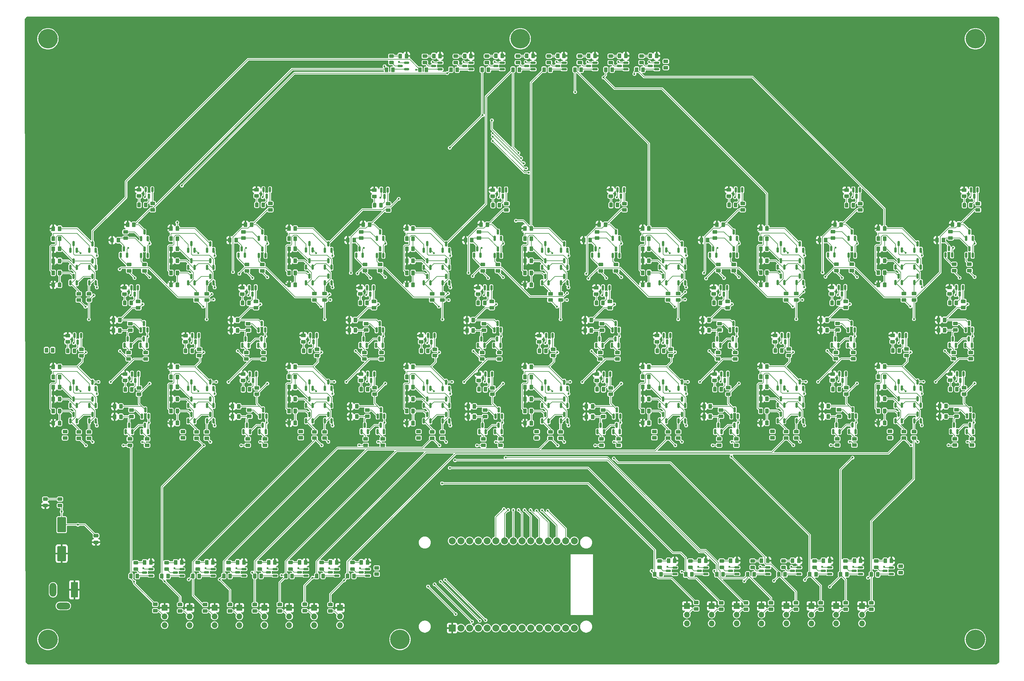
<source format=gbr>
%TF.GenerationSoftware,KiCad,Pcbnew,8.0.5*%
%TF.CreationDate,2024-10-12T11:29:22-07:00*%
%TF.ProjectId,C00000001,43303030-3030-4303-9031-2e6b69636164,A*%
%TF.SameCoordinates,Original*%
%TF.FileFunction,Copper,L1,Top*%
%TF.FilePolarity,Positive*%
%FSLAX46Y46*%
G04 Gerber Fmt 4.6, Leading zero omitted, Abs format (unit mm)*
G04 Created by KiCad (PCBNEW 8.0.5) date 2024-10-12 11:29:22*
%MOMM*%
%LPD*%
G01*
G04 APERTURE LIST*
G04 Aperture macros list*
%AMRoundRect*
0 Rectangle with rounded corners*
0 $1 Rounding radius*
0 $2 $3 $4 $5 $6 $7 $8 $9 X,Y pos of 4 corners*
0 Add a 4 corners polygon primitive as box body*
4,1,4,$2,$3,$4,$5,$6,$7,$8,$9,$2,$3,0*
0 Add four circle primitives for the rounded corners*
1,1,$1+$1,$2,$3*
1,1,$1+$1,$4,$5*
1,1,$1+$1,$6,$7*
1,1,$1+$1,$8,$9*
0 Add four rect primitives between the rounded corners*
20,1,$1+$1,$2,$3,$4,$5,0*
20,1,$1+$1,$4,$5,$6,$7,0*
20,1,$1+$1,$6,$7,$8,$9,0*
20,1,$1+$1,$8,$9,$2,$3,0*%
G04 Aperture macros list end*
%TA.AperFunction,SMDPad,CuDef*%
%ADD10RoundRect,0.150000X0.150000X-0.587500X0.150000X0.587500X-0.150000X0.587500X-0.150000X-0.587500X0*%
%TD*%
%TA.AperFunction,SMDPad,CuDef*%
%ADD11RoundRect,0.250000X0.262500X0.450000X-0.262500X0.450000X-0.262500X-0.450000X0.262500X-0.450000X0*%
%TD*%
%TA.AperFunction,SMDPad,CuDef*%
%ADD12RoundRect,0.250000X0.450000X-0.262500X0.450000X0.262500X-0.450000X0.262500X-0.450000X-0.262500X0*%
%TD*%
%TA.AperFunction,SMDPad,CuDef*%
%ADD13RoundRect,0.150000X0.587500X0.150000X-0.587500X0.150000X-0.587500X-0.150000X0.587500X-0.150000X0*%
%TD*%
%TA.AperFunction,SMDPad,CuDef*%
%ADD14RoundRect,0.243750X0.456250X-0.243750X0.456250X0.243750X-0.456250X0.243750X-0.456250X-0.243750X0*%
%TD*%
%TA.AperFunction,ComponentPad*%
%ADD15C,5.700000*%
%TD*%
%TA.AperFunction,SMDPad,CuDef*%
%ADD16RoundRect,0.250000X-0.450000X0.262500X-0.450000X-0.262500X0.450000X-0.262500X0.450000X0.262500X0*%
%TD*%
%TA.AperFunction,SMDPad,CuDef*%
%ADD17RoundRect,0.243750X0.243750X0.456250X-0.243750X0.456250X-0.243750X-0.456250X0.243750X-0.456250X0*%
%TD*%
%TA.AperFunction,SMDPad,CuDef*%
%ADD18RoundRect,0.250000X-0.262500X-0.450000X0.262500X-0.450000X0.262500X0.450000X-0.262500X0.450000X0*%
%TD*%
%TA.AperFunction,SMDPad,CuDef*%
%ADD19RoundRect,0.150000X-0.150000X0.587500X-0.150000X-0.587500X0.150000X-0.587500X0.150000X0.587500X0*%
%TD*%
%TA.AperFunction,ComponentPad*%
%ADD20R,2.000000X2.000000*%
%TD*%
%TA.AperFunction,ComponentPad*%
%ADD21C,2.000000*%
%TD*%
%TA.AperFunction,ComponentPad*%
%ADD22R,1.700000X1.700000*%
%TD*%
%TA.AperFunction,ComponentPad*%
%ADD23O,1.700000X1.700000*%
%TD*%
%TA.AperFunction,SMDPad,CuDef*%
%ADD24RoundRect,0.250000X1.000000X-1.950000X1.000000X1.950000X-1.000000X1.950000X-1.000000X-1.950000X0*%
%TD*%
%TA.AperFunction,SMDPad,CuDef*%
%ADD25RoundRect,0.250000X0.475000X-0.250000X0.475000X0.250000X-0.475000X0.250000X-0.475000X-0.250000X0*%
%TD*%
%TA.AperFunction,ComponentPad*%
%ADD26R,2.000000X4.500000*%
%TD*%
%TA.AperFunction,ComponentPad*%
%ADD27O,2.000000X4.000000*%
%TD*%
%TA.AperFunction,ComponentPad*%
%ADD28O,4.000000X2.000000*%
%TD*%
%TA.AperFunction,ViaPad*%
%ADD29C,0.600000*%
%TD*%
%TA.AperFunction,Conductor*%
%ADD30C,0.200000*%
%TD*%
G04 APERTURE END LIST*
D10*
%TO.P,Q117,1,B*%
%TO.N,Net-(Q117-B)*%
X230721228Y-151198630D03*
%TO.P,Q117,2,E*%
%TO.N,GND*%
X232621228Y-151198630D03*
%TO.P,Q117,3,C*%
%TO.N,/8-Bit Adder/Adder3/And Gate3/OUT*%
X231671228Y-149323630D03*
%TD*%
D11*
%TO.P,R219,1*%
%TO.N,Net-(Q132-C)*%
X240965399Y-146163764D03*
%TO.P,R219,2*%
%TO.N,VCC*%
X239140399Y-146163764D03*
%TD*%
D12*
%TO.P,R55,1*%
%TO.N,/A7*%
X74988571Y-157605535D03*
%TO.P,R55,2*%
%TO.N,/8-Bit Adder/Adder7/XorGate2/Asig*%
X74988571Y-155780535D03*
%TD*%
D13*
%TO.P,Q23,1,B*%
%TO.N,Net-(Q23-B)*%
X189187499Y-50138586D03*
%TO.P,Q23,2,E*%
%TO.N,GND*%
X189187499Y-48238586D03*
%TO.P,Q23,3,C*%
%TO.N,Net-(D24-K)*%
X187312499Y-49188586D03*
%TD*%
D11*
%TO.P,R217,1*%
%TO.N,Net-(Q130-C)*%
X240965399Y-153163764D03*
%TO.P,R217,2*%
%TO.N,VCC*%
X239140399Y-153163764D03*
%TD*%
D12*
%TO.P,R152,1*%
%TO.N,/B4*%
X180848835Y-157600985D03*
%TO.P,R152,2*%
%TO.N,/8-Bit Adder/Adder4/XorGate2/Bsig*%
X180848835Y-155775985D03*
%TD*%
D10*
%TO.P,Q57,1,B*%
%TO.N,Net-(Q57-B)*%
X106831862Y-102807080D03*
%TO.P,Q57,2,E*%
%TO.N,GND*%
X108731862Y-102807080D03*
%TO.P,Q57,3,C*%
%TO.N,Net-(Q57-C)*%
X107781862Y-100932080D03*
%TD*%
D11*
%TO.P,R185,1*%
%TO.N,Net-(Q109-C)*%
X206712415Y-153186539D03*
%TO.P,R185,2*%
%TO.N,VCC*%
X204887415Y-153186539D03*
%TD*%
D10*
%TO.P,Q30,1,B*%
%TO.N,Net-(Q30-B)*%
X78038571Y-143130535D03*
%TO.P,Q30,2,E*%
%TO.N,GND*%
X79938571Y-143130535D03*
%TO.P,Q30,3,C*%
%TO.N,/8-Bit Adder/Adder7/And Gate2/B*%
X78988571Y-141255535D03*
%TD*%
D11*
%TO.P,R171,1*%
%TO.N,/SUM4*%
X172311335Y-96538485D03*
%TO.P,R171,2*%
%TO.N,VCC*%
X170486335Y-96538485D03*
%TD*%
D13*
%TO.P,Q13,1,B*%
%TO.N,Net-(Q13-B)*%
X311596866Y-197165408D03*
%TO.P,Q13,2,E*%
%TO.N,GND*%
X311596866Y-195265408D03*
%TO.P,Q13,3,C*%
%TO.N,Net-(D14-K)*%
X309721866Y-196215408D03*
%TD*%
D11*
%TO.P,R9,1*%
%TO.N,VCC*%
X159054342Y-193754075D03*
%TO.P,R9,2*%
%TO.N,Net-(D3-A)*%
X157229342Y-193754075D03*
%TD*%
%TO.P,R189,1*%
%TO.N,Net-(Q112-C)*%
X206712415Y-139736539D03*
%TO.P,R189,2*%
%TO.N,Net-(Q114-B)*%
X204887415Y-139736539D03*
%TD*%
D12*
%TO.P,R346,1*%
%TO.N,/8-Bit Adder/Adder2/And Gate2/OUT*%
X263865399Y-119576264D03*
%TO.P,R346,2*%
%TO.N,Net-(Q211-B)*%
X263865399Y-117751264D03*
%TD*%
D14*
%TO.P,D24,1,K*%
%TO.N,Net-(D24-K)*%
X184749999Y-48188586D03*
%TO.P,D24,2,A*%
%TO.N,Net-(D24-A)*%
X184749999Y-46313586D03*
%TD*%
D10*
%TO.P,Q69,1,B*%
%TO.N,Net-(Q69-B)*%
X141161699Y-143041534D03*
%TO.P,Q69,2,E*%
%TO.N,GND*%
X143061699Y-143041534D03*
%TO.P,Q69,3,C*%
%TO.N,Net-(Q69-C)*%
X142111699Y-141166534D03*
%TD*%
D12*
%TO.P,R358,1*%
%TO.N,/8-Bit Adder/Adder0/And Gate2/OUT*%
X332485389Y-119546633D03*
%TO.P,R358,2*%
%TO.N,Net-(Q217-B)*%
X332485389Y-117721633D03*
%TD*%
D14*
%TO.P,D6,1,K*%
%TO.N,Net-(D6-K)*%
X136664954Y-195687500D03*
%TO.P,D6,2,A*%
%TO.N,Net-(D6-A)*%
X136664954Y-193812500D03*
%TD*%
D11*
%TO.P,R295,1*%
%TO.N,Net-(Q181-C)*%
X309585389Y-109384133D03*
%TO.P,R295,2*%
%TO.N,Net-(Q183-B)*%
X307760389Y-109384133D03*
%TD*%
%TO.P,R103,1*%
%TO.N,Net-(Q55-C)*%
X103694362Y-109432080D03*
%TO.P,R103,2*%
%TO.N,Net-(Q57-B)*%
X101869362Y-109432080D03*
%TD*%
D15*
%TO.P,H6,1,1*%
%TO.N,GND*%
X203500000Y-41250000D03*
%TD*%
D12*
%TO.P,R38,1*%
%TO.N,unconnected-(R38-Pad1)*%
X245894048Y-49666701D03*
%TO.P,R38,2*%
%TO.N,unconnected-(R38-Pad2)*%
X245894048Y-47841701D03*
%TD*%
D10*
%TO.P,Q97,1,B*%
%TO.N,/8-Bit Adder/Adder4/XorGate1/Asig*%
X175448835Y-112313485D03*
%TO.P,Q97,2,E*%
%TO.N,Net-(Q97-E)*%
X177348835Y-112313485D03*
%TO.P,Q97,3,C*%
%TO.N,Net-(Q97-C)*%
X176398835Y-110438485D03*
%TD*%
D11*
%TO.P,R265,1*%
%TO.N,Net-(Q163-C)*%
X275335389Y-102384133D03*
%TO.P,R265,2*%
%TO.N,VCC*%
X273510389Y-102384133D03*
%TD*%
D10*
%TO.P,Q145,1,B*%
%TO.N,Net-(Q145-B)*%
X259852899Y-130538764D03*
%TO.P,Q145,2,E*%
%TO.N,Net-(Q145-E)*%
X261752899Y-130538764D03*
%TO.P,Q145,3,C*%
%TO.N,Net-(Q145-C)*%
X260802899Y-128663764D03*
%TD*%
D13*
%TO.P,Q7,1,B*%
%TO.N,Net-(Q7-B)*%
X123075567Y-197637500D03*
%TO.P,Q7,2,E*%
%TO.N,GND*%
X123075567Y-195737500D03*
%TO.P,Q7,3,C*%
%TO.N,Net-(D8-K)*%
X121200567Y-196687500D03*
%TD*%
D10*
%TO.P,Q150,1,B*%
%TO.N,Net-(Q150-B)*%
X264713873Y-99390290D03*
%TO.P,Q150,2,E*%
%TO.N,GND*%
X266613873Y-99390290D03*
%TO.P,Q150,3,C*%
%TO.N,/8-Bit Adder/Cout2*%
X265663873Y-97515290D03*
%TD*%
D16*
%TO.P,R351,1*%
%TO.N,VCC*%
X294434212Y-138891493D03*
%TO.P,R351,2*%
%TO.N,Net-(D46-A)*%
X294434212Y-140716493D03*
%TD*%
D12*
%TO.P,R301,1*%
%TO.N,/8-Bit Adder/Adder0/And Gate2/B*%
X334672889Y-134459133D03*
%TO.P,R301,2*%
%TO.N,Net-(Q188-B)*%
X334672889Y-132634133D03*
%TD*%
D17*
%TO.P,D50,1,K*%
%TO.N,Net-(D50-K)*%
X330422889Y-118134133D03*
%TO.P,D50,2,A*%
%TO.N,Net-(D50-A)*%
X328547889Y-118134133D03*
%TD*%
D18*
%TO.P,R49,1*%
%TO.N,/SUM7*%
X174337500Y-50250000D03*
%TO.P,R49,2*%
%TO.N,Net-(Q22-B)*%
X176162500Y-50250000D03*
%TD*%
D12*
%TO.P,R382,1*%
%TO.N,/8BitSwitchA/OUT1*%
X140750000Y-207825000D03*
%TO.P,R382,2*%
%TO.N,/A1*%
X140750000Y-206000000D03*
%TD*%
%TO.P,R244,1*%
%TO.N,Net-(Q148-C)*%
X260163873Y-99302790D03*
%TO.P,R244,2*%
%TO.N,Net-(Q150-B)*%
X260163873Y-97477790D03*
%TD*%
D16*
%TO.P,R347,1*%
%TO.N,VCC*%
X259865399Y-113751264D03*
%TO.P,R347,2*%
%TO.N,Net-(D44-A)*%
X259865399Y-115576264D03*
%TD*%
D13*
%TO.P,Q5,1,B*%
%TO.N,Net-(Q5-B)*%
X141102454Y-197637500D03*
%TO.P,Q5,2,E*%
%TO.N,GND*%
X141102454Y-195737500D03*
%TO.P,Q5,3,C*%
%TO.N,Net-(D6-K)*%
X139227454Y-196687500D03*
%TD*%
D12*
%TO.P,R184,1*%
%TO.N,/B3*%
X215249915Y-157599039D03*
%TO.P,R184,2*%
%TO.N,/8-Bit Adder/Adder3/XorGate2/Bsig*%
X215249915Y-155774039D03*
%TD*%
D11*
%TO.P,R263,1*%
%TO.N,Net-(Q160-C)*%
X275335389Y-109384133D03*
%TO.P,R263,2*%
%TO.N,Net-(Q162-B)*%
X273510389Y-109384133D03*
%TD*%
D17*
%TO.P,D43,1,K*%
%TO.N,Net-(D43-K)*%
X262001722Y-143333624D03*
%TO.P,D43,2,A*%
%TO.N,Net-(D43-A)*%
X260126722Y-143333624D03*
%TD*%
D18*
%TO.P,R24,1*%
%TO.N,/A7*%
X90161180Y-197764404D03*
%TO.P,R24,2*%
%TO.N,Net-(Q10-B)*%
X91986180Y-197764404D03*
%TD*%
D19*
%TO.P,Q196,1,B*%
%TO.N,Net-(Q196-B)*%
X92188571Y-113755535D03*
%TO.P,Q196,2,E*%
%TO.N,GND*%
X90288571Y-113755535D03*
%TO.P,Q196,3,C*%
%TO.N,Net-(D29-K)*%
X91238571Y-115630535D03*
%TD*%
D12*
%TO.P,R261,1*%
%TO.N,/8-Bit Adder/Cout0*%
X283872889Y-117296633D03*
%TO.P,R261,2*%
%TO.N,/8-Bit Adder/Adder1/XorGate1/Bsig*%
X283872889Y-115471633D03*
%TD*%
D10*
%TO.P,Q189,1,B*%
%TO.N,Net-(Q189-B)*%
X333222889Y-126009133D03*
%TO.P,Q189,2,E*%
%TO.N,GND*%
X335122889Y-126009133D03*
%TO.P,Q189,3,C*%
%TO.N,/8-Bit Adder/Adder0/And Gate2/OUT*%
X334172889Y-124134133D03*
%TD*%
D11*
%TO.P,R220,1*%
%TO.N,Net-(Q133-C)*%
X240965399Y-142663764D03*
%TO.P,R220,2*%
%TO.N,VCC*%
X239140399Y-142663764D03*
%TD*%
D10*
%TO.P,Q178,1,B*%
%TO.N,Net-(Q178-B)*%
X328844202Y-155646224D03*
%TO.P,Q178,2,E*%
%TO.N,Net-(Q178-E)*%
X330744202Y-155646224D03*
%TO.P,Q178,3,C*%
%TO.N,Net-(Q178-C)*%
X329794202Y-153771224D03*
%TD*%
D12*
%TO.P,R87,1*%
%TO.N,/A6*%
X109281862Y-157594580D03*
%TO.P,R87,2*%
%TO.N,/8-Bit Adder/Adder6/XorGate2/Asig*%
X109281862Y-155769580D03*
%TD*%
D11*
%TO.P,R282,1*%
%TO.N,Net-(Q172-C)*%
X309585389Y-149634133D03*
%TO.P,R282,2*%
%TO.N,Net-(Q174-B)*%
X307760389Y-149634133D03*
%TD*%
D12*
%TO.P,R356,1*%
%TO.N,/8-Bit Adder/Adder0/And Gate3/OUT*%
X332684212Y-144716493D03*
%TO.P,R356,2*%
%TO.N,Net-(Q216-B)*%
X332684212Y-142891493D03*
%TD*%
D11*
%TO.P,R155,1*%
%TO.N,Net-(Q90-C)*%
X172311335Y-146188485D03*
%TO.P,R155,2*%
%TO.N,VCC*%
X170486335Y-146188485D03*
%TD*%
D18*
%TO.P,R129,1*%
%TO.N,VCC*%
X154070512Y-151303625D03*
%TO.P,R129,2*%
%TO.N,Net-(Q73-C)*%
X155895512Y-151303625D03*
%TD*%
%TO.P,R225,1*%
%TO.N,VCC*%
X257011712Y-151300855D03*
%TO.P,R225,2*%
%TO.N,Net-(Q136-C)*%
X258836712Y-151300855D03*
%TD*%
D10*
%TO.P,Q50,1,B*%
%TO.N,/8-Bit Adder/Adder6/XorGate2/Bsig*%
X112331862Y-148057080D03*
%TO.P,Q50,2,E*%
%TO.N,Net-(Q48-C)*%
X114231862Y-148057080D03*
%TO.P,Q50,3,C*%
%TO.N,Net-(Q49-C)*%
X113281862Y-146182080D03*
%TD*%
D12*
%TO.P,R381,1*%
%TO.N,/8BitSwitchA/OUT2*%
X133500000Y-207912500D03*
%TO.P,R381,2*%
%TO.N,/A2*%
X133500000Y-206087500D03*
%TD*%
D19*
%TO.P,Q225,1,B*%
%TO.N,Net-(Q225-B)*%
X96388571Y-85193035D03*
%TO.P,Q225,2,E*%
%TO.N,GND*%
X94488571Y-85193035D03*
%TO.P,Q225,3,C*%
%TO.N,Net-(D58-K)*%
X95438571Y-87068035D03*
%TD*%
D17*
%TO.P,D28,1,K*%
%TO.N,Net-(D28-K)*%
X90437394Y-143362895D03*
%TO.P,D28,2,A*%
%TO.N,Net-(D28-A)*%
X88562394Y-143362895D03*
%TD*%
D12*
%TO.P,R247,1*%
%TO.N,/A1*%
X280922889Y-157546633D03*
%TO.P,R247,2*%
%TO.N,/8-Bit Adder/Adder1/XorGate2/Asig*%
X280922889Y-155721633D03*
%TD*%
D18*
%TO.P,R161,1*%
%TO.N,VCC*%
X188357648Y-151325576D03*
%TO.P,R161,2*%
%TO.N,Net-(Q94-C)*%
X190182648Y-151325576D03*
%TD*%
%TO.P,R142,1*%
%TO.N,VCC*%
X153699199Y-126166534D03*
%TO.P,R142,2*%
%TO.N,Net-(Q82-C)*%
X155524199Y-126166534D03*
%TD*%
D11*
%TO.P,R251,1*%
%TO.N,Net-(Q153-C)*%
X275335389Y-146134133D03*
%TO.P,R251,2*%
%TO.N,VCC*%
X273510389Y-146134133D03*
%TD*%
D18*
%TO.P,R65,1*%
%TO.N,VCC*%
X85447384Y-151330126D03*
%TO.P,R65,2*%
%TO.N,Net-(Q31-C)*%
X87272384Y-151330126D03*
%TD*%
D10*
%TO.P,Q85,1,B*%
%TO.N,Net-(Q85-B)*%
X161772673Y-104330560D03*
%TO.P,Q85,2,E*%
%TO.N,GND*%
X163672673Y-104330560D03*
%TO.P,Q85,3,C*%
%TO.N,Net-(Q85-C)*%
X162722673Y-102455560D03*
%TD*%
D11*
%TO.P,R254,1*%
%TO.N,/8-Bit Adder/Adder1/And Gate2/B*%
X275335389Y-136734133D03*
%TO.P,R254,2*%
%TO.N,VCC*%
X273510389Y-136734133D03*
%TD*%
%TO.P,R74,1*%
%TO.N,Net-(Q37-C)*%
X69401071Y-99493035D03*
%TO.P,R74,2*%
%TO.N,Net-(Q39-B)*%
X67576071Y-99493035D03*
%TD*%
%TO.P,R44,1*%
%TO.N,VCC*%
X234251320Y-46235595D03*
%TO.P,R44,2*%
%TO.N,Net-(D20-A)*%
X232426320Y-46235595D03*
%TD*%
D10*
%TO.P,Q78,1,B*%
%TO.N,Net-(Q78-B)*%
X141161699Y-102791534D03*
%TO.P,Q78,2,E*%
%TO.N,GND*%
X143061699Y-102791534D03*
%TO.P,Q78,3,C*%
%TO.N,Net-(Q78-C)*%
X142111699Y-100916534D03*
%TD*%
D16*
%TO.P,R345,1*%
%TO.N,VCC*%
X260064222Y-138921124D03*
%TO.P,R345,2*%
%TO.N,Net-(D43-A)*%
X260064222Y-140746124D03*
%TD*%
D11*
%TO.P,R35,1*%
%TO.N,VCC*%
X257503703Y-193289323D03*
%TO.P,R35,2*%
%TO.N,Net-(D16-A)*%
X255678703Y-193289323D03*
%TD*%
D10*
%TO.P,Q103,1,B*%
%TO.N,Net-(Q103-B)*%
X191198835Y-130563485D03*
%TO.P,Q103,2,E*%
%TO.N,Net-(Q103-E)*%
X193098835Y-130563485D03*
%TO.P,Q103,3,C*%
%TO.N,Net-(Q103-C)*%
X192148835Y-128688485D03*
%TD*%
D19*
%TO.P,Q194,1,B*%
%TO.N,Net-(Q194-B)*%
X75638571Y-127693035D03*
%TO.P,Q194,2,E*%
%TO.N,GND*%
X73738571Y-127693035D03*
%TO.P,Q194,3,C*%
%TO.N,Net-(D27-K)*%
X74688571Y-129568035D03*
%TD*%
D12*
%TO.P,R366,1*%
%TO.N,/8-Bit Adder/Cout3*%
X233851071Y-91086785D03*
%TO.P,R366,2*%
%TO.N,Net-(Q221-B)*%
X233851071Y-89261785D03*
%TD*%
%TO.P,R278,1*%
%TO.N,unconnected-(R278-Pad1)*%
X311172889Y-157449133D03*
%TO.P,R278,2*%
%TO.N,unconnected-(R278-Pad2)*%
X311172889Y-155624133D03*
%TD*%
%TO.P,R332,1*%
%TO.N,/8-Bit Adder/Adder4/And Gate3/OUT*%
X195410158Y-144770845D03*
%TO.P,R332,2*%
%TO.N,Net-(Q204-B)*%
X195410158Y-142945845D03*
%TD*%
D10*
%TO.P,Q72,1,B*%
%TO.N,Net-(Q72-B)*%
X146661699Y-143104034D03*
%TO.P,Q72,2,E*%
%TO.N,GND*%
X148561699Y-143104034D03*
%TO.P,Q72,3,C*%
%TO.N,/8-Bit Adder/Adder5/And Gate2/B*%
X147611699Y-141229034D03*
%TD*%
%TO.P,Q63,1,B*%
%TO.N,Net-(Q63-B)*%
X127331862Y-126057080D03*
%TO.P,Q63,2,E*%
%TO.N,GND*%
X129231862Y-126057080D03*
%TO.P,Q63,3,C*%
%TO.N,/8-Bit Adder/Adder6/And Gate2/OUT*%
X128281862Y-124182080D03*
%TD*%
%TO.P,Q191,1,B*%
%TO.N,Net-(Q191-B)*%
X327333863Y-104235659D03*
%TO.P,Q191,2,E*%
%TO.N,GND*%
X329233863Y-104235659D03*
%TO.P,Q191,3,C*%
%TO.N,Net-(Q190-C)*%
X328283863Y-102360659D03*
%TD*%
D12*
%TO.P,R114,1*%
%TO.N,/8-Bit Adder/Adder6/And Gate3/OUT*%
X128392836Y-108821106D03*
%TO.P,R114,2*%
%TO.N,Net-(Q64-B)*%
X128392836Y-106996106D03*
%TD*%
D14*
%TO.P,D25,1,K*%
%TO.N,Net-(D25-K)*%
X193816841Y-48173096D03*
%TO.P,D25,2,A*%
%TO.N,Net-(D25-A)*%
X193816841Y-46298096D03*
%TD*%
D11*
%TO.P,R249,1*%
%TO.N,Net-(Q151-C)*%
X275335389Y-153134133D03*
%TO.P,R249,2*%
%TO.N,VCC*%
X273510389Y-153134133D03*
%TD*%
D14*
%TO.P,D19,1,K*%
%TO.N,Net-(D19-K)*%
X211843727Y-48173095D03*
%TO.P,D19,2,A*%
%TO.N,Net-(D19-A)*%
X211843727Y-46298095D03*
%TD*%
D11*
%TO.P,R190,1*%
%TO.N,/8-Bit Adder/Adder3/And Gate2/B*%
X206712415Y-136786539D03*
%TO.P,R190,2*%
%TO.N,VCC*%
X204887415Y-136786539D03*
%TD*%
D12*
%TO.P,R66,1*%
%TO.N,Net-(Q31-C)*%
X90359884Y-151242626D03*
%TO.P,R66,2*%
%TO.N,Net-(Q33-B)*%
X90359884Y-149417626D03*
%TD*%
%TO.P,R128,1*%
%TO.N,/B5*%
X163483012Y-159628625D03*
%TO.P,R128,2*%
%TO.N,Net-(Q74-B)*%
X163483012Y-157803625D03*
%TD*%
D10*
%TO.P,Q106,1,B*%
%TO.N,Net-(Q106-B)*%
X196059809Y-104352511D03*
%TO.P,Q106,2,E*%
%TO.N,GND*%
X197959809Y-104352511D03*
%TO.P,Q106,3,C*%
%TO.N,Net-(Q106-C)*%
X197009809Y-102477511D03*
%TD*%
D20*
%TO.P,U1,1,3V3*%
%TO.N,VCC*%
X183690000Y-212900000D03*
D21*
%TO.P,U1,2,GND*%
%TO.N,GND*%
X186230000Y-212900000D03*
%TO.P,U1,3,D15*%
%TO.N,/A0*%
X188770000Y-212900000D03*
%TO.P,U1,4,D2*%
%TO.N,/A1*%
X191310000Y-212900000D03*
%TO.P,U1,5,D4*%
%TO.N,/A2*%
X193850000Y-212900000D03*
%TO.P,U1,6,RX2*%
%TO.N,/A3*%
X196390000Y-212900000D03*
%TO.P,U1,7,TX2*%
%TO.N,/A4*%
X198930000Y-212900000D03*
%TO.P,U1,8,D5*%
%TO.N,/A5*%
X201470000Y-212900000D03*
%TO.P,U1,9,D18*%
%TO.N,/A6*%
X204010000Y-212900000D03*
%TO.P,U1,10,D19*%
%TO.N,/A7*%
X206550000Y-212900000D03*
%TO.P,U1,11,D21*%
%TO.N,/B0*%
X209090000Y-212900000D03*
%TO.P,U1,12,RX0*%
%TO.N,/B1*%
X211630000Y-212900000D03*
%TO.P,U1,13,TX0*%
%TO.N,/B2*%
X214170000Y-212900000D03*
%TO.P,U1,14,D22*%
%TO.N,/B3*%
X216710000Y-212900000D03*
%TO.P,U1,15,D23*%
%TO.N,/B4*%
X219250000Y-212900000D03*
%TO.P,U1,16,EN*%
%TO.N,unconnected-(U1-EN-Pad16)*%
X219250000Y-187500000D03*
%TO.P,U1,17,VP*%
%TO.N,/Cout7*%
X216710000Y-187500000D03*
%TO.P,U1,18,VN*%
%TO.N,/SUM7*%
X214170000Y-187500000D03*
%TO.P,U1,19,D34*%
%TO.N,/SUM6*%
X211630000Y-187500000D03*
%TO.P,U1,20,D35*%
%TO.N,/SUM5*%
X209090000Y-187500000D03*
%TO.P,U1,21,D32*%
%TO.N,/SUM4*%
X206550000Y-187500000D03*
%TO.P,U1,22,D33*%
%TO.N,/SUM3*%
X204010000Y-187500000D03*
%TO.P,U1,23,D25*%
%TO.N,/SUM2*%
X201470000Y-187500000D03*
%TO.P,U1,24,D26*%
%TO.N,/SUM1*%
X198930000Y-187500000D03*
%TO.P,U1,25,D27*%
%TO.N,/SUM0*%
X196390000Y-187500000D03*
%TO.P,U1,26,D14*%
%TO.N,/B7*%
X193850000Y-187500000D03*
%TO.P,U1,27,D12*%
%TO.N,/B6*%
X191310000Y-187500000D03*
%TO.P,U1,28,D13*%
%TO.N,/B5*%
X188770000Y-187500000D03*
%TO.P,U1,29,GND*%
%TO.N,GND*%
X186230000Y-187500000D03*
%TO.P,U1,30,VIN*%
%TO.N,unconnected-(U1-VIN-Pad30)*%
X183690000Y-187500000D03*
%TD*%
D10*
%TO.P,Q80,1,B*%
%TO.N,/8-Bit Adder/Adder5/XorGate1/Bsig*%
X146661699Y-107791534D03*
%TO.P,Q80,2,E*%
%TO.N,Net-(Q78-C)*%
X148561699Y-107791534D03*
%TO.P,Q80,3,C*%
%TO.N,Net-(Q79-C)*%
X147611699Y-105916534D03*
%TD*%
D12*
%TO.P,R68,1*%
%TO.N,/8-Bit Adder/Adder7/And Gate2/B*%
X74988571Y-117355535D03*
%TO.P,R68,2*%
%TO.N,/8-Bit Adder/Adder7/XorGate1/Asig*%
X74988571Y-115530535D03*
%TD*%
D22*
%TO.P,SW7,1,C*%
%TO.N,VCC*%
X259250000Y-206460000D03*
D23*
%TO.P,SW7,2,B*%
%TO.N,/8BitSwitchB/OUT6*%
X259250000Y-209000000D03*
%TO.P,SW7,3,A*%
%TO.N,GND*%
X259250000Y-211540000D03*
%TD*%
D10*
%TO.P,Q53,1,B*%
%TO.N,Net-(Q53-B)*%
X127578175Y-155694171D03*
%TO.P,Q53,2,E*%
%TO.N,GND*%
X129478175Y-155694171D03*
%TO.P,Q53,3,C*%
%TO.N,Net-(Q52-E)*%
X128528175Y-153819171D03*
%TD*%
D13*
%TO.P,Q24,1,B*%
%TO.N,Net-(Q24-B)*%
X198254341Y-50123096D03*
%TO.P,Q24,2,E*%
%TO.N,GND*%
X198254341Y-48223096D03*
%TO.P,Q24,3,C*%
%TO.N,Net-(D25-K)*%
X196379341Y-49173096D03*
%TD*%
D11*
%TO.P,R186,1*%
%TO.N,Net-(Q109-C)*%
X206712415Y-149686539D03*
%TO.P,R186,2*%
%TO.N,Net-(Q111-B)*%
X204887415Y-149686539D03*
%TD*%
D10*
%TO.P,Q140,1,B*%
%TO.N,/8-Bit Adder/Adder2/XorGate1/Bsig*%
X249602899Y-112288764D03*
%TO.P,Q140,2,E*%
%TO.N,GND*%
X251502899Y-112288764D03*
%TO.P,Q140,3,C*%
%TO.N,Net-(Q139-E)*%
X250552899Y-110413764D03*
%TD*%
D12*
%TO.P,R113,1*%
%TO.N,/8-Bit Adder/Adder6/And Gate2/OUT*%
X123942836Y-108821106D03*
%TO.P,R113,2*%
%TO.N,Net-(Q65-B)*%
X123942836Y-106996106D03*
%TD*%
%TO.P,R352,1*%
%TO.N,/8-Bit Adder/Adder1/And Gate2/OUT*%
X298235389Y-119546633D03*
%TO.P,R352,2*%
%TO.N,Net-(Q214-B)*%
X298235389Y-117721633D03*
%TD*%
D10*
%TO.P,Q134,1,B*%
%TO.N,/8-Bit Adder/Adder2/XorGate2/Bsig*%
X249602899Y-148038764D03*
%TO.P,Q134,2,E*%
%TO.N,Net-(Q132-C)*%
X251502899Y-148038764D03*
%TO.P,Q134,3,C*%
%TO.N,Net-(Q133-C)*%
X250552899Y-146163764D03*
%TD*%
%TO.P,Q111,1,B*%
%TO.N,Net-(Q111-B)*%
X209849915Y-143061539D03*
%TO.P,Q111,2,E*%
%TO.N,GND*%
X211749915Y-143061539D03*
%TO.P,Q111,3,C*%
%TO.N,Net-(Q111-C)*%
X210799915Y-141186539D03*
%TD*%
D19*
%TO.P,Q223,1,B*%
%TO.N,Net-(Q223-B)*%
X302376071Y-85255535D03*
%TO.P,Q223,2,E*%
%TO.N,GND*%
X300476071Y-85255535D03*
%TO.P,Q223,3,C*%
%TO.N,Net-(D56-K)*%
X301426071Y-87130535D03*
%TD*%
D24*
%TO.P,C1,1*%
%TO.N,VCC*%
X70000000Y-191200000D03*
%TO.P,C1,2*%
%TO.N,GND*%
X70000000Y-182800000D03*
%TD*%
D11*
%TO.P,R6,1*%
%TO.N,VCC*%
X293594978Y-193273833D03*
%TO.P,R6,2*%
%TO.N,Net-(D2-A)*%
X291769978Y-193273833D03*
%TD*%
D10*
%TO.P,Q92,1,B*%
%TO.N,/8-Bit Adder/Adder4/XorGate2/Bsig*%
X180948835Y-148063485D03*
%TO.P,Q92,2,E*%
%TO.N,Net-(Q90-C)*%
X182848835Y-148063485D03*
%TO.P,Q92,3,C*%
%TO.N,Net-(Q91-C)*%
X181898835Y-146188485D03*
%TD*%
%TO.P,Q160,1,B*%
%TO.N,/8-Bit Adder/Adder1/XorGate1/Asig*%
X278472889Y-112259133D03*
%TO.P,Q160,2,E*%
%TO.N,Net-(Q160-E)*%
X280372889Y-112259133D03*
%TO.P,Q160,3,C*%
%TO.N,Net-(Q160-C)*%
X279422889Y-110384133D03*
%TD*%
D19*
%TO.P,Q204,1,B*%
%TO.N,Net-(Q204-B)*%
X195297658Y-138920845D03*
%TO.P,Q204,2,E*%
%TO.N,GND*%
X193397658Y-138920845D03*
%TO.P,Q204,3,C*%
%TO.N,Net-(D37-K)*%
X194347658Y-140795845D03*
%TD*%
D18*
%TO.P,R243,1*%
%TO.N,VCC*%
X256251373Y-99890290D03*
%TO.P,R243,2*%
%TO.N,Net-(Q148-C)*%
X258076373Y-99890290D03*
%TD*%
D14*
%TO.P,D2,1,K*%
%TO.N,Net-(D2-K)*%
X289182478Y-195211333D03*
%TO.P,D2,2,A*%
%TO.N,Net-(D2-A)*%
X289182478Y-193336333D03*
%TD*%
D12*
%TO.P,R197,1*%
%TO.N,/8-Bit Adder/Cout2*%
X215249915Y-117349039D03*
%TO.P,R197,2*%
%TO.N,/8-Bit Adder/Adder3/XorGate1/Bsig*%
X215249915Y-115524039D03*
%TD*%
D11*
%TO.P,R104,1*%
%TO.N,Net-(Q57-C)*%
X103694362Y-105932080D03*
%TO.P,R104,2*%
%TO.N,VCC*%
X101869362Y-105932080D03*
%TD*%
D10*
%TO.P,Q128,1,B*%
%TO.N,Net-(Q128-B)*%
X224460889Y-104288065D03*
%TO.P,Q128,2,E*%
%TO.N,GND*%
X226360889Y-104288065D03*
%TO.P,Q128,3,C*%
%TO.N,Net-(Q127-C)*%
X225410889Y-102413065D03*
%TD*%
D16*
%TO.P,R355,1*%
%TO.N,VCC*%
X311935389Y-127659133D03*
%TO.P,R355,2*%
%TO.N,Net-(D48-A)*%
X311935389Y-129484133D03*
%TD*%
D11*
%TO.P,R19,1*%
%TO.N,VCC*%
X123050567Y-193750000D03*
%TO.P,R19,2*%
%TO.N,Net-(D8-A)*%
X121225567Y-193750000D03*
%TD*%
D12*
%TO.P,R7,1*%
%TO.N,unconnected-(R7-Pad1)*%
X161717728Y-197181106D03*
%TO.P,R7,2*%
%TO.N,unconnected-(R7-Pad2)*%
X161717728Y-195356106D03*
%TD*%
D10*
%TO.P,Q108,1,B*%
%TO.N,Net-(Q108-B)*%
X196059809Y-99415011D03*
%TO.P,Q108,2,E*%
%TO.N,GND*%
X197959809Y-99415011D03*
%TO.P,Q108,3,C*%
%TO.N,/8-Bit Adder/Adder4/Cout*%
X197009809Y-97540011D03*
%TD*%
D16*
%TO.P,R367,1*%
%TO.N,VCC*%
X229851071Y-85261785D03*
%TO.P,R367,2*%
%TO.N,Net-(D54-A)*%
X229851071Y-87086785D03*
%TD*%
D10*
%TO.P,Q25,1,B*%
%TO.N,/8-Bit Adder/Adder7/XorGate2/Asig*%
X72538571Y-152568035D03*
%TO.P,Q25,2,E*%
%TO.N,Net-(Q25-E)*%
X74438571Y-152568035D03*
%TO.P,Q25,3,C*%
%TO.N,Net-(Q25-C)*%
X73488571Y-150693035D03*
%TD*%
D11*
%TO.P,R253,1*%
%TO.N,Net-(Q154-C)*%
X275335389Y-139684133D03*
%TO.P,R253,2*%
%TO.N,Net-(Q156-B)*%
X273510389Y-139684133D03*
%TD*%
D10*
%TO.P,Q37,1,B*%
%TO.N,/8-Bit Adder/Adder7/XorGate1/Asig*%
X72538571Y-107818035D03*
%TO.P,Q37,2,E*%
%TO.N,Net-(Q36-C)*%
X74438571Y-107818035D03*
%TO.P,Q37,3,C*%
%TO.N,Net-(Q37-C)*%
X73488571Y-105943035D03*
%TD*%
D13*
%TO.P,Q19,1,B*%
%TO.N,Net-(Q19-B)*%
X234276320Y-50123095D03*
%TO.P,Q19,2,E*%
%TO.N,GND*%
X234276320Y-48223095D03*
%TO.P,Q19,3,C*%
%TO.N,Net-(D20-K)*%
X232401320Y-49173095D03*
%TD*%
D12*
%TO.P,R292,1*%
%TO.N,/8-Bit Adder/Adder0/And Gate2/B*%
X315172889Y-117296633D03*
%TO.P,R292,2*%
%TO.N,/8-Bit Adder/Adder0/XorGate1/Asig*%
X315172889Y-115471633D03*
%TD*%
D10*
%TO.P,Q95,1,B*%
%TO.N,Net-(Q95-B)*%
X196195148Y-155700576D03*
%TO.P,Q95,2,E*%
%TO.N,GND*%
X198095148Y-155700576D03*
%TO.P,Q95,3,C*%
%TO.N,Net-(Q94-E)*%
X197145148Y-153825576D03*
%TD*%
%TO.P,Q33,1,B*%
%TO.N,Net-(Q33-B)*%
X93409884Y-151205126D03*
%TO.P,Q33,2,E*%
%TO.N,GND*%
X95309884Y-151205126D03*
%TO.P,Q33,3,C*%
%TO.N,/8-Bit Adder/Adder7/And Gate3/OUT*%
X94359884Y-149330126D03*
%TD*%
D12*
%TO.P,R242,1*%
%TO.N,/8-Bit Adder/Adder2/And Gate3/OUT*%
X265663873Y-108802790D03*
%TO.P,R242,2*%
%TO.N,Net-(Q148-B)*%
X265663873Y-106977790D03*
%TD*%
D18*
%TO.P,R275,1*%
%TO.N,VCC*%
X290621363Y-99860659D03*
%TO.P,R275,2*%
%TO.N,Net-(Q169-C)*%
X292446363Y-99860659D03*
%TD*%
D10*
%TO.P,Q65,1,B*%
%TO.N,Net-(Q65-B)*%
X121442836Y-104283606D03*
%TO.P,Q65,2,E*%
%TO.N,GND*%
X123342836Y-104283606D03*
%TO.P,Q65,3,C*%
%TO.N,Net-(Q64-C)*%
X122392836Y-102408606D03*
%TD*%
D14*
%TO.P,D8,1,K*%
%TO.N,Net-(D8-K)*%
X118638067Y-195687500D03*
%TO.P,D8,2,A*%
%TO.N,Net-(D8-A)*%
X118638067Y-193812500D03*
%TD*%
D11*
%TO.P,R153,1*%
%TO.N,Net-(Q88-C)*%
X172311335Y-153188485D03*
%TO.P,R153,2*%
%TO.N,VCC*%
X170486335Y-153188485D03*
%TD*%
D10*
%TO.P,Q98,1,B*%
%TO.N,/8-Bit Adder/Adder4/XorGate1/Bsig*%
X180948835Y-112313485D03*
%TO.P,Q98,2,E*%
%TO.N,GND*%
X182848835Y-112313485D03*
%TO.P,Q98,3,C*%
%TO.N,Net-(Q97-E)*%
X181898835Y-110438485D03*
%TD*%
D11*
%TO.P,R169,1*%
%TO.N,Net-(Q100-C)*%
X172311335Y-102438485D03*
%TO.P,R169,2*%
%TO.N,VCC*%
X170486335Y-102438485D03*
%TD*%
D10*
%TO.P,Q122,1,B*%
%TO.N,/8-Bit Adder/Adder3/XorGate1/Bsig*%
X215349915Y-107811539D03*
%TO.P,Q122,2,E*%
%TO.N,Net-(Q120-C)*%
X217249915Y-107811539D03*
%TO.P,Q122,3,C*%
%TO.N,Net-(Q121-C)*%
X216299915Y-105936539D03*
%TD*%
D18*
%TO.P,R174,1*%
%TO.N,VCC*%
X187986335Y-126188485D03*
%TO.P,R174,2*%
%TO.N,Net-(Q103-C)*%
X189811335Y-126188485D03*
%TD*%
%TO.P,R179,1*%
%TO.N,VCC*%
X187597309Y-99915011D03*
%TO.P,R179,2*%
%TO.N,Net-(Q106-C)*%
X189422309Y-99915011D03*
%TD*%
D10*
%TO.P,Q44,1,B*%
%TO.N,Net-(Q44-B)*%
X87149545Y-104294561D03*
%TO.P,Q44,2,E*%
%TO.N,GND*%
X89049545Y-104294561D03*
%TO.P,Q44,3,C*%
%TO.N,Net-(Q43-C)*%
X88099545Y-102419561D03*
%TD*%
%TO.P,Q136,1,B*%
%TO.N,Net-(Q136-B)*%
X260224212Y-155675855D03*
%TO.P,Q136,2,E*%
%TO.N,Net-(Q136-E)*%
X262124212Y-155675855D03*
%TO.P,Q136,3,C*%
%TO.N,Net-(Q136-C)*%
X261174212Y-153800855D03*
%TD*%
D13*
%TO.P,Q22,1,B*%
%TO.N,Net-(Q22-B)*%
X180187500Y-50137500D03*
%TO.P,Q22,2,E*%
%TO.N,GND*%
X180187500Y-48237500D03*
%TO.P,Q22,3,C*%
%TO.N,Net-(D23-K)*%
X178312500Y-49187500D03*
%TD*%
D18*
%TO.P,R144,1*%
%TO.N,VCC*%
X153699199Y-123166534D03*
%TO.P,R144,2*%
%TO.N,/8-Bit Adder/Adder5/And Gate2/OUT*%
X155524199Y-123166534D03*
%TD*%
D19*
%TO.P,Q218,1,B*%
%TO.N,Net-(Q218-B)*%
X130638571Y-85193035D03*
%TO.P,Q218,2,E*%
%TO.N,GND*%
X128738571Y-85193035D03*
%TO.P,Q218,3,C*%
%TO.N,Net-(D51-K)*%
X129688571Y-87068035D03*
%TD*%
D14*
%TO.P,D23,1,K*%
%TO.N,Net-(D23-K)*%
X175750000Y-48187500D03*
%TO.P,D23,2,A*%
%TO.N,Net-(D23-A)*%
X175750000Y-46312500D03*
%TD*%
D10*
%TO.P,Q152,1,B*%
%TO.N,/8-Bit Adder/Adder1/XorGate2/Bsig*%
X283972889Y-152509133D03*
%TO.P,Q152,2,E*%
%TO.N,GND*%
X285872889Y-152509133D03*
%TO.P,Q152,3,C*%
%TO.N,Net-(Q151-E)*%
X284922889Y-150634133D03*
%TD*%
D18*
%TO.P,R78,1*%
%TO.N,VCC*%
X85076071Y-126193035D03*
%TO.P,R78,2*%
%TO.N,Net-(Q40-C)*%
X86901071Y-126193035D03*
%TD*%
D16*
%TO.P,R390,1*%
%TO.N,/B6*%
X262000000Y-205587500D03*
%TO.P,R390,2*%
%TO.N,/8BitSwitchB/OUT6*%
X262000000Y-207412500D03*
%TD*%
D10*
%TO.P,Q169,1,B*%
%TO.N,Net-(Q169-B)*%
X299083863Y-104298159D03*
%TO.P,Q169,2,E*%
%TO.N,GND*%
X300983863Y-104298159D03*
%TO.P,Q169,3,C*%
%TO.N,Net-(Q169-C)*%
X300033863Y-102423159D03*
%TD*%
D11*
%TO.P,R70,1*%
%TO.N,Net-(Q34-C)*%
X69401071Y-112943035D03*
%TO.P,R70,2*%
%TO.N,VCC*%
X67576071Y-112943035D03*
%TD*%
D12*
%TO.P,R370,1*%
%TO.N,/8-Bit Adder/Cout1*%
X302488571Y-91105535D03*
%TO.P,R370,2*%
%TO.N,Net-(Q223-B)*%
X302488571Y-89280535D03*
%TD*%
D11*
%TO.P,R156,1*%
%TO.N,Net-(Q91-C)*%
X172311335Y-142688485D03*
%TO.P,R156,2*%
%TO.N,VCC*%
X170486335Y-142688485D03*
%TD*%
D15*
%TO.P,H5,1,1*%
%TO.N,GND*%
X168500000Y-216250000D03*
%TD*%
D12*
%TO.P,R316,1*%
%TO.N,/8-Bit Adder/Adder7/And Gate2/OUT*%
X92301071Y-119605535D03*
%TO.P,R316,2*%
%TO.N,Net-(Q196-B)*%
X92301071Y-117780535D03*
%TD*%
D10*
%TO.P,Q86,1,B*%
%TO.N,Net-(Q86-B)*%
X155772673Y-104268060D03*
%TO.P,Q86,2,E*%
%TO.N,GND*%
X157672673Y-104268060D03*
%TO.P,Q86,3,C*%
%TO.N,Net-(Q85-C)*%
X156722673Y-102393060D03*
%TD*%
D16*
%TO.P,R386,1*%
%TO.N,/B2*%
X291000000Y-205587500D03*
%TO.P,R386,2*%
%TO.N,/8BitSwitchB/OUT2*%
X291000000Y-207412500D03*
%TD*%
D11*
%TO.P,R158,1*%
%TO.N,/8-Bit Adder/Adder4/And Gate2/B*%
X172311335Y-136788485D03*
%TO.P,R158,2*%
%TO.N,VCC*%
X170486335Y-136788485D03*
%TD*%
D10*
%TO.P,Q119,1,B*%
%TO.N,/8-Bit Adder/Adder3/XorGate1/Bsig*%
X215349915Y-112311539D03*
%TO.P,Q119,2,E*%
%TO.N,GND*%
X217249915Y-112311539D03*
%TO.P,Q119,3,C*%
%TO.N,Net-(Q118-E)*%
X216299915Y-110436539D03*
%TD*%
D11*
%TO.P,R27,1*%
%TO.N,VCC*%
X302592524Y-193273833D03*
%TO.P,R27,2*%
%TO.N,Net-(D12-A)*%
X300767524Y-193273833D03*
%TD*%
D18*
%TO.P,R307,1*%
%TO.N,VCC*%
X324871363Y-99860659D03*
%TO.P,R307,2*%
%TO.N,Net-(Q190-C)*%
X326696363Y-99860659D03*
%TD*%
D10*
%TO.P,Q175,1,B*%
%TO.N,/8-Bit Adder/Adder0/XorGate2/Asig*%
X312722889Y-148009133D03*
%TO.P,Q175,2,E*%
%TO.N,Net-(Q174-C)*%
X314622889Y-148009133D03*
%TO.P,Q175,3,C*%
%TO.N,Net-(Q175-C)*%
X313672889Y-146134133D03*
%TD*%
D16*
%TO.P,R365,1*%
%TO.N,VCC*%
X195488571Y-85280535D03*
%TO.P,R365,2*%
%TO.N,Net-(D53-A)*%
X195488571Y-87105535D03*
%TD*%
D10*
%TO.P,Q83,1,B*%
%TO.N,Net-(Q83-B)*%
X161536699Y-130541534D03*
%TO.P,Q83,2,E*%
%TO.N,GND*%
X163436699Y-130541534D03*
%TO.P,Q83,3,C*%
%TO.N,Net-(Q82-E)*%
X162486699Y-128666534D03*
%TD*%
D12*
%TO.P,R271,1*%
%TO.N,Net-(Q166-C)*%
X295922889Y-126046633D03*
%TO.P,R271,2*%
%TO.N,Net-(Q168-B)*%
X295922889Y-124221633D03*
%TD*%
D13*
%TO.P,Q8,1,B*%
%TO.N,Net-(Q8-B)*%
X114078021Y-197637500D03*
%TO.P,Q8,2,E*%
%TO.N,GND*%
X114078021Y-195737500D03*
%TO.P,Q8,3,C*%
%TO.N,Net-(D9-K)*%
X112203021Y-196687500D03*
%TD*%
D11*
%TO.P,R170,1*%
%TO.N,Net-(Q100-C)*%
X172311335Y-99488485D03*
%TO.P,R170,2*%
%TO.N,Net-(Q102-B)*%
X170486335Y-99488485D03*
%TD*%
D12*
%TO.P,R88,1*%
%TO.N,/B6*%
X112231862Y-157594580D03*
%TO.P,R88,2*%
%TO.N,/8-Bit Adder/Adder6/XorGate2/Bsig*%
X112231862Y-155769580D03*
%TD*%
D11*
%TO.P,R75,1*%
%TO.N,/SUM7*%
X69401071Y-96543035D03*
%TO.P,R75,2*%
%TO.N,VCC*%
X67576071Y-96543035D03*
%TD*%
%TO.P,R21,1*%
%TO.N,VCC*%
X114053021Y-193750000D03*
%TO.P,R21,2*%
%TO.N,Net-(D9-A)*%
X112228021Y-193750000D03*
%TD*%
D17*
%TO.P,D54,1,K*%
%TO.N,Net-(D54-K)*%
X231788571Y-89674285D03*
%TO.P,D54,2,A*%
%TO.N,Net-(D54-A)*%
X229913571Y-89674285D03*
%TD*%
D11*
%TO.P,R25,1*%
%TO.N,VCC*%
X95986180Y-193764404D03*
%TO.P,R25,2*%
%TO.N,Net-(D11-A)*%
X94161180Y-193764404D03*
%TD*%
D10*
%TO.P,Q74,1,B*%
%TO.N,Net-(Q74-B)*%
X161908012Y-155678625D03*
%TO.P,Q74,2,E*%
%TO.N,GND*%
X163808012Y-155678625D03*
%TO.P,Q74,3,C*%
%TO.N,Net-(Q73-E)*%
X162858012Y-153803625D03*
%TD*%
D18*
%TO.P,R147,1*%
%TO.N,VCC*%
X153310173Y-99893060D03*
%TO.P,R147,2*%
%TO.N,Net-(Q85-C)*%
X155135173Y-99893060D03*
%TD*%
D19*
%TO.P,Q220,1,B*%
%TO.N,Net-(Q220-B)*%
X199376071Y-85255535D03*
%TO.P,Q220,2,E*%
%TO.N,GND*%
X197476071Y-85255535D03*
%TO.P,Q220,3,C*%
%TO.N,Net-(D53-K)*%
X198426071Y-87130535D03*
%TD*%
D16*
%TO.P,R329,1*%
%TO.N,VCC*%
X156924199Y-113754034D03*
%TO.P,R329,2*%
%TO.N,Net-(D35-A)*%
X156924199Y-115579034D03*
%TD*%
%TO.P,R357,1*%
%TO.N,VCC*%
X328684212Y-138891493D03*
%TO.P,R357,2*%
%TO.N,Net-(D49-A)*%
X328684212Y-140716493D03*
%TD*%
D10*
%TO.P,Q90,1,B*%
%TO.N,Net-(Q90-B)*%
X175448835Y-143063485D03*
%TO.P,Q90,2,E*%
%TO.N,GND*%
X177348835Y-143063485D03*
%TO.P,Q90,3,C*%
%TO.N,Net-(Q90-C)*%
X176398835Y-141188485D03*
%TD*%
%TO.P,Q129,1,B*%
%TO.N,Net-(Q129-B)*%
X230460889Y-99413065D03*
%TO.P,Q129,2,E*%
%TO.N,GND*%
X232360889Y-99413065D03*
%TO.P,Q129,3,C*%
%TO.N,/8-Bit Adder/Cout3*%
X231410889Y-97538065D03*
%TD*%
D16*
%TO.P,R353,1*%
%TO.N,VCC*%
X294235389Y-113721633D03*
%TO.P,R353,2*%
%TO.N,Net-(D47-A)*%
X294235389Y-115546633D03*
%TD*%
D12*
%TO.P,R175,1*%
%TO.N,Net-(Q103-C)*%
X192898835Y-126100985D03*
%TO.P,R175,2*%
%TO.N,Net-(Q105-B)*%
X192898835Y-124275985D03*
%TD*%
D11*
%TO.P,R122,1*%
%TO.N,Net-(Q67-C)*%
X138024199Y-149666534D03*
%TO.P,R122,2*%
%TO.N,Net-(Q69-B)*%
X136199199Y-149666534D03*
%TD*%
D10*
%TO.P,Q96,1,B*%
%TO.N,Net-(Q96-B)*%
X196320148Y-151200576D03*
%TO.P,Q96,2,E*%
%TO.N,GND*%
X198220148Y-151200576D03*
%TO.P,Q96,3,C*%
%TO.N,/8-Bit Adder/Adder4/And Gate3/OUT*%
X197270148Y-149325576D03*
%TD*%
D18*
%TO.P,R26,1*%
%TO.N,/B1*%
X296767524Y-197273833D03*
%TO.P,R26,2*%
%TO.N,Net-(Q11-B)*%
X298592524Y-197273833D03*
%TD*%
D12*
%TO.P,R318,1*%
%TO.N,/8-Bit Adder/Adder6/And Gate2/B*%
X110044362Y-133532080D03*
%TO.P,R318,2*%
%TO.N,Net-(Q197-B)*%
X110044362Y-131707080D03*
%TD*%
D16*
%TO.P,R375,1*%
%TO.N,VCC*%
X92501071Y-85218035D03*
%TO.P,R375,2*%
%TO.N,Net-(D58-A)*%
X92501071Y-87043035D03*
%TD*%
D14*
%TO.P,D1,1,K*%
%TO.N,GND*%
X69500000Y-177187500D03*
%TO.P,D1,2,A*%
%TO.N,Net-(D1-A)*%
X69500000Y-175312500D03*
%TD*%
D18*
%TO.P,R47,1*%
%TO.N,/SUM0*%
X237405662Y-50239670D03*
%TO.P,R47,2*%
%TO.N,Net-(Q21-B)*%
X239230662Y-50239670D03*
%TD*%
D19*
%TO.P,Q199,1,B*%
%TO.N,Net-(Q199-B)*%
X126481862Y-113744580D03*
%TO.P,Q199,2,E*%
%TO.N,GND*%
X124581862Y-113744580D03*
%TO.P,Q199,3,C*%
%TO.N,Net-(D32-K)*%
X125531862Y-115619580D03*
%TD*%
D11*
%TO.P,R296,1*%
%TO.N,Net-(Q183-C)*%
X309585389Y-105884133D03*
%TO.P,R296,2*%
%TO.N,VCC*%
X307760389Y-105884133D03*
%TD*%
D18*
%TO.P,R227,1*%
%TO.N,VCC*%
X257011712Y-148300855D03*
%TO.P,R227,2*%
%TO.N,/8-Bit Adder/Adder2/And Gate3/OUT*%
X258836712Y-148300855D03*
%TD*%
D12*
%TO.P,R360,1*%
%TO.N,/8-Bit Adder/Cout6*%
X130751071Y-91043035D03*
%TO.P,R360,2*%
%TO.N,Net-(Q218-B)*%
X130751071Y-89218035D03*
%TD*%
%TO.P,R100,1*%
%TO.N,/8-Bit Adder/Adder6/And Gate2/B*%
X109281862Y-117344580D03*
%TO.P,R100,2*%
%TO.N,/8-Bit Adder/Adder6/XorGate1/Asig*%
X109281862Y-115519580D03*
%TD*%
D19*
%TO.P,Q209,1,B*%
%TO.N,Net-(Q209-B)*%
X247202899Y-127663764D03*
%TO.P,Q209,2,E*%
%TO.N,GND*%
X245302899Y-127663764D03*
%TO.P,Q209,3,C*%
%TO.N,Net-(D42-K)*%
X246252899Y-129538764D03*
%TD*%
D12*
%TO.P,R256,1*%
%TO.N,/B1*%
X300794202Y-159596224D03*
%TO.P,R256,2*%
%TO.N,Net-(Q158-B)*%
X300794202Y-157771224D03*
%TD*%
%TO.P,R348,1*%
%TO.N,/8-Bit Adder/Adder1/And Gate2/B*%
X281685389Y-133484133D03*
%TO.P,R348,2*%
%TO.N,Net-(Q212-B)*%
X281685389Y-131659133D03*
%TD*%
D10*
%TO.P,Q149,1,B*%
%TO.N,Net-(Q149-B)*%
X258713873Y-104265290D03*
%TO.P,Q149,2,E*%
%TO.N,GND*%
X260613873Y-104265290D03*
%TO.P,Q149,3,C*%
%TO.N,Net-(Q148-C)*%
X259663873Y-102390290D03*
%TD*%
D12*
%TO.P,R269,1*%
%TO.N,/8-Bit Adder/Adder1/And Gate2/B*%
X300422889Y-134459133D03*
%TO.P,R269,2*%
%TO.N,Net-(Q167-B)*%
X300422889Y-132634133D03*
%TD*%
D10*
%TO.P,Q39,1,B*%
%TO.N,Net-(Q39-B)*%
X78038571Y-102880535D03*
%TO.P,Q39,2,E*%
%TO.N,GND*%
X79938571Y-102880535D03*
%TO.P,Q39,3,C*%
%TO.N,/SUM7*%
X78988571Y-101005535D03*
%TD*%
D14*
%TO.P,D7,1,K*%
%TO.N,Net-(D7-K)*%
X127667407Y-195687500D03*
%TO.P,D7,2,A*%
%TO.N,Net-(D7-A)*%
X127667407Y-193812500D03*
%TD*%
D10*
%TO.P,Q180,1,B*%
%TO.N,Net-(Q180-B)*%
X333594202Y-151146224D03*
%TO.P,Q180,2,E*%
%TO.N,GND*%
X335494202Y-151146224D03*
%TO.P,Q180,3,C*%
%TO.N,/8-Bit Adder/Adder0/And Gate3/OUT*%
X334544202Y-149271224D03*
%TD*%
D19*
%TO.P,Q208,1,B*%
%TO.N,Net-(Q208-B)*%
X229499915Y-113749039D03*
%TO.P,Q208,2,E*%
%TO.N,GND*%
X227599915Y-113749039D03*
%TO.P,Q208,3,C*%
%TO.N,Net-(D41-K)*%
X228549915Y-115624039D03*
%TD*%
D12*
%TO.P,R214,1*%
%TO.N,unconnected-(R214-Pad1)*%
X242552899Y-157478764D03*
%TO.P,R214,2*%
%TO.N,unconnected-(R214-Pad2)*%
X242552899Y-155653764D03*
%TD*%
D18*
%TO.P,R8,1*%
%TO.N,/A0*%
X153229342Y-197754075D03*
%TO.P,R8,2*%
%TO.N,Net-(Q2-B)*%
X155054342Y-197754075D03*
%TD*%
D10*
%TO.P,Q168,1,B*%
%TO.N,Net-(Q168-B)*%
X298972889Y-126009133D03*
%TO.P,Q168,2,E*%
%TO.N,GND*%
X300872889Y-126009133D03*
%TO.P,Q168,3,C*%
%TO.N,/8-Bit Adder/Adder1/And Gate2/OUT*%
X299922889Y-124134133D03*
%TD*%
D17*
%TO.P,D55,1,K*%
%TO.N,Net-(D55-K)*%
X266188571Y-89655535D03*
%TO.P,D55,2,A*%
%TO.N,Net-(D55-A)*%
X264313571Y-89655535D03*
%TD*%
D10*
%TO.P,Q181,1,B*%
%TO.N,/8-Bit Adder/Adder0/XorGate1/Asig*%
X312722889Y-112259133D03*
%TO.P,Q181,2,E*%
%TO.N,Net-(Q181-E)*%
X314622889Y-112259133D03*
%TO.P,Q181,3,C*%
%TO.N,Net-(Q181-C)*%
X313672889Y-110384133D03*
%TD*%
D14*
%TO.P,D21,1,K*%
%TO.N,Net-(D21-K)*%
X202814387Y-48173096D03*
%TO.P,D21,2,A*%
%TO.N,Net-(D21-A)*%
X202814387Y-46298096D03*
%TD*%
D12*
%TO.P,R338,1*%
%TO.N,/8-Bit Adder/Adder3/And Gate3/OUT*%
X229811238Y-144768899D03*
%TO.P,R338,2*%
%TO.N,Net-(Q207-B)*%
X229811238Y-142943899D03*
%TD*%
D16*
%TO.P,R331,1*%
%TO.N,VCC*%
X174661335Y-127713485D03*
%TO.P,R331,2*%
%TO.N,Net-(D36-A)*%
X174661335Y-129538485D03*
%TD*%
D12*
%TO.P,R274,1*%
%TO.N,/8-Bit Adder/Adder1/And Gate3/OUT*%
X300033863Y-108773159D03*
%TO.P,R274,2*%
%TO.N,Net-(Q169-B)*%
X300033863Y-106948159D03*
%TD*%
D17*
%TO.P,D27,1,K*%
%TO.N,Net-(D27-K)*%
X73688571Y-132130535D03*
%TO.P,D27,2,A*%
%TO.N,Net-(D27-A)*%
X71813571Y-132130535D03*
%TD*%
D12*
%TO.P,R314,1*%
%TO.N,/8-Bit Adder/Adder7/And Gate3/OUT*%
X92499894Y-144775395D03*
%TO.P,R314,2*%
%TO.N,Net-(Q195-B)*%
X92499894Y-142950395D03*
%TD*%
%TO.P,R376,1*%
%TO.N,/8BitSwitchA/OUT7*%
X97250000Y-207825000D03*
%TO.P,R376,2*%
%TO.N,/A7*%
X97250000Y-206000000D03*
%TD*%
D10*
%TO.P,Q32,1,B*%
%TO.N,Net-(Q32-B)*%
X93284884Y-155705126D03*
%TO.P,Q32,2,E*%
%TO.N,GND*%
X95184884Y-155705126D03*
%TO.P,Q32,3,C*%
%TO.N,Net-(Q31-E)*%
X94234884Y-153830126D03*
%TD*%
%TO.P,Q48,1,B*%
%TO.N,Net-(Q48-B)*%
X106831862Y-143057080D03*
%TO.P,Q48,2,E*%
%TO.N,GND*%
X108731862Y-143057080D03*
%TO.P,Q48,3,C*%
%TO.N,Net-(Q48-C)*%
X107781862Y-141182080D03*
%TD*%
%TO.P,Q52,1,B*%
%TO.N,Net-(Q52-B)*%
X122953175Y-155694171D03*
%TO.P,Q52,2,E*%
%TO.N,Net-(Q52-E)*%
X124853175Y-155694171D03*
%TO.P,Q52,3,C*%
%TO.N,Net-(Q52-C)*%
X123903175Y-153819171D03*
%TD*%
%TO.P,Q172,1,B*%
%TO.N,/8-Bit Adder/Adder0/XorGate2/Asig*%
X312722889Y-152509133D03*
%TO.P,Q172,2,E*%
%TO.N,Net-(Q172-E)*%
X314622889Y-152509133D03*
%TO.P,Q172,3,C*%
%TO.N,Net-(Q172-C)*%
X313672889Y-150634133D03*
%TD*%
D11*
%TO.P,R31,1*%
%TO.N,VCC*%
X311571866Y-193277908D03*
%TO.P,R31,2*%
%TO.N,Net-(D14-A)*%
X309746866Y-193277908D03*
%TD*%
D10*
%TO.P,Q183,1,B*%
%TO.N,Net-(Q183-B)*%
X312722889Y-102759133D03*
%TO.P,Q183,2,E*%
%TO.N,GND*%
X314622889Y-102759133D03*
%TO.P,Q183,3,C*%
%TO.N,Net-(Q183-C)*%
X313672889Y-100884133D03*
%TD*%
D12*
%TO.P,R118,1*%
%TO.N,unconnected-(R118-Pad1)*%
X139611699Y-157481534D03*
%TO.P,R118,2*%
%TO.N,unconnected-(R118-Pad2)*%
X139611699Y-155656534D03*
%TD*%
D10*
%TO.P,Q179,1,B*%
%TO.N,Net-(Q179-B)*%
X333469202Y-155646224D03*
%TO.P,Q179,2,E*%
%TO.N,GND*%
X335369202Y-155646224D03*
%TO.P,Q179,3,C*%
%TO.N,Net-(Q178-E)*%
X334419202Y-153771224D03*
%TD*%
D12*
%TO.P,R159,1*%
%TO.N,/A4*%
X192770148Y-159650576D03*
%TO.P,R159,2*%
%TO.N,Net-(Q94-B)*%
X192770148Y-157825576D03*
%TD*%
D16*
%TO.P,R343,1*%
%TO.N,VCC*%
X243315399Y-127688764D03*
%TO.P,R343,2*%
%TO.N,Net-(D42-A)*%
X243315399Y-129513764D03*
%TD*%
D11*
%TO.P,R267,1*%
%TO.N,/SUM1*%
X275335389Y-96484133D03*
%TO.P,R267,2*%
%TO.N,VCC*%
X273510389Y-96484133D03*
%TD*%
D10*
%TO.P,Q132,1,B*%
%TO.N,Net-(Q132-B)*%
X244102899Y-143038764D03*
%TO.P,Q132,2,E*%
%TO.N,GND*%
X246002899Y-143038764D03*
%TO.P,Q132,3,C*%
%TO.N,Net-(Q132-C)*%
X245052899Y-141163764D03*
%TD*%
D18*
%TO.P,R45,1*%
%TO.N,/SUM4*%
X201401887Y-50235596D03*
%TO.P,R45,2*%
%TO.N,Net-(Q20-B)*%
X203226887Y-50235596D03*
%TD*%
D12*
%TO.P,R109,1*%
%TO.N,/8-Bit Adder/Adder6/And Gate2/B*%
X128781862Y-134507080D03*
%TO.P,R109,2*%
%TO.N,Net-(Q62-B)*%
X128781862Y-132682080D03*
%TD*%
D11*
%TO.P,R266,1*%
%TO.N,Net-(Q163-C)*%
X275335389Y-99434133D03*
%TO.P,R266,2*%
%TO.N,Net-(Q165-B)*%
X273510389Y-99434133D03*
%TD*%
D10*
%TO.P,Q143,1,B*%
%TO.N,/8-Bit Adder/Adder2/XorGate1/Bsig*%
X249602899Y-107788764D03*
%TO.P,Q143,2,E*%
%TO.N,Net-(Q141-C)*%
X251502899Y-107788764D03*
%TO.P,Q143,3,C*%
%TO.N,Net-(Q142-C)*%
X250552899Y-105913764D03*
%TD*%
%TO.P,Q192,1,B*%
%TO.N,Net-(Q192-B)*%
X333333863Y-99360659D03*
%TO.P,Q192,2,E*%
%TO.N,GND*%
X335233863Y-99360659D03*
%TO.P,Q192,3,C*%
%TO.N,/8-Bit Adder/Cout0*%
X334283863Y-97485659D03*
%TD*%
D12*
%TO.P,R374,1*%
%TO.N,/Cout7*%
X96501071Y-91043035D03*
%TO.P,R374,2*%
%TO.N,Net-(Q225-B)*%
X96501071Y-89218035D03*
%TD*%
D11*
%TO.P,R234,1*%
%TO.N,Net-(Q142-C)*%
X240965399Y-99463764D03*
%TO.P,R234,2*%
%TO.N,Net-(Q144-B)*%
X239140399Y-99463764D03*
%TD*%
D19*
%TO.P,Q206,1,B*%
%TO.N,Net-(Q206-B)*%
X212949915Y-127686539D03*
%TO.P,Q206,2,E*%
%TO.N,GND*%
X211049915Y-127686539D03*
%TO.P,Q206,3,C*%
%TO.N,Net-(D39-K)*%
X211999915Y-129561539D03*
%TD*%
D18*
%TO.P,R213,1*%
%TO.N,VCC*%
X226498389Y-95413065D03*
%TO.P,R213,2*%
%TO.N,/8-Bit Adder/Cout3*%
X228323389Y-95413065D03*
%TD*%
D12*
%TO.P,R303,1*%
%TO.N,Net-(Q187-C)*%
X330172889Y-126046633D03*
%TO.P,R303,2*%
%TO.N,Net-(Q189-B)*%
X330172889Y-124221633D03*
%TD*%
D22*
%TO.P,SW2,1,C*%
%TO.N,VCC*%
X295500000Y-206460000D03*
D23*
%TO.P,SW2,2,B*%
%TO.N,/8BitSwitchB/OUT1*%
X295500000Y-209000000D03*
%TO.P,SW2,3,A*%
%TO.N,GND*%
X295500000Y-211540000D03*
%TD*%
D19*
%TO.P,Q214,1,B*%
%TO.N,Net-(Q214-B)*%
X298122889Y-113696633D03*
%TO.P,Q214,2,E*%
%TO.N,GND*%
X296222889Y-113696633D03*
%TO.P,Q214,3,C*%
%TO.N,Net-(D47-K)*%
X297172889Y-115571633D03*
%TD*%
D10*
%TO.P,Q71,1,B*%
%TO.N,/8-Bit Adder/Adder5/XorGate2/Bsig*%
X146661699Y-148041534D03*
%TO.P,Q71,2,E*%
%TO.N,Net-(Q69-C)*%
X148561699Y-148041534D03*
%TO.P,Q71,3,C*%
%TO.N,Net-(Q70-C)*%
X147611699Y-146166534D03*
%TD*%
D17*
%TO.P,D40,1,K*%
%TO.N,Net-(D40-K)*%
X227748738Y-143356399D03*
%TO.P,D40,2,A*%
%TO.N,Net-(D40-A)*%
X225873738Y-143356399D03*
%TD*%
D10*
%TO.P,Q94,1,B*%
%TO.N,Net-(Q94-B)*%
X191570148Y-155700576D03*
%TO.P,Q94,2,E*%
%TO.N,Net-(Q94-E)*%
X193470148Y-155700576D03*
%TO.P,Q94,3,C*%
%TO.N,Net-(Q94-C)*%
X192520148Y-153825576D03*
%TD*%
D18*
%TO.P,R272,1*%
%TO.N,VCC*%
X291010389Y-123134133D03*
%TO.P,R272,2*%
%TO.N,/8-Bit Adder/Adder1/And Gate2/OUT*%
X292835389Y-123134133D03*
%TD*%
D22*
%TO.P,SW3,1,C*%
%TO.N,VCC*%
X288250000Y-206460000D03*
D23*
%TO.P,SW3,2,B*%
%TO.N,/8BitSwitchB/OUT2*%
X288250000Y-209000000D03*
%TO.P,SW3,3,A*%
%TO.N,GND*%
X288250000Y-211540000D03*
%TD*%
D12*
%TO.P,R383,1*%
%TO.N,/8BitSwitchA/OUT0*%
X148250000Y-207912500D03*
%TO.P,R383,2*%
%TO.N,/A0*%
X148250000Y-206087500D03*
%TD*%
D10*
%TO.P,Q159,1,B*%
%TO.N,Net-(Q159-B)*%
X299344202Y-151146224D03*
%TO.P,Q159,2,E*%
%TO.N,GND*%
X301244202Y-151146224D03*
%TO.P,Q159,3,C*%
%TO.N,/8-Bit Adder/Adder1/And Gate3/OUT*%
X300294202Y-149271224D03*
%TD*%
D12*
%TO.P,R177,1*%
%TO.N,/8-Bit Adder/Adder4/And Gate2/OUT*%
X192559809Y-108827511D03*
%TO.P,R177,2*%
%TO.N,Net-(Q107-B)*%
X192559809Y-107002511D03*
%TD*%
%TO.P,R364,1*%
%TO.N,/8-Bit Adder/Adder4/Cout*%
X199488571Y-91105535D03*
%TO.P,R364,2*%
%TO.N,Net-(Q220-B)*%
X199488571Y-89280535D03*
%TD*%
D10*
%TO.P,Q112,1,B*%
%TO.N,/8-Bit Adder/Adder3/XorGate2/Asig*%
X209849915Y-148061539D03*
%TO.P,Q112,2,E*%
%TO.N,Net-(Q111-C)*%
X211749915Y-148061539D03*
%TO.P,Q112,3,C*%
%TO.N,Net-(Q112-C)*%
X210799915Y-146186539D03*
%TD*%
D11*
%TO.P,R134,1*%
%TO.N,Net-(Q76-C)*%
X138024199Y-112916534D03*
%TO.P,R134,2*%
%TO.N,VCC*%
X136199199Y-112916534D03*
%TD*%
D10*
%TO.P,Q62,1,B*%
%TO.N,Net-(Q62-B)*%
X127206862Y-130557080D03*
%TO.P,Q62,2,E*%
%TO.N,GND*%
X129106862Y-130557080D03*
%TO.P,Q62,3,C*%
%TO.N,Net-(Q61-E)*%
X128156862Y-128682080D03*
%TD*%
D16*
%TO.P,R321,1*%
%TO.N,VCC*%
X122793185Y-138939440D03*
%TO.P,R321,2*%
%TO.N,Net-(D31-A)*%
X122793185Y-140764440D03*
%TD*%
D10*
%TO.P,Q68,1,B*%
%TO.N,/8-Bit Adder/Adder5/XorGate2/Bsig*%
X146661699Y-152541534D03*
%TO.P,Q68,2,E*%
%TO.N,GND*%
X148561699Y-152541534D03*
%TO.P,Q68,3,C*%
%TO.N,Net-(Q67-E)*%
X147611699Y-150666534D03*
%TD*%
%TO.P,Q161,1,B*%
%TO.N,/8-Bit Adder/Adder1/XorGate1/Bsig*%
X283972889Y-112259133D03*
%TO.P,Q161,2,E*%
%TO.N,GND*%
X285872889Y-112259133D03*
%TO.P,Q161,3,C*%
%TO.N,Net-(Q160-E)*%
X284922889Y-110384133D03*
%TD*%
D22*
%TO.P,SW10,1,C*%
%TO.N,VCC*%
X143500000Y-206975000D03*
D23*
%TO.P,SW10,2,B*%
%TO.N,/8BitSwitchA/OUT1*%
X143500000Y-209515000D03*
%TO.P,SW10,3,A*%
%TO.N,GND*%
X143500000Y-212055000D03*
%TD*%
D11*
%TO.P,R252,1*%
%TO.N,Net-(Q154-C)*%
X275335389Y-142634133D03*
%TO.P,R252,2*%
%TO.N,VCC*%
X273510389Y-142634133D03*
%TD*%
%TO.P,R232,1*%
%TO.N,Net-(Q141-C)*%
X240965399Y-105913764D03*
%TO.P,R232,2*%
%TO.N,VCC*%
X239140399Y-105913764D03*
%TD*%
D12*
%TO.P,R239,1*%
%TO.N,Net-(Q145-C)*%
X261552899Y-126076264D03*
%TO.P,R239,2*%
%TO.N,Net-(Q147-B)*%
X261552899Y-124251264D03*
%TD*%
D11*
%TO.P,R139,1*%
%TO.N,/SUM5*%
X138024199Y-96516534D03*
%TO.P,R139,2*%
%TO.N,VCC*%
X136199199Y-96516534D03*
%TD*%
D10*
%TO.P,Q107,1,B*%
%TO.N,Net-(Q107-B)*%
X190059809Y-104290011D03*
%TO.P,Q107,2,E*%
%TO.N,GND*%
X191959809Y-104290011D03*
%TO.P,Q107,3,C*%
%TO.N,Net-(Q106-C)*%
X191009809Y-102415011D03*
%TD*%
%TO.P,Q174,1,B*%
%TO.N,Net-(Q174-B)*%
X312722889Y-143009133D03*
%TO.P,Q174,2,E*%
%TO.N,GND*%
X314622889Y-143009133D03*
%TO.P,Q174,3,C*%
%TO.N,Net-(Q174-C)*%
X313672889Y-141134133D03*
%TD*%
D18*
%TO.P,R39,1*%
%TO.N,/SUM2*%
X219428774Y-50235595D03*
%TO.P,R39,2*%
%TO.N,Net-(Q17-B)*%
X221253774Y-50235595D03*
%TD*%
D12*
%TO.P,R306,1*%
%TO.N,/8-Bit Adder/Adder0/And Gate3/OUT*%
X334283863Y-108773159D03*
%TO.P,R306,2*%
%TO.N,Net-(Q190-B)*%
X334283863Y-106948159D03*
%TD*%
D11*
%TO.P,R202,1*%
%TO.N,Net-(Q121-C)*%
X206712415Y-99486539D03*
%TO.P,R202,2*%
%TO.N,Net-(Q123-B)*%
X204887415Y-99486539D03*
%TD*%
%TO.P,R13,1*%
%TO.N,VCC*%
X150075000Y-193750000D03*
%TO.P,R13,2*%
%TO.N,Net-(D5-A)*%
X148250000Y-193750000D03*
%TD*%
D12*
%TO.P,R380,1*%
%TO.N,/8BitSwitchA/OUT3*%
X126250000Y-207912500D03*
%TO.P,R380,2*%
%TO.N,/A3*%
X126250000Y-206087500D03*
%TD*%
D18*
%TO.P,R245,1*%
%TO.N,VCC*%
X260751373Y-95390290D03*
%TO.P,R245,2*%
%TO.N,/8-Bit Adder/Cout2*%
X262576373Y-95390290D03*
%TD*%
D11*
%TO.P,R57,1*%
%TO.N,Net-(Q25-C)*%
X69401071Y-153193035D03*
%TO.P,R57,2*%
%TO.N,VCC*%
X67576071Y-153193035D03*
%TD*%
D12*
%TO.P,R223,1*%
%TO.N,/A2*%
X261424212Y-159625855D03*
%TO.P,R223,2*%
%TO.N,Net-(Q136-B)*%
X261424212Y-157800855D03*
%TD*%
%TO.P,R130,1*%
%TO.N,Net-(Q73-C)*%
X158983012Y-151216125D03*
%TO.P,R130,2*%
%TO.N,Net-(Q75-B)*%
X158983012Y-149391125D03*
%TD*%
%TO.P,R354,1*%
%TO.N,/8-Bit Adder/Adder0/And Gate2/B*%
X315935389Y-133484133D03*
%TO.P,R354,2*%
%TO.N,Net-(Q215-B)*%
X315935389Y-131659133D03*
%TD*%
%TO.P,R56,1*%
%TO.N,/B7*%
X77938571Y-157605535D03*
%TO.P,R56,2*%
%TO.N,/8-Bit Adder/Adder7/XorGate2/Bsig*%
X77938571Y-155780535D03*
%TD*%
%TO.P,R81,1*%
%TO.N,/8-Bit Adder/Adder7/And Gate2/OUT*%
X89649545Y-108832061D03*
%TO.P,R81,2*%
%TO.N,Net-(Q44-B)*%
X89649545Y-107007061D03*
%TD*%
D11*
%TO.P,R11,1*%
%TO.N,VCC*%
X284597431Y-193273833D03*
%TO.P,R11,2*%
%TO.N,Net-(D4-A)*%
X282772431Y-193273833D03*
%TD*%
D10*
%TO.P,Q185,1,B*%
%TO.N,/8-Bit Adder/Adder0/XorGate1/Bsig*%
X318222889Y-107759133D03*
%TO.P,Q185,2,E*%
%TO.N,Net-(Q183-C)*%
X320122889Y-107759133D03*
%TO.P,Q185,3,C*%
%TO.N,Net-(Q184-C)*%
X319172889Y-105884133D03*
%TD*%
%TO.P,Q170,1,B*%
%TO.N,Net-(Q170-B)*%
X293083863Y-104235659D03*
%TO.P,Q170,2,E*%
%TO.N,GND*%
X294983863Y-104235659D03*
%TO.P,Q170,3,C*%
%TO.N,Net-(Q169-C)*%
X294033863Y-102360659D03*
%TD*%
D12*
%TO.P,R207,1*%
%TO.N,Net-(Q124-C)*%
X227299915Y-126099039D03*
%TO.P,R207,2*%
%TO.N,Net-(Q126-B)*%
X227299915Y-124274039D03*
%TD*%
%TO.P,R258,1*%
%TO.N,Net-(Q157-C)*%
X296294202Y-151183724D03*
%TO.P,R258,2*%
%TO.N,Net-(Q159-B)*%
X296294202Y-149358724D03*
%TD*%
D16*
%TO.P,R363,1*%
%TO.N,VCC*%
X161051071Y-85343035D03*
%TO.P,R363,2*%
%TO.N,Net-(D52-A)*%
X161051071Y-87168035D03*
%TD*%
D10*
%TO.P,Q29,1,B*%
%TO.N,/8-Bit Adder/Adder7/XorGate2/Bsig*%
X78038571Y-148068035D03*
%TO.P,Q29,2,E*%
%TO.N,Net-(Q27-C)*%
X79938571Y-148068035D03*
%TO.P,Q29,3,C*%
%TO.N,Net-(Q28-C)*%
X78988571Y-146193035D03*
%TD*%
D16*
%TO.P,R335,1*%
%TO.N,VCC*%
X191211335Y-113775985D03*
%TO.P,R335,2*%
%TO.N,Net-(D38-A)*%
X191211335Y-115600985D03*
%TD*%
D10*
%TO.P,Q142,1,B*%
%TO.N,/8-Bit Adder/Adder2/XorGate1/Asig*%
X244102899Y-107788764D03*
%TO.P,Q142,2,E*%
%TO.N,Net-(Q141-C)*%
X246002899Y-107788764D03*
%TO.P,Q142,3,C*%
%TO.N,Net-(Q142-C)*%
X245052899Y-105913764D03*
%TD*%
%TO.P,Q123,1,B*%
%TO.N,Net-(Q123-B)*%
X215349915Y-102874039D03*
%TO.P,Q123,2,E*%
%TO.N,GND*%
X217249915Y-102874039D03*
%TO.P,Q123,3,C*%
%TO.N,/SUM3*%
X216299915Y-100999039D03*
%TD*%
D12*
%TO.P,R76,1*%
%TO.N,/8-Bit Adder/Cout6*%
X89488571Y-134518035D03*
%TO.P,R76,2*%
%TO.N,Net-(Q40-B)*%
X89488571Y-132693035D03*
%TD*%
D19*
%TO.P,Q197,1,B*%
%TO.N,Net-(Q197-B)*%
X109931862Y-127682080D03*
%TO.P,Q197,2,E*%
%TO.N,GND*%
X108031862Y-127682080D03*
%TO.P,Q197,3,C*%
%TO.N,Net-(D30-K)*%
X108981862Y-129557080D03*
%TD*%
D18*
%TO.P,R99,1*%
%TO.N,VCC*%
X119740675Y-148319171D03*
%TO.P,R99,2*%
%TO.N,/8-Bit Adder/Adder6/And Gate3/OUT*%
X121565675Y-148319171D03*
%TD*%
D10*
%TO.P,Q163,1,B*%
%TO.N,/8-Bit Adder/Adder1/XorGate1/Asig*%
X278472889Y-107759133D03*
%TO.P,Q163,2,E*%
%TO.N,Net-(Q162-C)*%
X280372889Y-107759133D03*
%TO.P,Q163,3,C*%
%TO.N,Net-(Q163-C)*%
X279422889Y-105884133D03*
%TD*%
D17*
%TO.P,D52,1,K*%
%TO.N,Net-(D52-K)*%
X162988571Y-89755535D03*
%TO.P,D52,2,A*%
%TO.N,Net-(D52-A)*%
X161113571Y-89755535D03*
%TD*%
D19*
%TO.P,Q219,1,B*%
%TO.N,Net-(Q219-B)*%
X164938571Y-85318035D03*
%TO.P,Q219,2,E*%
%TO.N,GND*%
X163038571Y-85318035D03*
%TO.P,Q219,3,C*%
%TO.N,Net-(D52-K)*%
X163988571Y-87193035D03*
%TD*%
D10*
%TO.P,Q82,1,B*%
%TO.N,Net-(Q82-B)*%
X156911699Y-130541534D03*
%TO.P,Q82,2,E*%
%TO.N,Net-(Q82-E)*%
X158811699Y-130541534D03*
%TO.P,Q82,3,C*%
%TO.N,Net-(Q82-C)*%
X157861699Y-128666534D03*
%TD*%
D19*
%TO.P,Q213,1,B*%
%TO.N,Net-(Q213-B)*%
X298321712Y-138866493D03*
%TO.P,Q213,2,E*%
%TO.N,GND*%
X296421712Y-138866493D03*
%TO.P,Q213,3,C*%
%TO.N,Net-(D46-K)*%
X297371712Y-140741493D03*
%TD*%
D14*
%TO.P,D20,1,K*%
%TO.N,Net-(D20-K)*%
X229838820Y-48173095D03*
%TO.P,D20,2,A*%
%TO.N,Net-(D20-A)*%
X229838820Y-46298095D03*
%TD*%
D12*
%TO.P,R326,1*%
%TO.N,/8-Bit Adder/Adder5/And Gate3/OUT*%
X161123022Y-144748894D03*
%TO.P,R326,2*%
%TO.N,Net-(Q201-B)*%
X161123022Y-142923894D03*
%TD*%
D11*
%TO.P,R284,1*%
%TO.N,Net-(Q175-C)*%
X309585389Y-142634133D03*
%TO.P,R284,2*%
%TO.N,VCC*%
X307760389Y-142634133D03*
%TD*%
D16*
%TO.P,R313,1*%
%TO.N,VCC*%
X71751071Y-127718035D03*
%TO.P,R313,2*%
%TO.N,Net-(D27-A)*%
X71751071Y-129543035D03*
%TD*%
D12*
%TO.P,R3,1*%
%TO.N,unconnected-(R3-Pad1)*%
X70988571Y-157508035D03*
%TO.P,R3,2*%
%TO.N,unconnected-(R3-Pad2)*%
X70988571Y-155683035D03*
%TD*%
%TO.P,R378,1*%
%TO.N,/8BitSwitchA/OUT5*%
X111750000Y-207912500D03*
%TO.P,R378,2*%
%TO.N,/A5*%
X111750000Y-206087500D03*
%TD*%
D18*
%TO.P,R208,1*%
%TO.N,VCC*%
X222387415Y-123186539D03*
%TO.P,R208,2*%
%TO.N,/8-Bit Adder/Adder3/And Gate2/OUT*%
X224212415Y-123186539D03*
%TD*%
D12*
%TO.P,R224,1*%
%TO.N,/B2*%
X266424212Y-159625855D03*
%TO.P,R224,2*%
%TO.N,Net-(Q137-B)*%
X266424212Y-157800855D03*
%TD*%
%TO.P,R82,1*%
%TO.N,/8-Bit Adder/Adder7/And Gate3/OUT*%
X94099545Y-108832061D03*
%TO.P,R82,2*%
%TO.N,Net-(Q43-B)*%
X94099545Y-107007061D03*
%TD*%
D10*
%TO.P,Q171,1,B*%
%TO.N,Net-(Q171-B)*%
X299083863Y-99360659D03*
%TO.P,Q171,2,E*%
%TO.N,GND*%
X300983863Y-99360659D03*
%TO.P,Q171,3,C*%
%TO.N,/8-Bit Adder/Cout1*%
X300033863Y-97485659D03*
%TD*%
D12*
%TO.P,R162,1*%
%TO.N,Net-(Q94-C)*%
X193270148Y-151238076D03*
%TO.P,R162,2*%
%TO.N,Net-(Q96-B)*%
X193270148Y-149413076D03*
%TD*%
D18*
%TO.P,R97,1*%
%TO.N,VCC*%
X119740675Y-151319171D03*
%TO.P,R97,2*%
%TO.N,Net-(Q52-C)*%
X121565675Y-151319171D03*
%TD*%
D16*
%TO.P,R361,1*%
%TO.N,VCC*%
X126751071Y-85218035D03*
%TO.P,R361,2*%
%TO.N,Net-(D51-A)*%
X126751071Y-87043035D03*
%TD*%
D10*
%TO.P,Q89,1,B*%
%TO.N,/8-Bit Adder/Adder4/XorGate2/Bsig*%
X180948835Y-152563485D03*
%TO.P,Q89,2,E*%
%TO.N,GND*%
X182848835Y-152563485D03*
%TO.P,Q89,3,C*%
%TO.N,Net-(Q88-E)*%
X181898835Y-150688485D03*
%TD*%
D18*
%TO.P,R67,1*%
%TO.N,VCC*%
X85447384Y-148330126D03*
%TO.P,R67,2*%
%TO.N,/8-Bit Adder/Adder7/And Gate3/OUT*%
X87272384Y-148330126D03*
%TD*%
D11*
%TO.P,R138,1*%
%TO.N,Net-(Q79-C)*%
X138024199Y-99466534D03*
%TO.P,R138,2*%
%TO.N,Net-(Q81-B)*%
X136199199Y-99466534D03*
%TD*%
D10*
%TO.P,Q124,1,B*%
%TO.N,Net-(Q124-B)*%
X225599915Y-130561539D03*
%TO.P,Q124,2,E*%
%TO.N,Net-(Q124-E)*%
X227499915Y-130561539D03*
%TO.P,Q124,3,C*%
%TO.N,Net-(Q124-C)*%
X226549915Y-128686539D03*
%TD*%
D13*
%TO.P,Q193,1,B*%
%TO.N,Net-(Q193-B)*%
X170437500Y-50137500D03*
%TO.P,Q193,2,E*%
%TO.N,GND*%
X170437500Y-48237500D03*
%TO.P,Q193,3,C*%
%TO.N,Net-(D26-K)*%
X168562500Y-49187500D03*
%TD*%
D11*
%TO.P,R92,1*%
%TO.N,Net-(Q49-C)*%
X103694362Y-142682080D03*
%TO.P,R92,2*%
%TO.N,VCC*%
X101869362Y-142682080D03*
%TD*%
%TO.P,R222,1*%
%TO.N,/8-Bit Adder/Adder2/And Gate2/B*%
X240965399Y-136763764D03*
%TO.P,R222,2*%
%TO.N,VCC*%
X239140399Y-136763764D03*
%TD*%
D22*
%TO.P,SW8,1,C*%
%TO.N,VCC*%
X252000000Y-206460000D03*
D23*
%TO.P,SW8,2,B*%
%TO.N,/8BitSwitchB/OUT7*%
X252000000Y-209000000D03*
%TO.P,SW8,3,A*%
%TO.N,GND*%
X252000000Y-211540000D03*
%TD*%
D11*
%TO.P,R72,1*%
%TO.N,Net-(Q36-C)*%
X69401071Y-105943035D03*
%TO.P,R72,2*%
%TO.N,VCC*%
X67576071Y-105943035D03*
%TD*%
D19*
%TO.P,Q207,1,B*%
%TO.N,Net-(Q207-B)*%
X229698738Y-138918899D03*
%TO.P,Q207,2,E*%
%TO.N,GND*%
X227798738Y-138918899D03*
%TO.P,Q207,3,C*%
%TO.N,Net-(D40-K)*%
X228748738Y-140793899D03*
%TD*%
D10*
%TO.P,Q151,1,B*%
%TO.N,/8-Bit Adder/Adder1/XorGate2/Asig*%
X278472889Y-152509133D03*
%TO.P,Q151,2,E*%
%TO.N,Net-(Q151-E)*%
X280372889Y-152509133D03*
%TO.P,Q151,3,C*%
%TO.N,Net-(Q151-C)*%
X279422889Y-150634133D03*
%TD*%
D11*
%TO.P,R89,1*%
%TO.N,Net-(Q46-C)*%
X103694362Y-153182080D03*
%TO.P,R89,2*%
%TO.N,VCC*%
X101869362Y-153182080D03*
%TD*%
D12*
%TO.P,R84,1*%
%TO.N,Net-(Q43-C)*%
X88599545Y-99332061D03*
%TO.P,R84,2*%
%TO.N,Net-(Q45-B)*%
X88599545Y-97507061D03*
%TD*%
%TO.P,R293,1*%
%TO.N,/8-Bit Adder/Cin*%
X318122889Y-117296633D03*
%TO.P,R293,2*%
%TO.N,/8-Bit Adder/Adder0/XorGate1/Bsig*%
X318122889Y-115471633D03*
%TD*%
D10*
%TO.P,Q144,1,B*%
%TO.N,Net-(Q144-B)*%
X249602899Y-102851264D03*
%TO.P,Q144,2,E*%
%TO.N,GND*%
X251502899Y-102851264D03*
%TO.P,Q144,3,C*%
%TO.N,/SUM2*%
X250552899Y-100976264D03*
%TD*%
D18*
%TO.P,R277,1*%
%TO.N,VCC*%
X295121363Y-95360659D03*
%TO.P,R277,2*%
%TO.N,/8-Bit Adder/Cout1*%
X296946363Y-95360659D03*
%TD*%
D11*
%TO.P,R198,1*%
%TO.N,Net-(Q118-C)*%
X206712415Y-112936539D03*
%TO.P,R198,2*%
%TO.N,VCC*%
X204887415Y-112936539D03*
%TD*%
%TO.P,R107,1*%
%TO.N,/SUM6*%
X103694362Y-96532080D03*
%TO.P,R107,2*%
%TO.N,VCC*%
X101869362Y-96532080D03*
%TD*%
D12*
%TO.P,R172,1*%
%TO.N,/8-Bit Adder/Cout3*%
X192398835Y-134513485D03*
%TO.P,R172,2*%
%TO.N,Net-(Q103-B)*%
X192398835Y-132688485D03*
%TD*%
%TO.P,R132,1*%
%TO.N,/8-Bit Adder/Adder5/And Gate2/B*%
X143611699Y-117329034D03*
%TO.P,R132,2*%
%TO.N,/8-Bit Adder/Adder5/XorGate1/Asig*%
X143611699Y-115504034D03*
%TD*%
D11*
%TO.P,R42,1*%
%TO.N,VCC*%
X216256227Y-46235595D03*
%TO.P,R42,2*%
%TO.N,Net-(D19-A)*%
X214431227Y-46235595D03*
%TD*%
D18*
%TO.P,R309,1*%
%TO.N,VCC*%
X329371363Y-95360659D03*
%TO.P,R309,2*%
%TO.N,/8-Bit Adder/Cout0*%
X331196363Y-95360659D03*
%TD*%
D10*
%TO.P,Q43,1,B*%
%TO.N,Net-(Q43-B)*%
X93149545Y-104357061D03*
%TO.P,Q43,2,E*%
%TO.N,GND*%
X95049545Y-104357061D03*
%TO.P,Q43,3,C*%
%TO.N,Net-(Q43-C)*%
X94099545Y-102482061D03*
%TD*%
%TO.P,Q27,1,B*%
%TO.N,Net-(Q27-B)*%
X72538571Y-143068035D03*
%TO.P,Q27,2,E*%
%TO.N,GND*%
X74438571Y-143068035D03*
%TO.P,Q27,3,C*%
%TO.N,Net-(Q27-C)*%
X73488571Y-141193035D03*
%TD*%
D17*
%TO.P,D46,1,K*%
%TO.N,Net-(D46-K)*%
X296371712Y-143303993D03*
%TO.P,D46,2,A*%
%TO.N,Net-(D46-A)*%
X294496712Y-143303993D03*
%TD*%
D11*
%TO.P,R105,1*%
%TO.N,Net-(Q58-C)*%
X103694362Y-102432080D03*
%TO.P,R105,2*%
%TO.N,VCC*%
X101869362Y-102432080D03*
%TD*%
D17*
%TO.P,D45,1,K*%
%TO.N,Net-(D45-K)*%
X279622889Y-132071633D03*
%TO.P,D45,2,A*%
%TO.N,Net-(D45-A)*%
X277747889Y-132071633D03*
%TD*%
D10*
%TO.P,Q153,1,B*%
%TO.N,Net-(Q153-B)*%
X278472889Y-143009133D03*
%TO.P,Q153,2,E*%
%TO.N,GND*%
X280372889Y-143009133D03*
%TO.P,Q153,3,C*%
%TO.N,Net-(Q153-C)*%
X279422889Y-141134133D03*
%TD*%
D16*
%TO.P,R327,1*%
%TO.N,VCC*%
X157123022Y-138923894D03*
%TO.P,R327,2*%
%TO.N,Net-(D34-A)*%
X157123022Y-140748894D03*
%TD*%
D10*
%TO.P,Q28,1,B*%
%TO.N,/8-Bit Adder/Adder7/XorGate2/Asig*%
X72538571Y-148068035D03*
%TO.P,Q28,2,E*%
%TO.N,Net-(Q27-C)*%
X74438571Y-148068035D03*
%TO.P,Q28,3,C*%
%TO.N,Net-(Q28-C)*%
X73488571Y-146193035D03*
%TD*%
D25*
%TO.P,C2,1*%
%TO.N,VCC*%
X80000000Y-187900000D03*
%TO.P,C2,2*%
%TO.N,GND*%
X80000000Y-186000000D03*
%TD*%
D10*
%TO.P,Q35,1,B*%
%TO.N,/8-Bit Adder/Adder7/XorGate1/Bsig*%
X78038571Y-112318035D03*
%TO.P,Q35,2,E*%
%TO.N,GND*%
X79938571Y-112318035D03*
%TO.P,Q35,3,C*%
%TO.N,Net-(Q34-E)*%
X78988571Y-110443035D03*
%TD*%
D12*
%TO.P,R246,1*%
%TO.N,unconnected-(R246-Pad1)*%
X276922889Y-157449133D03*
%TO.P,R246,2*%
%TO.N,unconnected-(R246-Pad2)*%
X276922889Y-155624133D03*
%TD*%
%TO.P,R120,1*%
%TO.N,/B5*%
X146561699Y-157579034D03*
%TO.P,R120,2*%
%TO.N,/8-Bit Adder/Adder5/XorGate2/Bsig*%
X146561699Y-155754034D03*
%TD*%
D13*
%TO.P,Q16,1,B*%
%TO.N,Net-(Q16-B)*%
X266595545Y-197161333D03*
%TO.P,Q16,2,E*%
%TO.N,GND*%
X266595545Y-195261333D03*
%TO.P,Q16,3,C*%
%TO.N,Net-(D17-K)*%
X264720545Y-196211333D03*
%TD*%
D10*
%TO.P,Q188,1,B*%
%TO.N,Net-(Q188-B)*%
X333097889Y-130509133D03*
%TO.P,Q188,2,E*%
%TO.N,GND*%
X334997889Y-130509133D03*
%TO.P,Q188,3,C*%
%TO.N,Net-(Q187-E)*%
X334047889Y-128634133D03*
%TD*%
D18*
%TO.P,R149,1*%
%TO.N,VCC*%
X157810173Y-95393060D03*
%TO.P,R149,2*%
%TO.N,/8-Bit Adder/Cout5*%
X159635173Y-95393060D03*
%TD*%
%TO.P,R36,1*%
%TO.N,/B5*%
X260745545Y-197273833D03*
%TO.P,R36,2*%
%TO.N,Net-(Q16-B)*%
X262570545Y-197273833D03*
%TD*%
D14*
%TO.P,D4,1,K*%
%TO.N,Net-(D4-K)*%
X280184931Y-195211333D03*
%TO.P,D4,2,A*%
%TO.N,Net-(D4-A)*%
X280184931Y-193336333D03*
%TD*%
D12*
%TO.P,R216,1*%
%TO.N,/B2*%
X249502899Y-157576264D03*
%TO.P,R216,2*%
%TO.N,/8-Bit Adder/Adder2/XorGate2/Bsig*%
X249502899Y-155751264D03*
%TD*%
D11*
%TO.P,R94,1*%
%TO.N,/8-Bit Adder/Adder6/And Gate2/B*%
X103694362Y-136782080D03*
%TO.P,R94,2*%
%TO.N,VCC*%
X101869362Y-136782080D03*
%TD*%
D10*
%TO.P,Q127,1,B*%
%TO.N,Net-(Q127-B)*%
X230460889Y-104350565D03*
%TO.P,Q127,2,E*%
%TO.N,GND*%
X232360889Y-104350565D03*
%TO.P,Q127,3,C*%
%TO.N,Net-(Q127-C)*%
X231410889Y-102475565D03*
%TD*%
%TO.P,Q187,1,B*%
%TO.N,Net-(Q187-B)*%
X328472889Y-130509133D03*
%TO.P,Q187,2,E*%
%TO.N,Net-(Q187-E)*%
X330372889Y-130509133D03*
%TO.P,Q187,3,C*%
%TO.N,Net-(Q187-C)*%
X329422889Y-128634133D03*
%TD*%
%TO.P,Q70,1,B*%
%TO.N,/8-Bit Adder/Adder5/XorGate2/Asig*%
X141161699Y-148041534D03*
%TO.P,Q70,2,E*%
%TO.N,Net-(Q69-C)*%
X143061699Y-148041534D03*
%TO.P,Q70,3,C*%
%TO.N,Net-(Q70-C)*%
X142111699Y-146166534D03*
%TD*%
D18*
%TO.P,R259,1*%
%TO.N,VCC*%
X291381702Y-148271224D03*
%TO.P,R259,2*%
%TO.N,/8-Bit Adder/Adder1/And Gate3/OUT*%
X293206702Y-148271224D03*
%TD*%
D12*
%TO.P,R215,1*%
%TO.N,/A2*%
X246552899Y-157576264D03*
%TO.P,R215,2*%
%TO.N,/8-Bit Adder/Adder2/XorGate2/Asig*%
X246552899Y-155751264D03*
%TD*%
D11*
%TO.P,R167,1*%
%TO.N,Net-(Q97-C)*%
X172311335Y-109438485D03*
%TO.P,R167,2*%
%TO.N,Net-(Q99-B)*%
X170486335Y-109438485D03*
%TD*%
%TO.P,R62,1*%
%TO.N,/8-Bit Adder/Adder7/And Gate2/B*%
X69401071Y-136793035D03*
%TO.P,R62,2*%
%TO.N,VCC*%
X67576071Y-136793035D03*
%TD*%
D12*
%TO.P,R255,1*%
%TO.N,/A1*%
X295794202Y-159596224D03*
%TO.P,R255,2*%
%TO.N,Net-(Q157-B)*%
X295794202Y-157771224D03*
%TD*%
D11*
%TO.P,R286,1*%
%TO.N,/8-Bit Adder/Adder0/And Gate2/B*%
X309585389Y-136734133D03*
%TO.P,R286,2*%
%TO.N,VCC*%
X307760389Y-136734133D03*
%TD*%
%TO.P,R46,1*%
%TO.N,VCC*%
X207226887Y-46235596D03*
%TO.P,R46,2*%
%TO.N,Net-(D21-A)*%
X205401887Y-46235596D03*
%TD*%
D19*
%TO.P,Q215,1,B*%
%TO.N,Net-(Q215-B)*%
X315822889Y-127634133D03*
%TO.P,Q215,2,E*%
%TO.N,GND*%
X313922889Y-127634133D03*
%TO.P,Q215,3,C*%
%TO.N,Net-(D48-K)*%
X314872889Y-129509133D03*
%TD*%
D10*
%TO.P,Q64,1,B*%
%TO.N,Net-(Q64-B)*%
X127442836Y-104346106D03*
%TO.P,Q64,2,E*%
%TO.N,GND*%
X129342836Y-104346106D03*
%TO.P,Q64,3,C*%
%TO.N,Net-(Q64-C)*%
X128392836Y-102471106D03*
%TD*%
D11*
%TO.P,R311,1*%
%TO.N,VCC*%
X170412500Y-46250000D03*
%TO.P,R311,2*%
%TO.N,Net-(D26-A)*%
X168587500Y-46250000D03*
%TD*%
D10*
%TO.P,Q56,1,B*%
%TO.N,/8-Bit Adder/Adder6/XorGate1/Bsig*%
X112331862Y-112307080D03*
%TO.P,Q56,2,E*%
%TO.N,GND*%
X114231862Y-112307080D03*
%TO.P,Q56,3,C*%
%TO.N,Net-(Q55-E)*%
X113281862Y-110432080D03*
%TD*%
D22*
%TO.P,SW16,1,C*%
%TO.N,VCC*%
X100000000Y-206975000D03*
D23*
%TO.P,SW16,2,B*%
%TO.N,/8BitSwitchA/OUT7*%
X100000000Y-209515000D03*
%TO.P,SW16,3,A*%
%TO.N,GND*%
X100000000Y-212055000D03*
%TD*%
D15*
%TO.P,H3,1,1*%
%TO.N,GND*%
X336000000Y-216250000D03*
%TD*%
D10*
%TO.P,Q88,1,B*%
%TO.N,/8-Bit Adder/Adder4/XorGate2/Asig*%
X175448835Y-152563485D03*
%TO.P,Q88,2,E*%
%TO.N,Net-(Q88-E)*%
X177348835Y-152563485D03*
%TO.P,Q88,3,C*%
%TO.N,Net-(Q88-C)*%
X176398835Y-150688485D03*
%TD*%
D12*
%TO.P,R150,1*%
%TO.N,unconnected-(R150-Pad1)*%
X173898835Y-157503485D03*
%TO.P,R150,2*%
%TO.N,unconnected-(R150-Pad2)*%
X173898835Y-155678485D03*
%TD*%
D10*
%TO.P,Q126,1,B*%
%TO.N,Net-(Q126-B)*%
X230349915Y-126061539D03*
%TO.P,Q126,2,E*%
%TO.N,GND*%
X232249915Y-126061539D03*
%TO.P,Q126,3,C*%
%TO.N,/8-Bit Adder/Adder3/And Gate2/OUT*%
X231299915Y-124186539D03*
%TD*%
D17*
%TO.P,D34,1,K*%
%TO.N,Net-(D34-K)*%
X159060522Y-143336394D03*
%TO.P,D34,2,A*%
%TO.N,Net-(D34-A)*%
X157185522Y-143336394D03*
%TD*%
D12*
%TO.P,R95,1*%
%TO.N,/A6*%
X124153175Y-159644171D03*
%TO.P,R95,2*%
%TO.N,Net-(Q52-B)*%
X124153175Y-157819171D03*
%TD*%
D14*
%TO.P,D17,1,K*%
%TO.N,Net-(D17-K)*%
X262158045Y-195211333D03*
%TO.P,D17,2,A*%
%TO.N,Net-(D17-A)*%
X262158045Y-193336333D03*
%TD*%
D12*
%TO.P,R322,1*%
%TO.N,/8-Bit Adder/Adder6/And Gate2/OUT*%
X126594362Y-119594580D03*
%TO.P,R322,2*%
%TO.N,Net-(Q199-B)*%
X126594362Y-117769580D03*
%TD*%
D11*
%TO.P,R297,1*%
%TO.N,Net-(Q184-C)*%
X309585389Y-102384133D03*
%TO.P,R297,2*%
%TO.N,VCC*%
X307760389Y-102384133D03*
%TD*%
%TO.P,R48,1*%
%TO.N,VCC*%
X243230662Y-46239670D03*
%TO.P,R48,2*%
%TO.N,Net-(D22-A)*%
X241405662Y-46239670D03*
%TD*%
%TO.P,R29,1*%
%TO.N,VCC*%
X275568091Y-193273833D03*
%TO.P,R29,2*%
%TO.N,Net-(D13-A)*%
X273743091Y-193273833D03*
%TD*%
D22*
%TO.P,SW4,1,C*%
%TO.N,VCC*%
X281000000Y-206460000D03*
D23*
%TO.P,SW4,2,B*%
%TO.N,/8BitSwitchB/OUT3*%
X281000000Y-209000000D03*
%TO.P,SW4,3,A*%
%TO.N,GND*%
X281000000Y-211540000D03*
%TD*%
D12*
%TO.P,R324,1*%
%TO.N,/8-Bit Adder/Adder5/And Gate2/B*%
X144374199Y-133516534D03*
%TO.P,R324,2*%
%TO.N,Net-(Q200-B)*%
X144374199Y-131691534D03*
%TD*%
D10*
%TO.P,Q182,1,B*%
%TO.N,/8-Bit Adder/Adder0/XorGate1/Bsig*%
X318222889Y-112259133D03*
%TO.P,Q182,2,E*%
%TO.N,GND*%
X320122889Y-112259133D03*
%TO.P,Q182,3,C*%
%TO.N,Net-(Q181-E)*%
X319172889Y-110384133D03*
%TD*%
D17*
%TO.P,D53,1,K*%
%TO.N,Net-(D53-K)*%
X197426071Y-89693035D03*
%TO.P,D53,2,A*%
%TO.N,Net-(D53-A)*%
X195551071Y-89693035D03*
%TD*%
D12*
%TO.P,R226,1*%
%TO.N,Net-(Q136-C)*%
X261924212Y-151213355D03*
%TO.P,R226,2*%
%TO.N,Net-(Q138-B)*%
X261924212Y-149388355D03*
%TD*%
D18*
%TO.P,R85,1*%
%TO.N,VCC*%
X89187045Y-95419561D03*
%TO.P,R85,2*%
%TO.N,/Cout7*%
X91012045Y-95419561D03*
%TD*%
D11*
%TO.P,R102,1*%
%TO.N,Net-(Q55-C)*%
X103694362Y-112932080D03*
%TO.P,R102,2*%
%TO.N,VCC*%
X101869362Y-112932080D03*
%TD*%
D10*
%TO.P,Q75,1,B*%
%TO.N,Net-(Q75-B)*%
X162033012Y-151178625D03*
%TO.P,Q75,2,E*%
%TO.N,GND*%
X163933012Y-151178625D03*
%TO.P,Q75,3,C*%
%TO.N,/8-Bit Adder/Adder5/And Gate3/OUT*%
X162983012Y-149303625D03*
%TD*%
D18*
%TO.P,R240,1*%
%TO.N,VCC*%
X256640399Y-123163764D03*
%TO.P,R240,2*%
%TO.N,/8-Bit Adder/Adder2/And Gate2/OUT*%
X258465399Y-123163764D03*
%TD*%
D16*
%TO.P,R387,1*%
%TO.N,/B3*%
X283750000Y-205587500D03*
%TO.P,R387,2*%
%TO.N,/8BitSwitchB/OUT3*%
X283750000Y-207412500D03*
%TD*%
%TO.P,R337,1*%
%TO.N,VCC*%
X209062415Y-127711539D03*
%TO.P,R337,2*%
%TO.N,Net-(D39-A)*%
X209062415Y-129536539D03*
%TD*%
D10*
%TO.P,Q67,1,B*%
%TO.N,/8-Bit Adder/Adder5/XorGate2/Asig*%
X141161699Y-152541534D03*
%TO.P,Q67,2,E*%
%TO.N,Net-(Q67-E)*%
X143061699Y-152541534D03*
%TO.P,Q67,3,C*%
%TO.N,Net-(Q67-C)*%
X142111699Y-150666534D03*
%TD*%
D12*
%TO.P,R148,1*%
%TO.N,Net-(Q85-C)*%
X157222673Y-99305560D03*
%TO.P,R148,2*%
%TO.N,Net-(Q87-B)*%
X157222673Y-97480560D03*
%TD*%
D11*
%TO.P,R250,1*%
%TO.N,Net-(Q151-C)*%
X275335389Y-149634133D03*
%TO.P,R250,2*%
%TO.N,Net-(Q153-B)*%
X273510389Y-149634133D03*
%TD*%
%TO.P,R37,1*%
%TO.N,VCC*%
X266570545Y-193273833D03*
%TO.P,R37,2*%
%TO.N,Net-(D17-A)*%
X264745545Y-193273833D03*
%TD*%
D10*
%TO.P,Q121,1,B*%
%TO.N,/8-Bit Adder/Adder3/XorGate1/Asig*%
X209849915Y-107811539D03*
%TO.P,Q121,2,E*%
%TO.N,Net-(Q120-C)*%
X211749915Y-107811539D03*
%TO.P,Q121,3,C*%
%TO.N,Net-(Q121-C)*%
X210799915Y-105936539D03*
%TD*%
%TO.P,Q141,1,B*%
%TO.N,Net-(Q141-B)*%
X244102899Y-102788764D03*
%TO.P,Q141,2,E*%
%TO.N,GND*%
X246002899Y-102788764D03*
%TO.P,Q141,3,C*%
%TO.N,Net-(Q141-C)*%
X245052899Y-100913764D03*
%TD*%
D16*
%TO.P,R369,1*%
%TO.N,VCC*%
X264251071Y-85243035D03*
%TO.P,R369,2*%
%TO.N,Net-(D55-A)*%
X264251071Y-87068035D03*
%TD*%
D11*
%TO.P,R281,1*%
%TO.N,Net-(Q172-C)*%
X309585389Y-153134133D03*
%TO.P,R281,2*%
%TO.N,VCC*%
X307760389Y-153134133D03*
%TD*%
D14*
%TO.P,D10,1,K*%
%TO.N,Net-(D10-K)*%
X100573679Y-195702990D03*
%TO.P,D10,2,A*%
%TO.N,Net-(D10-A)*%
X100573679Y-193827990D03*
%TD*%
%TO.P,D22,1,K*%
%TO.N,Net-(D22-K)*%
X238818162Y-48177170D03*
%TO.P,D22,2,A*%
%TO.N,Net-(D22-A)*%
X238818162Y-46302170D03*
%TD*%
D12*
%TO.P,R196,1*%
%TO.N,/8-Bit Adder/Adder3/And Gate2/B*%
X212299915Y-117349039D03*
%TO.P,R196,2*%
%TO.N,/8-Bit Adder/Adder3/XorGate1/Asig*%
X212299915Y-115524039D03*
%TD*%
D10*
%TO.P,Q165,1,B*%
%TO.N,Net-(Q165-B)*%
X283972889Y-102821633D03*
%TO.P,Q165,2,E*%
%TO.N,GND*%
X285872889Y-102821633D03*
%TO.P,Q165,3,C*%
%TO.N,/SUM1*%
X284922889Y-100946633D03*
%TD*%
D16*
%TO.P,R323,1*%
%TO.N,VCC*%
X122594362Y-113769580D03*
%TO.P,R323,2*%
%TO.N,Net-(D32-A)*%
X122594362Y-115594580D03*
%TD*%
D12*
%TO.P,R141,1*%
%TO.N,/8-Bit Adder/Adder5/And Gate2/B*%
X163111699Y-134491534D03*
%TO.P,R141,2*%
%TO.N,Net-(Q83-B)*%
X163111699Y-132666534D03*
%TD*%
%TO.P,R248,1*%
%TO.N,/B1*%
X283872889Y-157546633D03*
%TO.P,R248,2*%
%TO.N,/8-Bit Adder/Adder1/XorGate2/Bsig*%
X283872889Y-155721633D03*
%TD*%
D14*
%TO.P,D18,1,K*%
%TO.N,Net-(D18-K)*%
X220841274Y-48173095D03*
%TO.P,D18,2,A*%
%TO.N,Net-(D18-A)*%
X220841274Y-46298095D03*
%TD*%
D11*
%TO.P,R299,1*%
%TO.N,/SUM0*%
X309585389Y-96484133D03*
%TO.P,R299,2*%
%TO.N,VCC*%
X307760389Y-96484133D03*
%TD*%
D10*
%TO.P,Q26,1,B*%
%TO.N,/8-Bit Adder/Adder7/XorGate2/Bsig*%
X78038571Y-152568035D03*
%TO.P,Q26,2,E*%
%TO.N,GND*%
X79938571Y-152568035D03*
%TO.P,Q26,3,C*%
%TO.N,Net-(Q25-E)*%
X78988571Y-150693035D03*
%TD*%
%TO.P,Q91,1,B*%
%TO.N,/8-Bit Adder/Adder4/XorGate2/Asig*%
X175448835Y-148063485D03*
%TO.P,Q91,2,E*%
%TO.N,Net-(Q90-C)*%
X177348835Y-148063485D03*
%TO.P,Q91,3,C*%
%TO.N,Net-(Q91-C)*%
X176398835Y-146188485D03*
%TD*%
D18*
%TO.P,R16,1*%
%TO.N,/A3*%
X126254907Y-197750000D03*
%TO.P,R16,2*%
%TO.N,Net-(Q6-B)*%
X128079907Y-197750000D03*
%TD*%
%TO.P,R257,1*%
%TO.N,VCC*%
X291381702Y-151271224D03*
%TO.P,R257,2*%
%TO.N,Net-(Q157-C)*%
X293206702Y-151271224D03*
%TD*%
D11*
%TO.P,R137,1*%
%TO.N,Net-(Q79-C)*%
X138024199Y-102416534D03*
%TO.P,R137,2*%
%TO.N,VCC*%
X136199199Y-102416534D03*
%TD*%
D12*
%TO.P,R146,1*%
%TO.N,/8-Bit Adder/Adder5/And Gate3/OUT*%
X162722673Y-108805560D03*
%TO.P,R146,2*%
%TO.N,Net-(Q85-B)*%
X162722673Y-106980560D03*
%TD*%
%TO.P,R98,1*%
%TO.N,Net-(Q52-C)*%
X124653175Y-151231671D03*
%TO.P,R98,2*%
%TO.N,Net-(Q54-B)*%
X124653175Y-149406671D03*
%TD*%
%TO.P,R379,1*%
%TO.N,/8BitSwitchA/OUT4*%
X119000000Y-207912500D03*
%TO.P,R379,2*%
%TO.N,/A4*%
X119000000Y-206087500D03*
%TD*%
D10*
%TO.P,Q102,1,B*%
%TO.N,Net-(Q102-B)*%
X180948835Y-102875985D03*
%TO.P,Q102,2,E*%
%TO.N,GND*%
X182848835Y-102875985D03*
%TO.P,Q102,3,C*%
%TO.N,/SUM4*%
X181898835Y-101000985D03*
%TD*%
D17*
%TO.P,D42,1,K*%
%TO.N,Net-(D42-K)*%
X245252899Y-132101264D03*
%TO.P,D42,2,A*%
%TO.N,Net-(D42-A)*%
X243377899Y-132101264D03*
%TD*%
D19*
%TO.P,Q217,1,B*%
%TO.N,Net-(Q217-B)*%
X332372889Y-113696633D03*
%TO.P,Q217,2,E*%
%TO.N,GND*%
X330472889Y-113696633D03*
%TO.P,Q217,3,C*%
%TO.N,Net-(D50-K)*%
X331422889Y-115571633D03*
%TD*%
D16*
%TO.P,R373,1*%
%TO.N,VCC*%
X332738571Y-85280535D03*
%TO.P,R373,2*%
%TO.N,Net-(D57-A)*%
X332738571Y-87105535D03*
%TD*%
D11*
%TO.P,R166,1*%
%TO.N,Net-(Q97-C)*%
X172311335Y-112938485D03*
%TO.P,R166,2*%
%TO.N,VCC*%
X170486335Y-112938485D03*
%TD*%
D18*
%TO.P,R43,1*%
%TO.N,/SUM1*%
X228426320Y-50235595D03*
%TO.P,R43,2*%
%TO.N,Net-(Q19-B)*%
X230251320Y-50235595D03*
%TD*%
D12*
%TO.P,R180,1*%
%TO.N,Net-(Q106-C)*%
X191509809Y-99327511D03*
%TO.P,R180,2*%
%TO.N,Net-(Q108-B)*%
X191509809Y-97502511D03*
%TD*%
D19*
%TO.P,Q222,1,B*%
%TO.N,Net-(Q222-B)*%
X268138571Y-85218035D03*
%TO.P,Q222,2,E*%
%TO.N,GND*%
X266238571Y-85218035D03*
%TO.P,Q222,3,C*%
%TO.N,Net-(D55-K)*%
X267188571Y-87093035D03*
%TD*%
D12*
%TO.P,R344,1*%
%TO.N,/8-Bit Adder/Adder2/And Gate3/OUT*%
X264064222Y-144746124D03*
%TO.P,R344,2*%
%TO.N,Net-(Q210-B)*%
X264064222Y-142921124D03*
%TD*%
D10*
%TO.P,Q49,1,B*%
%TO.N,/8-Bit Adder/Adder6/XorGate2/Asig*%
X106831862Y-148057080D03*
%TO.P,Q49,2,E*%
%TO.N,Net-(Q48-C)*%
X108731862Y-148057080D03*
%TO.P,Q49,3,C*%
%TO.N,Net-(Q49-C)*%
X107781862Y-146182080D03*
%TD*%
%TO.P,Q118,1,B*%
%TO.N,/8-Bit Adder/Adder3/XorGate1/Asig*%
X209849915Y-112311539D03*
%TO.P,Q118,2,E*%
%TO.N,Net-(Q118-E)*%
X211749915Y-112311539D03*
%TO.P,Q118,3,C*%
%TO.N,Net-(Q118-C)*%
X210799915Y-110436539D03*
%TD*%
D11*
%TO.P,R17,1*%
%TO.N,VCC*%
X132079907Y-193750000D03*
%TO.P,R17,2*%
%TO.N,Net-(D7-A)*%
X130254907Y-193750000D03*
%TD*%
D18*
%TO.P,R115,1*%
%TO.N,VCC*%
X118980336Y-99908606D03*
%TO.P,R115,2*%
%TO.N,Net-(Q64-C)*%
X120805336Y-99908606D03*
%TD*%
%TO.P,R310,1*%
%TO.N,/Cout7*%
X164587500Y-50250000D03*
%TO.P,R310,2*%
%TO.N,Net-(Q193-B)*%
X166412500Y-50250000D03*
%TD*%
D10*
%TO.P,Q135,1,B*%
%TO.N,Net-(Q135-B)*%
X249602899Y-143101264D03*
%TO.P,Q135,2,E*%
%TO.N,GND*%
X251502899Y-143101264D03*
%TO.P,Q135,3,C*%
%TO.N,/8-Bit Adder/Adder2/And Gate2/B*%
X250552899Y-141226264D03*
%TD*%
D18*
%TO.P,R176,1*%
%TO.N,VCC*%
X187986335Y-123188485D03*
%TO.P,R176,2*%
%TO.N,/8-Bit Adder/Adder4/And Gate2/OUT*%
X189811335Y-123188485D03*
%TD*%
%TO.P,R51,1*%
%TO.N,/SUM6*%
X183337499Y-50251086D03*
%TO.P,R51,2*%
%TO.N,Net-(Q23-B)*%
X185162499Y-50251086D03*
%TD*%
D12*
%TO.P,R372,1*%
%TO.N,/8-Bit Adder/Cout0*%
X336738571Y-91105535D03*
%TO.P,R372,2*%
%TO.N,Net-(Q224-B)*%
X336738571Y-89280535D03*
%TD*%
D19*
%TO.P,Q216,1,B*%
%TO.N,Net-(Q216-B)*%
X332571712Y-138866493D03*
%TO.P,Q216,2,E*%
%TO.N,GND*%
X330671712Y-138866493D03*
%TO.P,Q216,3,C*%
%TO.N,Net-(D49-K)*%
X331621712Y-140741493D03*
%TD*%
D10*
%TO.P,Q51,1,B*%
%TO.N,Net-(Q51-B)*%
X112331862Y-143119580D03*
%TO.P,Q51,2,E*%
%TO.N,GND*%
X114231862Y-143119580D03*
%TO.P,Q51,3,C*%
%TO.N,/8-Bit Adder/Adder6/And Gate2/B*%
X113281862Y-141244580D03*
%TD*%
D12*
%TO.P,R276,1*%
%TO.N,Net-(Q169-C)*%
X294533863Y-99273159D03*
%TO.P,R276,2*%
%TO.N,Net-(Q171-B)*%
X294533863Y-97448159D03*
%TD*%
%TO.P,R86,1*%
%TO.N,unconnected-(R86-Pad1)*%
X105281862Y-157497080D03*
%TO.P,R86,2*%
%TO.N,unconnected-(R86-Pad2)*%
X105281862Y-155672080D03*
%TD*%
D10*
%TO.P,Q190,1,B*%
%TO.N,Net-(Q190-B)*%
X333333863Y-104298159D03*
%TO.P,Q190,2,E*%
%TO.N,GND*%
X335233863Y-104298159D03*
%TO.P,Q190,3,C*%
%TO.N,Net-(Q190-C)*%
X334283863Y-102423159D03*
%TD*%
D12*
%TO.P,R236,1*%
%TO.N,/8-Bit Adder/Cout1*%
X261052899Y-134488764D03*
%TO.P,R236,2*%
%TO.N,Net-(Q145-B)*%
X261052899Y-132663764D03*
%TD*%
D11*
%TO.P,R123,1*%
%TO.N,Net-(Q69-C)*%
X138024199Y-146166534D03*
%TO.P,R123,2*%
%TO.N,VCC*%
X136199199Y-146166534D03*
%TD*%
D13*
%TO.P,Q6,1,B*%
%TO.N,Net-(Q6-B)*%
X132104907Y-197637500D03*
%TO.P,Q6,2,E*%
%TO.N,GND*%
X132104907Y-195737500D03*
%TO.P,Q6,3,C*%
%TO.N,Net-(D7-K)*%
X130229907Y-196687500D03*
%TD*%
D11*
%TO.P,R61,1*%
%TO.N,Net-(Q28-C)*%
X69401071Y-139743035D03*
%TO.P,R61,2*%
%TO.N,Net-(Q30-B)*%
X67576071Y-139743035D03*
%TD*%
D19*
%TO.P,Q212,1,B*%
%TO.N,Net-(Q212-B)*%
X281572889Y-127634133D03*
%TO.P,Q212,2,E*%
%TO.N,GND*%
X279672889Y-127634133D03*
%TO.P,Q212,3,C*%
%TO.N,Net-(D45-K)*%
X280622889Y-129509133D03*
%TD*%
D22*
%TO.P,SW15,1,C*%
%TO.N,VCC*%
X107250000Y-206975000D03*
D23*
%TO.P,SW15,2,B*%
%TO.N,/8BitSwitchA/OUT6*%
X107250000Y-209515000D03*
%TO.P,SW15,3,A*%
%TO.N,GND*%
X107250000Y-212055000D03*
%TD*%
D12*
%TO.P,R320,1*%
%TO.N,/8-Bit Adder/Adder6/And Gate3/OUT*%
X126793185Y-144764440D03*
%TO.P,R320,2*%
%TO.N,Net-(Q198-B)*%
X126793185Y-142939440D03*
%TD*%
D11*
%TO.P,R121,1*%
%TO.N,Net-(Q67-C)*%
X138024199Y-153166534D03*
%TO.P,R121,2*%
%TO.N,VCC*%
X136199199Y-153166534D03*
%TD*%
D10*
%TO.P,Q157,1,B*%
%TO.N,Net-(Q157-B)*%
X294594202Y-155646224D03*
%TO.P,Q157,2,E*%
%TO.N,Net-(Q157-E)*%
X296494202Y-155646224D03*
%TO.P,Q157,3,C*%
%TO.N,Net-(Q157-C)*%
X295544202Y-153771224D03*
%TD*%
%TO.P,Q73,1,B*%
%TO.N,Net-(Q73-B)*%
X157283012Y-155678625D03*
%TO.P,Q73,2,E*%
%TO.N,Net-(Q73-E)*%
X159183012Y-155678625D03*
%TO.P,Q73,3,C*%
%TO.N,Net-(Q73-C)*%
X158233012Y-153803625D03*
%TD*%
%TO.P,Q60,1,B*%
%TO.N,Net-(Q60-B)*%
X112331862Y-102869580D03*
%TO.P,Q60,2,E*%
%TO.N,GND*%
X114231862Y-102869580D03*
%TO.P,Q60,3,C*%
%TO.N,/SUM6*%
X113281862Y-100994580D03*
%TD*%
D12*
%TO.P,R305,1*%
%TO.N,/8-Bit Adder/Adder0/And Gate2/OUT*%
X329833863Y-108773159D03*
%TO.P,R305,2*%
%TO.N,Net-(Q191-B)*%
X329833863Y-106948159D03*
%TD*%
D17*
%TO.P,D58,1,K*%
%TO.N,Net-(D58-K)*%
X94438571Y-89630535D03*
%TO.P,D58,2,A*%
%TO.N,Net-(D58-A)*%
X92563571Y-89630535D03*
%TD*%
D11*
%TO.P,R71,1*%
%TO.N,Net-(Q34-C)*%
X69401071Y-109443035D03*
%TO.P,R71,2*%
%TO.N,Net-(Q36-B)*%
X67576071Y-109443035D03*
%TD*%
%TO.P,R294,1*%
%TO.N,Net-(Q181-C)*%
X309585389Y-112884133D03*
%TO.P,R294,2*%
%TO.N,VCC*%
X307760389Y-112884133D03*
%TD*%
D10*
%TO.P,Q162,1,B*%
%TO.N,Net-(Q162-B)*%
X278472889Y-102759133D03*
%TO.P,Q162,2,E*%
%TO.N,GND*%
X280372889Y-102759133D03*
%TO.P,Q162,3,C*%
%TO.N,Net-(Q162-C)*%
X279422889Y-100884133D03*
%TD*%
%TO.P,Q177,1,B*%
%TO.N,Net-(Q177-B)*%
X318222889Y-143071633D03*
%TO.P,Q177,2,E*%
%TO.N,GND*%
X320122889Y-143071633D03*
%TO.P,Q177,3,C*%
%TO.N,/8-Bit Adder/Adder0/And Gate2/B*%
X319172889Y-141196633D03*
%TD*%
D14*
%TO.P,D13,1,K*%
%TO.N,Net-(D13-K)*%
X271155591Y-195211333D03*
%TO.P,D13,2,A*%
%TO.N,Net-(D13-A)*%
X271155591Y-193336333D03*
%TD*%
D22*
%TO.P,SW13,1,C*%
%TO.N,VCC*%
X121750000Y-206975000D03*
D23*
%TO.P,SW13,2,B*%
%TO.N,/8BitSwitchA/OUT4*%
X121750000Y-209515000D03*
%TO.P,SW13,3,A*%
%TO.N,GND*%
X121750000Y-212055000D03*
%TD*%
D17*
%TO.P,D32,1,K*%
%TO.N,Net-(D32-K)*%
X124531862Y-118182080D03*
%TO.P,D32,2,A*%
%TO.N,Net-(D32-A)*%
X122656862Y-118182080D03*
%TD*%
D16*
%TO.P,R384,1*%
%TO.N,/B0*%
X305750000Y-205587500D03*
%TO.P,R384,2*%
%TO.N,/8BitSwitchB/OUT0*%
X305750000Y-207412500D03*
%TD*%
D19*
%TO.P,Q224,1,B*%
%TO.N,Net-(Q224-B)*%
X336626071Y-85255535D03*
%TO.P,Q224,2,E*%
%TO.N,GND*%
X334726071Y-85255535D03*
%TO.P,Q224,3,C*%
%TO.N,Net-(D57-K)*%
X335676071Y-87130535D03*
%TD*%
D11*
%TO.P,R218,1*%
%TO.N,Net-(Q130-C)*%
X240965399Y-149663764D03*
%TO.P,R218,2*%
%TO.N,Net-(Q132-B)*%
X239140399Y-149663764D03*
%TD*%
D19*
%TO.P,Q201,1,B*%
%TO.N,Net-(Q201-B)*%
X161010522Y-138898894D03*
%TO.P,Q201,2,E*%
%TO.N,GND*%
X159110522Y-138898894D03*
%TO.P,Q201,3,C*%
%TO.N,Net-(D34-K)*%
X160060522Y-140773894D03*
%TD*%
D10*
%TO.P,Q125,1,B*%
%TO.N,Net-(Q125-B)*%
X230224915Y-130561539D03*
%TO.P,Q125,2,E*%
%TO.N,GND*%
X232124915Y-130561539D03*
%TO.P,Q125,3,C*%
%TO.N,Net-(Q124-E)*%
X231174915Y-128686539D03*
%TD*%
%TO.P,Q34,1,B*%
%TO.N,/8-Bit Adder/Adder7/XorGate1/Asig*%
X72538571Y-112318035D03*
%TO.P,Q34,2,E*%
%TO.N,Net-(Q34-E)*%
X74438571Y-112318035D03*
%TO.P,Q34,3,C*%
%TO.N,Net-(Q34-C)*%
X73488571Y-110443035D03*
%TD*%
%TO.P,Q79,1,B*%
%TO.N,/8-Bit Adder/Adder5/XorGate1/Asig*%
X141161699Y-107791534D03*
%TO.P,Q79,2,E*%
%TO.N,Net-(Q78-C)*%
X143061699Y-107791534D03*
%TO.P,Q79,3,C*%
%TO.N,Net-(Q79-C)*%
X142111699Y-105916534D03*
%TD*%
D12*
%TO.P,R362,1*%
%TO.N,/8-Bit Adder/Cout5*%
X165051071Y-91168035D03*
%TO.P,R362,2*%
%TO.N,Net-(Q219-B)*%
X165051071Y-89343035D03*
%TD*%
D10*
%TO.P,Q113,1,B*%
%TO.N,/8-Bit Adder/Adder3/XorGate2/Bsig*%
X215349915Y-148061539D03*
%TO.P,Q113,2,E*%
%TO.N,Net-(Q111-C)*%
X217249915Y-148061539D03*
%TO.P,Q113,3,C*%
%TO.N,Net-(Q112-C)*%
X216299915Y-146186539D03*
%TD*%
D11*
%TO.P,R125,1*%
%TO.N,Net-(Q70-C)*%
X138024199Y-139716534D03*
%TO.P,R125,2*%
%TO.N,Net-(Q72-B)*%
X136199199Y-139716534D03*
%TD*%
D12*
%TO.P,R228,1*%
%TO.N,/8-Bit Adder/Adder2/And Gate2/B*%
X246552899Y-117326264D03*
%TO.P,R228,2*%
%TO.N,/8-Bit Adder/Adder2/XorGate1/Asig*%
X246552899Y-115501264D03*
%TD*%
D18*
%TO.P,R291,1*%
%TO.N,VCC*%
X325631702Y-148271224D03*
%TO.P,R291,2*%
%TO.N,/8-Bit Adder/Adder0/And Gate3/OUT*%
X327456702Y-148271224D03*
%TD*%
D16*
%TO.P,R349,1*%
%TO.N,VCC*%
X277685389Y-127659133D03*
%TO.P,R349,2*%
%TO.N,Net-(D45-A)*%
X277685389Y-129484133D03*
%TD*%
D12*
%TO.P,R77,1*%
%TO.N,/8-Bit Adder/Adder7/And Gate2/B*%
X94488571Y-134518035D03*
%TO.P,R77,2*%
%TO.N,Net-(Q41-B)*%
X94488571Y-132693035D03*
%TD*%
D13*
%TO.P,Q18,1,B*%
%TO.N,Net-(Q18-B)*%
X216281227Y-50123095D03*
%TO.P,Q18,2,E*%
%TO.N,GND*%
X216281227Y-48223095D03*
%TO.P,Q18,3,C*%
%TO.N,Net-(D19-K)*%
X214406227Y-49173095D03*
%TD*%
D16*
%TO.P,R371,1*%
%TO.N,VCC*%
X298488571Y-85280535D03*
%TO.P,R371,2*%
%TO.N,Net-(D56-A)*%
X298488571Y-87105535D03*
%TD*%
D11*
%TO.P,R199,1*%
%TO.N,Net-(Q118-C)*%
X206712415Y-109436539D03*
%TO.P,R199,2*%
%TO.N,Net-(Q120-B)*%
X204887415Y-109436539D03*
%TD*%
D16*
%TO.P,R317,1*%
%TO.N,VCC*%
X88301071Y-113780535D03*
%TO.P,R317,2*%
%TO.N,Net-(D29-A)*%
X88301071Y-115605535D03*
%TD*%
D11*
%TO.P,R124,1*%
%TO.N,Net-(Q70-C)*%
X138024199Y-142666534D03*
%TO.P,R124,2*%
%TO.N,VCC*%
X136199199Y-142666534D03*
%TD*%
D10*
%TO.P,Q66,1,B*%
%TO.N,Net-(Q66-B)*%
X127442836Y-99408606D03*
%TO.P,Q66,2,E*%
%TO.N,GND*%
X129342836Y-99408606D03*
%TO.P,Q66,3,C*%
%TO.N,/8-Bit Adder/Cout6*%
X128392836Y-97533606D03*
%TD*%
D12*
%TO.P,R330,1*%
%TO.N,/8-Bit Adder/Adder4/And Gate2/B*%
X178661335Y-133538485D03*
%TO.P,R330,2*%
%TO.N,Net-(Q203-B)*%
X178661335Y-131713485D03*
%TD*%
D11*
%TO.P,R40,1*%
%TO.N,VCC*%
X225253774Y-46235595D03*
%TO.P,R40,2*%
%TO.N,Net-(D18-A)*%
X223428774Y-46235595D03*
%TD*%
D22*
%TO.P,SW11,1,C*%
%TO.N,VCC*%
X136250000Y-206975000D03*
D23*
%TO.P,SW11,2,B*%
%TO.N,/8BitSwitchA/OUT2*%
X136250000Y-209515000D03*
%TO.P,SW11,3,A*%
%TO.N,GND*%
X136250000Y-212055000D03*
%TD*%
D18*
%TO.P,R206,1*%
%TO.N,VCC*%
X222387415Y-126186539D03*
%TO.P,R206,2*%
%TO.N,Net-(Q124-C)*%
X224212415Y-126186539D03*
%TD*%
D13*
%TO.P,Q9,1,B*%
%TO.N,Net-(Q9-B)*%
X105011179Y-197652990D03*
%TO.P,Q9,2,E*%
%TO.N,GND*%
X105011179Y-195752990D03*
%TO.P,Q9,3,C*%
%TO.N,Net-(D10-K)*%
X103136179Y-196702990D03*
%TD*%
D12*
%TO.P,R183,1*%
%TO.N,/A3*%
X212299915Y-157599039D03*
%TO.P,R183,2*%
%TO.N,/8-Bit Adder/Adder3/XorGate2/Asig*%
X212299915Y-155774039D03*
%TD*%
D13*
%TO.P,Q11,1,B*%
%TO.N,Net-(Q11-B)*%
X302617524Y-197161333D03*
%TO.P,Q11,2,E*%
%TO.N,GND*%
X302617524Y-195261333D03*
%TO.P,Q11,3,C*%
%TO.N,Net-(D12-K)*%
X300742524Y-196211333D03*
%TD*%
D10*
%TO.P,Q173,1,B*%
%TO.N,/8-Bit Adder/Adder0/XorGate2/Bsig*%
X318222889Y-152509133D03*
%TO.P,Q173,2,E*%
%TO.N,GND*%
X320122889Y-152509133D03*
%TO.P,Q173,3,C*%
%TO.N,Net-(Q172-E)*%
X319172889Y-150634133D03*
%TD*%
D12*
%TO.P,R173,1*%
%TO.N,/8-Bit Adder/Adder4/And Gate2/B*%
X197398835Y-134513485D03*
%TO.P,R173,2*%
%TO.N,Net-(Q104-B)*%
X197398835Y-132688485D03*
%TD*%
D10*
%TO.P,Q54,1,B*%
%TO.N,Net-(Q54-B)*%
X127703175Y-151194171D03*
%TO.P,Q54,2,E*%
%TO.N,GND*%
X129603175Y-151194171D03*
%TO.P,Q54,3,C*%
%TO.N,/8-Bit Adder/Adder6/And Gate3/OUT*%
X128653175Y-149319171D03*
%TD*%
%TO.P,Q45,1,B*%
%TO.N,Net-(Q45-B)*%
X93149545Y-99419561D03*
%TO.P,Q45,2,E*%
%TO.N,GND*%
X95049545Y-99419561D03*
%TO.P,Q45,3,C*%
%TO.N,/Cout7*%
X94099545Y-97544561D03*
%TD*%
D12*
%TO.P,R268,1*%
%TO.N,/8-Bit Adder/Cout0*%
X295422889Y-134459133D03*
%TO.P,R268,2*%
%TO.N,Net-(Q166-B)*%
X295422889Y-132634133D03*
%TD*%
D22*
%TO.P,SW14,1,C*%
%TO.N,VCC*%
X114500000Y-206975000D03*
D23*
%TO.P,SW14,2,B*%
%TO.N,/8BitSwitchA/OUT5*%
X114500000Y-209515000D03*
%TO.P,SW14,3,A*%
%TO.N,GND*%
X114500000Y-212055000D03*
%TD*%
D10*
%TO.P,Q110,1,B*%
%TO.N,/8-Bit Adder/Adder3/XorGate2/Bsig*%
X215349915Y-152561539D03*
%TO.P,Q110,2,E*%
%TO.N,GND*%
X217249915Y-152561539D03*
%TO.P,Q110,3,C*%
%TO.N,Net-(Q109-E)*%
X216299915Y-150686539D03*
%TD*%
%TO.P,Q61,1,B*%
%TO.N,Net-(Q61-B)*%
X122581862Y-130557080D03*
%TO.P,Q61,2,E*%
%TO.N,Net-(Q61-E)*%
X124481862Y-130557080D03*
%TO.P,Q61,3,C*%
%TO.N,Net-(Q61-C)*%
X123531862Y-128682080D03*
%TD*%
D13*
%TO.P,Q10,1,B*%
%TO.N,Net-(Q10-B)*%
X96011180Y-197651904D03*
%TO.P,Q10,2,E*%
%TO.N,GND*%
X96011180Y-195751904D03*
%TO.P,Q10,3,C*%
%TO.N,Net-(D11-K)*%
X94136180Y-196701904D03*
%TD*%
D10*
%TO.P,Q47,1,B*%
%TO.N,/8-Bit Adder/Adder6/XorGate2/Bsig*%
X112331862Y-152557080D03*
%TO.P,Q47,2,E*%
%TO.N,GND*%
X114231862Y-152557080D03*
%TO.P,Q47,3,C*%
%TO.N,Net-(Q46-E)*%
X113281862Y-150682080D03*
%TD*%
D18*
%TO.P,R238,1*%
%TO.N,VCC*%
X256640399Y-126163764D03*
%TO.P,R238,2*%
%TO.N,Net-(Q145-C)*%
X258465399Y-126163764D03*
%TD*%
D12*
%TO.P,R288,1*%
%TO.N,/B0*%
X335044202Y-159596224D03*
%TO.P,R288,2*%
%TO.N,Net-(Q179-B)*%
X335044202Y-157771224D03*
%TD*%
D14*
%TO.P,D3,1,K*%
%TO.N,Net-(D3-K)*%
X154641842Y-195691575D03*
%TO.P,D3,2,A*%
%TO.N,Net-(D3-A)*%
X154641842Y-193816575D03*
%TD*%
D15*
%TO.P,H4,1,1*%
%TO.N,GND*%
X336000000Y-41250000D03*
%TD*%
D11*
%TO.P,R235,1*%
%TO.N,/SUM2*%
X240965399Y-96513764D03*
%TO.P,R235,2*%
%TO.N,VCC*%
X239140399Y-96513764D03*
%TD*%
D10*
%TO.P,Q40,1,B*%
%TO.N,Net-(Q40-B)*%
X88288571Y-130568035D03*
%TO.P,Q40,2,E*%
%TO.N,Net-(Q40-E)*%
X90188571Y-130568035D03*
%TO.P,Q40,3,C*%
%TO.N,Net-(Q40-C)*%
X89238571Y-128693035D03*
%TD*%
D12*
%TO.P,R182,1*%
%TO.N,unconnected-(R182-Pad1)*%
X208299915Y-157501539D03*
%TO.P,R182,2*%
%TO.N,unconnected-(R182-Pad2)*%
X208299915Y-155676539D03*
%TD*%
D11*
%TO.P,R168,1*%
%TO.N,Net-(Q100-E)*%
X172311335Y-105938485D03*
%TO.P,R168,2*%
%TO.N,VCC*%
X170486335Y-105938485D03*
%TD*%
D12*
%TO.P,R312,1*%
%TO.N,/8-Bit Adder/Adder7/And Gate2/B*%
X75751071Y-133543035D03*
%TO.P,R312,2*%
%TO.N,Net-(Q194-B)*%
X75751071Y-131718035D03*
%TD*%
D10*
%TO.P,Q146,1,B*%
%TO.N,Net-(Q146-B)*%
X264477899Y-130538764D03*
%TO.P,Q146,2,E*%
%TO.N,GND*%
X266377899Y-130538764D03*
%TO.P,Q146,3,C*%
%TO.N,Net-(Q145-E)*%
X265427899Y-128663764D03*
%TD*%
D11*
%TO.P,R106,1*%
%TO.N,Net-(Q58-C)*%
X103694362Y-99482080D03*
%TO.P,R106,2*%
%TO.N,Net-(Q60-B)*%
X101869362Y-99482080D03*
%TD*%
D19*
%TO.P,Q221,1,B*%
%TO.N,Net-(Q221-B)*%
X233738571Y-85236785D03*
%TO.P,Q221,2,E*%
%TO.N,GND*%
X231838571Y-85236785D03*
%TO.P,Q221,3,C*%
%TO.N,Net-(D54-K)*%
X232788571Y-87111785D03*
%TD*%
D18*
%TO.P,R12,1*%
%TO.N,/A1*%
X144250000Y-197750000D03*
%TO.P,R12,2*%
%TO.N,Net-(Q4-B)*%
X146075000Y-197750000D03*
%TD*%
D10*
%TO.P,Q46,1,B*%
%TO.N,/8-Bit Adder/Adder6/XorGate2/Asig*%
X106831862Y-152557080D03*
%TO.P,Q46,2,E*%
%TO.N,Net-(Q46-E)*%
X108731862Y-152557080D03*
%TO.P,Q46,3,C*%
%TO.N,Net-(Q46-C)*%
X107781862Y-150682080D03*
%TD*%
D13*
%TO.P,Q3,1,B*%
%TO.N,Net-(Q3-B)*%
X284622431Y-197161333D03*
%TO.P,Q3,2,E*%
%TO.N,GND*%
X284622431Y-195261333D03*
%TO.P,Q3,3,C*%
%TO.N,Net-(D4-K)*%
X282747431Y-196211333D03*
%TD*%
D12*
%TO.P,R164,1*%
%TO.N,/8-Bit Adder/Adder4/And Gate2/B*%
X177898835Y-117350985D03*
%TO.P,R164,2*%
%TO.N,/8-Bit Adder/Adder4/XorGate1/Asig*%
X177898835Y-115525985D03*
%TD*%
D14*
%TO.P,D26,1,K*%
%TO.N,Net-(D26-K)*%
X166000000Y-48187500D03*
%TO.P,D26,2,A*%
%TO.N,Net-(D26-A)*%
X166000000Y-46312500D03*
%TD*%
D12*
%TO.P,R300,1*%
%TO.N,/8-Bit Adder/Cin*%
X329672889Y-134459133D03*
%TO.P,R300,2*%
%TO.N,Net-(Q187-B)*%
X329672889Y-132634133D03*
%TD*%
D17*
%TO.P,D41,1,K*%
%TO.N,Net-(D41-K)*%
X227549915Y-118186539D03*
%TO.P,D41,2,A*%
%TO.N,Net-(D41-A)*%
X225674915Y-118186539D03*
%TD*%
D12*
%TO.P,R127,1*%
%TO.N,/A5*%
X158483012Y-159628625D03*
%TO.P,R127,2*%
%TO.N,Net-(Q73-B)*%
X158483012Y-157803625D03*
%TD*%
D17*
%TO.P,D35,1,K*%
%TO.N,Net-(D35-K)*%
X158861699Y-118166534D03*
%TO.P,D35,2,A*%
%TO.N,Net-(D35-A)*%
X156986699Y-118166534D03*
%TD*%
D18*
%TO.P,R22,1*%
%TO.N,/A6*%
X99161179Y-197765490D03*
%TO.P,R22,2*%
%TO.N,Net-(Q9-B)*%
X100986179Y-197765490D03*
%TD*%
D12*
%TO.P,R69,1*%
%TO.N,/8-Bit Adder/Cout6*%
X77938571Y-117355535D03*
%TO.P,R69,2*%
%TO.N,/8-Bit Adder/Adder7/XorGate1/Bsig*%
X77938571Y-115530535D03*
%TD*%
D17*
%TO.P,D39,1,K*%
%TO.N,Net-(D39-K)*%
X210999915Y-132124039D03*
%TO.P,D39,2,A*%
%TO.N,Net-(D39-A)*%
X209124915Y-132124039D03*
%TD*%
D10*
%TO.P,Q87,1,B*%
%TO.N,Net-(Q87-B)*%
X161772673Y-99393060D03*
%TO.P,Q87,2,E*%
%TO.N,GND*%
X163672673Y-99393060D03*
%TO.P,Q87,3,C*%
%TO.N,/8-Bit Adder/Cout5*%
X162722673Y-97518060D03*
%TD*%
%TO.P,Q109,1,B*%
%TO.N,/8-Bit Adder/Adder3/XorGate2/Asig*%
X209849915Y-152561539D03*
%TO.P,Q109,2,E*%
%TO.N,Net-(Q109-E)*%
X211749915Y-152561539D03*
%TO.P,Q109,3,C*%
%TO.N,Net-(Q109-C)*%
X210799915Y-150686539D03*
%TD*%
D11*
%TO.P,R58,1*%
%TO.N,Net-(Q25-C)*%
X69401071Y-149693035D03*
%TO.P,R58,2*%
%TO.N,Net-(Q27-B)*%
X67576071Y-149693035D03*
%TD*%
D10*
%TO.P,Q167,1,B*%
%TO.N,Net-(Q167-B)*%
X298847889Y-130509133D03*
%TO.P,Q167,2,E*%
%TO.N,GND*%
X300747889Y-130509133D03*
%TO.P,Q167,3,C*%
%TO.N,Net-(Q166-E)*%
X299797889Y-128634133D03*
%TD*%
D12*
%TO.P,R342,1*%
%TO.N,/8-Bit Adder/Adder2/And Gate2/B*%
X247315399Y-133513764D03*
%TO.P,R342,2*%
%TO.N,Net-(Q209-B)*%
X247315399Y-131688764D03*
%TD*%
D10*
%TO.P,Q59,1,B*%
%TO.N,/8-Bit Adder/Adder6/XorGate1/Bsig*%
X112331862Y-107807080D03*
%TO.P,Q59,2,E*%
%TO.N,Net-(Q57-C)*%
X114231862Y-107807080D03*
%TO.P,Q59,3,C*%
%TO.N,Net-(Q58-C)*%
X113281862Y-105932080D03*
%TD*%
D12*
%TO.P,R116,1*%
%TO.N,Net-(Q64-C)*%
X122892836Y-99321106D03*
%TO.P,R116,2*%
%TO.N,Net-(Q66-B)*%
X122892836Y-97496106D03*
%TD*%
D15*
%TO.P,H1,1,1*%
%TO.N,GND*%
X66000000Y-216250000D03*
%TD*%
D11*
%TO.P,R90,1*%
%TO.N,Net-(Q46-C)*%
X103694362Y-149682080D03*
%TO.P,R90,2*%
%TO.N,Net-(Q48-B)*%
X101869362Y-149682080D03*
%TD*%
D12*
%TO.P,R334,1*%
%TO.N,/8-Bit Adder/Adder4/And Gate2/OUT*%
X195211335Y-119600985D03*
%TO.P,R334,2*%
%TO.N,Net-(Q205-B)*%
X195211335Y-117775985D03*
%TD*%
D18*
%TO.P,R53,1*%
%TO.N,/SUM5*%
X192404341Y-50235596D03*
%TO.P,R53,2*%
%TO.N,Net-(Q24-B)*%
X194229341Y-50235596D03*
%TD*%
D13*
%TO.P,Q21,1,B*%
%TO.N,Net-(Q21-B)*%
X243255662Y-50127170D03*
%TO.P,Q21,2,E*%
%TO.N,GND*%
X243255662Y-48227170D03*
%TO.P,Q21,3,C*%
%TO.N,Net-(D22-K)*%
X241380662Y-49177170D03*
%TD*%
D18*
%TO.P,R34,1*%
%TO.N,/B6*%
X251678703Y-197289323D03*
%TO.P,R34,2*%
%TO.N,Net-(Q15-B)*%
X253503703Y-197289323D03*
%TD*%
D12*
%TO.P,R209,1*%
%TO.N,/8-Bit Adder/Adder3/And Gate2/OUT*%
X226960889Y-108825565D03*
%TO.P,R209,2*%
%TO.N,Net-(Q128-B)*%
X226960889Y-107000565D03*
%TD*%
D18*
%TO.P,R193,1*%
%TO.N,VCC*%
X222758728Y-151323630D03*
%TO.P,R193,2*%
%TO.N,Net-(Q115-C)*%
X224583728Y-151323630D03*
%TD*%
D10*
%TO.P,Q120,1,B*%
%TO.N,Net-(Q120-B)*%
X209849915Y-102811539D03*
%TO.P,Q120,2,E*%
%TO.N,GND*%
X211749915Y-102811539D03*
%TO.P,Q120,3,C*%
%TO.N,Net-(Q120-C)*%
X210799915Y-100936539D03*
%TD*%
%TO.P,Q36,1,B*%
%TO.N,Net-(Q36-B)*%
X72538571Y-102818035D03*
%TO.P,Q36,2,E*%
%TO.N,GND*%
X74438571Y-102818035D03*
%TO.P,Q36,3,C*%
%TO.N,Net-(Q36-C)*%
X73488571Y-100943035D03*
%TD*%
D18*
%TO.P,R195,1*%
%TO.N,VCC*%
X222758728Y-148323630D03*
%TO.P,R195,2*%
%TO.N,/8-Bit Adder/Adder3/And Gate3/OUT*%
X224583728Y-148323630D03*
%TD*%
%TO.P,R112,1*%
%TO.N,VCC*%
X119369362Y-123182080D03*
%TO.P,R112,2*%
%TO.N,/8-Bit Adder/Adder6/And Gate2/OUT*%
X121194362Y-123182080D03*
%TD*%
D16*
%TO.P,R359,1*%
%TO.N,VCC*%
X328485389Y-113721633D03*
%TO.P,R359,2*%
%TO.N,Net-(D50-A)*%
X328485389Y-115546633D03*
%TD*%
%TO.P,R339,1*%
%TO.N,VCC*%
X225811238Y-138943899D03*
%TO.P,R339,2*%
%TO.N,Net-(D40-A)*%
X225811238Y-140768899D03*
%TD*%
%TO.P,R388,1*%
%TO.N,/B4*%
X276500000Y-205587500D03*
%TO.P,R388,2*%
%TO.N,/8BitSwitchB/OUT4*%
X276500000Y-207412500D03*
%TD*%
D17*
%TO.P,D47,1,K*%
%TO.N,Net-(D47-K)*%
X296172889Y-118134133D03*
%TO.P,D47,2,A*%
%TO.N,Net-(D47-A)*%
X294297889Y-118134133D03*
%TD*%
D12*
%TO.P,R368,1*%
%TO.N,/8-Bit Adder/Cout2*%
X268251071Y-91068035D03*
%TO.P,R368,2*%
%TO.N,Net-(Q222-B)*%
X268251071Y-89243035D03*
%TD*%
%TO.P,R63,1*%
%TO.N,/A7*%
X89859884Y-159655126D03*
%TO.P,R63,2*%
%TO.N,Net-(Q31-B)*%
X89859884Y-157830126D03*
%TD*%
D18*
%TO.P,R289,1*%
%TO.N,VCC*%
X325631702Y-151271224D03*
%TO.P,R289,2*%
%TO.N,Net-(Q178-C)*%
X327456702Y-151271224D03*
%TD*%
D11*
%TO.P,R126,1*%
%TO.N,/8-Bit Adder/Adder5/And Gate2/B*%
X138024199Y-136766534D03*
%TO.P,R126,2*%
%TO.N,VCC*%
X136199199Y-136766534D03*
%TD*%
D26*
%TO.P,J1,1,Pin_1*%
%TO.N,VCC*%
X73700000Y-201750000D03*
D27*
%TO.P,J1,2,Pin_2*%
%TO.N,GND*%
X67500000Y-201750000D03*
D28*
%TO.P,J1,3*%
%TO.N,N/C*%
X70500000Y-206450000D03*
%TD*%
D12*
%TO.P,R290,1*%
%TO.N,Net-(Q178-C)*%
X330544202Y-151183724D03*
%TO.P,R290,2*%
%TO.N,Net-(Q180-B)*%
X330544202Y-149358724D03*
%TD*%
%TO.P,R101,1*%
%TO.N,/8-Bit Adder/Cout5*%
X112231862Y-117344580D03*
%TO.P,R101,2*%
%TO.N,/8-Bit Adder/Adder6/XorGate1/Bsig*%
X112231862Y-115519580D03*
%TD*%
D13*
%TO.P,Q4,1,B*%
%TO.N,Net-(Q4-B)*%
X150100000Y-197637500D03*
%TO.P,Q4,2,E*%
%TO.N,GND*%
X150100000Y-195737500D03*
%TO.P,Q4,3,C*%
%TO.N,Net-(D5-K)*%
X148225000Y-196687500D03*
%TD*%
D18*
%TO.P,R270,1*%
%TO.N,VCC*%
X291010389Y-126134133D03*
%TO.P,R270,2*%
%TO.N,Net-(Q166-C)*%
X292835389Y-126134133D03*
%TD*%
D11*
%TO.P,R230,1*%
%TO.N,Net-(Q139-C)*%
X240965399Y-112913764D03*
%TO.P,R230,2*%
%TO.N,VCC*%
X239140399Y-112913764D03*
%TD*%
D10*
%TO.P,Q100,1,B*%
%TO.N,/8-Bit Adder/Adder4/XorGate1/Asig*%
X175448835Y-107813485D03*
%TO.P,Q100,2,E*%
%TO.N,Net-(Q100-E)*%
X177348835Y-107813485D03*
%TO.P,Q100,3,C*%
%TO.N,Net-(Q100-C)*%
X176398835Y-105938485D03*
%TD*%
D11*
%TO.P,R188,1*%
%TO.N,Net-(Q112-C)*%
X206712415Y-142686539D03*
%TO.P,R188,2*%
%TO.N,VCC*%
X204887415Y-142686539D03*
%TD*%
D10*
%TO.P,Q147,1,B*%
%TO.N,Net-(Q147-B)*%
X264602899Y-126038764D03*
%TO.P,Q147,2,E*%
%TO.N,GND*%
X266502899Y-126038764D03*
%TO.P,Q147,3,C*%
%TO.N,/8-Bit Adder/Adder2/And Gate2/OUT*%
X265552899Y-124163764D03*
%TD*%
D12*
%TO.P,R119,1*%
%TO.N,/A5*%
X143611699Y-157579034D03*
%TO.P,R119,2*%
%TO.N,/8-Bit Adder/Adder5/XorGate2/Asig*%
X143611699Y-155754034D03*
%TD*%
D10*
%TO.P,Q105,1,B*%
%TO.N,Net-(Q105-B)*%
X195948835Y-126063485D03*
%TO.P,Q105,2,E*%
%TO.N,GND*%
X197848835Y-126063485D03*
%TO.P,Q105,3,C*%
%TO.N,/8-Bit Adder/Adder4/And Gate2/OUT*%
X196898835Y-124188485D03*
%TD*%
D11*
%TO.P,R203,1*%
%TO.N,/SUM3*%
X206712415Y-96536539D03*
%TO.P,R203,2*%
%TO.N,VCC*%
X204887415Y-96536539D03*
%TD*%
%TO.P,R52,1*%
%TO.N,VCC*%
X189162499Y-46251086D03*
%TO.P,R52,2*%
%TO.N,Net-(D24-A)*%
X187337499Y-46251086D03*
%TD*%
D17*
%TO.P,D30,1,K*%
%TO.N,Net-(D30-K)*%
X107981862Y-132119580D03*
%TO.P,D30,2,A*%
%TO.N,Net-(D30-A)*%
X106106862Y-132119580D03*
%TD*%
D10*
%TO.P,Q166,1,B*%
%TO.N,Net-(Q166-B)*%
X294222889Y-130509133D03*
%TO.P,Q166,2,E*%
%TO.N,Net-(Q166-E)*%
X296122889Y-130509133D03*
%TO.P,Q166,3,C*%
%TO.N,Net-(Q166-C)*%
X295172889Y-128634133D03*
%TD*%
%TO.P,Q184,1,B*%
%TO.N,/8-Bit Adder/Adder0/XorGate1/Asig*%
X312722889Y-107759133D03*
%TO.P,Q184,2,E*%
%TO.N,Net-(Q183-C)*%
X314622889Y-107759133D03*
%TO.P,Q184,3,C*%
%TO.N,Net-(Q184-C)*%
X313672889Y-105884133D03*
%TD*%
D17*
%TO.P,D48,1,K*%
%TO.N,Net-(D48-K)*%
X313872889Y-132071633D03*
%TO.P,D48,2,A*%
%TO.N,Net-(D48-A)*%
X311997889Y-132071633D03*
%TD*%
D16*
%TO.P,R385,1*%
%TO.N,/B1*%
X298250000Y-205587500D03*
%TO.P,R385,2*%
%TO.N,/8BitSwitchB/OUT1*%
X298250000Y-207412500D03*
%TD*%
D11*
%TO.P,R60,1*%
%TO.N,Net-(Q28-C)*%
X69401071Y-142693035D03*
%TO.P,R60,2*%
%TO.N,VCC*%
X67576071Y-142693035D03*
%TD*%
D12*
%TO.P,R165,1*%
%TO.N,/8-Bit Adder/Cout3*%
X180848835Y-117350985D03*
%TO.P,R165,2*%
%TO.N,/8-Bit Adder/Adder4/XorGate1/Bsig*%
X180848835Y-115525985D03*
%TD*%
D10*
%TO.P,Q130,1,B*%
%TO.N,/8-Bit Adder/Adder2/XorGate2/Asig*%
X244102899Y-152538764D03*
%TO.P,Q130,2,E*%
%TO.N,Net-(Q130-E)*%
X246002899Y-152538764D03*
%TO.P,Q130,3,C*%
%TO.N,Net-(Q130-C)*%
X245052899Y-150663764D03*
%TD*%
%TO.P,Q155,1,B*%
%TO.N,/8-Bit Adder/Adder1/XorGate2/Bsig*%
X283972889Y-148009133D03*
%TO.P,Q155,2,E*%
%TO.N,Net-(Q153-C)*%
X285872889Y-148009133D03*
%TO.P,Q155,3,C*%
%TO.N,Net-(Q154-C)*%
X284922889Y-146134133D03*
%TD*%
D16*
%TO.P,R391,1*%
%TO.N,/B7*%
X254750000Y-205500000D03*
%TO.P,R391,2*%
%TO.N,/8BitSwitchB/OUT7*%
X254750000Y-207325000D03*
%TD*%
D12*
%TO.P,R108,1*%
%TO.N,/8-Bit Adder/Cout5*%
X123781862Y-134507080D03*
%TO.P,R108,2*%
%TO.N,Net-(Q61-B)*%
X123781862Y-132682080D03*
%TD*%
%TO.P,R287,1*%
%TO.N,/A0*%
X330044202Y-159596224D03*
%TO.P,R287,2*%
%TO.N,Net-(Q178-B)*%
X330044202Y-157771224D03*
%TD*%
D13*
%TO.P,Q20,1,B*%
%TO.N,Net-(Q20-B)*%
X207251887Y-50123096D03*
%TO.P,Q20,2,E*%
%TO.N,GND*%
X207251887Y-48223096D03*
%TO.P,Q20,3,C*%
%TO.N,Net-(D21-K)*%
X205376887Y-49173096D03*
%TD*%
D17*
%TO.P,D49,1,K*%
%TO.N,Net-(D49-K)*%
X330621712Y-143303993D03*
%TO.P,D49,2,A*%
%TO.N,Net-(D49-A)*%
X328746712Y-143303993D03*
%TD*%
D13*
%TO.P,Q17,1,B*%
%TO.N,Net-(Q17-B)*%
X225278774Y-50123095D03*
%TO.P,Q17,2,E*%
%TO.N,GND*%
X225278774Y-48223095D03*
%TO.P,Q17,3,C*%
%TO.N,Net-(D18-K)*%
X223403774Y-49173095D03*
%TD*%
D17*
%TO.P,D29,1,K*%
%TO.N,Net-(D29-K)*%
X90238571Y-118193035D03*
%TO.P,D29,2,A*%
%TO.N,Net-(D29-A)*%
X88363571Y-118193035D03*
%TD*%
D19*
%TO.P,Q198,1,B*%
%TO.N,Net-(Q198-B)*%
X126680685Y-138914440D03*
%TO.P,Q198,2,E*%
%TO.N,GND*%
X124780685Y-138914440D03*
%TO.P,Q198,3,C*%
%TO.N,Net-(D31-K)*%
X125730685Y-140789440D03*
%TD*%
D12*
%TO.P,R194,1*%
%TO.N,Net-(Q115-C)*%
X227671228Y-151236130D03*
%TO.P,R194,2*%
%TO.N,Net-(Q117-B)*%
X227671228Y-149411130D03*
%TD*%
D22*
%TO.P,SW1,1,C*%
%TO.N,VCC*%
X303000000Y-206460000D03*
D23*
%TO.P,SW1,2,B*%
%TO.N,/8BitSwitchB/OUT0*%
X303000000Y-209000000D03*
%TO.P,SW1,3,A*%
%TO.N,GND*%
X303000000Y-211540000D03*
%TD*%
D13*
%TO.P,Q1,1,B*%
%TO.N,Net-(Q1-B)*%
X293619978Y-197161333D03*
%TO.P,Q1,2,E*%
%TO.N,GND*%
X293619978Y-195261333D03*
%TO.P,Q1,3,C*%
%TO.N,Net-(D2-K)*%
X291744978Y-196211333D03*
%TD*%
D10*
%TO.P,Q164,1,B*%
%TO.N,/8-Bit Adder/Adder1/XorGate1/Bsig*%
X283972889Y-107759133D03*
%TO.P,Q164,2,E*%
%TO.N,Net-(Q162-C)*%
X285872889Y-107759133D03*
%TO.P,Q164,3,C*%
%TO.N,Net-(Q163-C)*%
X284922889Y-105884133D03*
%TD*%
D17*
%TO.P,D31,1,K*%
%TO.N,Net-(D31-K)*%
X124730685Y-143351940D03*
%TO.P,D31,2,A*%
%TO.N,Net-(D31-A)*%
X122855685Y-143351940D03*
%TD*%
D13*
%TO.P,Q14,1,B*%
%TO.N,Net-(Q14-B)*%
X248528704Y-197175737D03*
%TO.P,Q14,2,E*%
%TO.N,GND*%
X248528704Y-195275737D03*
%TO.P,Q14,3,C*%
%TO.N,Net-(D15-K)*%
X246653704Y-196225737D03*
%TD*%
D19*
%TO.P,Q195,1,B*%
%TO.N,Net-(Q195-B)*%
X92387394Y-138925395D03*
%TO.P,Q195,2,E*%
%TO.N,GND*%
X90487394Y-138925395D03*
%TO.P,Q195,3,C*%
%TO.N,Net-(D28-K)*%
X91437394Y-140800395D03*
%TD*%
%TO.P,Q203,1,B*%
%TO.N,Net-(Q203-B)*%
X178548835Y-127688485D03*
%TO.P,Q203,2,E*%
%TO.N,GND*%
X176648835Y-127688485D03*
%TO.P,Q203,3,C*%
%TO.N,Net-(D36-K)*%
X177598835Y-129563485D03*
%TD*%
D10*
%TO.P,Q93,1,B*%
%TO.N,Net-(Q93-B)*%
X180948835Y-143125985D03*
%TO.P,Q93,2,E*%
%TO.N,GND*%
X182848835Y-143125985D03*
%TO.P,Q93,3,C*%
%TO.N,/8-Bit Adder/Adder4/And Gate2/B*%
X181898835Y-141250985D03*
%TD*%
%TO.P,Q186,1,B*%
%TO.N,Net-(Q186-B)*%
X318222889Y-102821633D03*
%TO.P,Q186,2,E*%
%TO.N,GND*%
X320122889Y-102821633D03*
%TO.P,Q186,3,C*%
%TO.N,/SUM0*%
X319172889Y-100946633D03*
%TD*%
D12*
%TO.P,R377,1*%
%TO.N,/8BitSwitchA/OUT6*%
X104500000Y-207912500D03*
%TO.P,R377,2*%
%TO.N,/A6*%
X104500000Y-206087500D03*
%TD*%
%TO.P,R133,1*%
%TO.N,/8-Bit Adder/Adder4/Cout*%
X146561699Y-117329034D03*
%TO.P,R133,2*%
%TO.N,/8-Bit Adder/Adder5/XorGate1/Bsig*%
X146561699Y-115504034D03*
%TD*%
D14*
%TO.P,D15,1,K*%
%TO.N,Net-(D15-K)*%
X244091204Y-195225737D03*
%TO.P,D15,2,A*%
%TO.N,Net-(D15-A)*%
X244091204Y-193350737D03*
%TD*%
D17*
%TO.P,D36,1,K*%
%TO.N,Net-(D36-K)*%
X176598835Y-132125985D03*
%TO.P,D36,2,A*%
%TO.N,Net-(D36-A)*%
X174723835Y-132125985D03*
%TD*%
D11*
%TO.P,R157,1*%
%TO.N,Net-(Q91-C)*%
X172311335Y-139738485D03*
%TO.P,R157,2*%
%TO.N,Net-(Q93-B)*%
X170486335Y-139738485D03*
%TD*%
D18*
%TO.P,R181,1*%
%TO.N,VCC*%
X192097309Y-95415011D03*
%TO.P,R181,2*%
%TO.N,/8-Bit Adder/Adder4/Cout*%
X193922309Y-95415011D03*
%TD*%
D11*
%TO.P,R264,1*%
%TO.N,Net-(Q162-C)*%
X275335389Y-105884133D03*
%TO.P,R264,2*%
%TO.N,VCC*%
X273510389Y-105884133D03*
%TD*%
%TO.P,R136,1*%
%TO.N,Net-(Q78-C)*%
X138024199Y-105916534D03*
%TO.P,R136,2*%
%TO.N,VCC*%
X136199199Y-105916534D03*
%TD*%
D12*
%TO.P,R111,1*%
%TO.N,Net-(Q61-C)*%
X124281862Y-126094580D03*
%TO.P,R111,2*%
%TO.N,Net-(Q63-B)*%
X124281862Y-124269580D03*
%TD*%
D18*
%TO.P,R18,1*%
%TO.N,/A4*%
X117225567Y-197750000D03*
%TO.P,R18,2*%
%TO.N,Net-(Q7-B)*%
X119050567Y-197750000D03*
%TD*%
D10*
%TO.P,Q104,1,B*%
%TO.N,Net-(Q104-B)*%
X195823835Y-130563485D03*
%TO.P,Q104,2,E*%
%TO.N,GND*%
X197723835Y-130563485D03*
%TO.P,Q104,3,C*%
%TO.N,Net-(Q103-E)*%
X196773835Y-128688485D03*
%TD*%
D11*
%TO.P,R91,1*%
%TO.N,Net-(Q48-C)*%
X103694362Y-146182080D03*
%TO.P,R91,2*%
%TO.N,VCC*%
X101869362Y-146182080D03*
%TD*%
D12*
%TO.P,R350,1*%
%TO.N,/8-Bit Adder/Adder1/And Gate3/OUT*%
X298434212Y-144716493D03*
%TO.P,R350,2*%
%TO.N,Net-(Q213-B)*%
X298434212Y-142891493D03*
%TD*%
D18*
%TO.P,R302,1*%
%TO.N,VCC*%
X325260389Y-126134133D03*
%TO.P,R302,2*%
%TO.N,Net-(Q187-C)*%
X327085389Y-126134133D03*
%TD*%
D12*
%TO.P,R145,1*%
%TO.N,/8-Bit Adder/Adder5/And Gate2/OUT*%
X158272673Y-108805560D03*
%TO.P,R145,2*%
%TO.N,Net-(Q86-B)*%
X158272673Y-106980560D03*
%TD*%
D17*
%TO.P,D44,1,K*%
%TO.N,Net-(D44-K)*%
X261802899Y-118163764D03*
%TO.P,D44,2,A*%
%TO.N,Net-(D44-A)*%
X259927899Y-118163764D03*
%TD*%
D14*
%TO.P,D9,1,K*%
%TO.N,Net-(D9-K)*%
X109640521Y-195687500D03*
%TO.P,D9,2,A*%
%TO.N,Net-(D9-A)*%
X109640521Y-193812500D03*
%TD*%
D19*
%TO.P,Q200,1,B*%
%TO.N,Net-(Q200-B)*%
X144261699Y-127666534D03*
%TO.P,Q200,2,E*%
%TO.N,GND*%
X142361699Y-127666534D03*
%TO.P,Q200,3,C*%
%TO.N,Net-(D33-K)*%
X143311699Y-129541534D03*
%TD*%
D11*
%TO.P,R2,1*%
%TO.N,unconnected-(R2-Pad1)*%
X67401071Y-131943035D03*
%TO.P,R2,2*%
%TO.N,unconnected-(R2-Pad2)*%
X65576071Y-131943035D03*
%TD*%
D18*
%TO.P,R14,1*%
%TO.N,/A2*%
X135252454Y-197750000D03*
%TO.P,R14,2*%
%TO.N,Net-(Q5-B)*%
X137077454Y-197750000D03*
%TD*%
D11*
%TO.P,R23,1*%
%TO.N,VCC*%
X104986179Y-193765490D03*
%TO.P,R23,2*%
%TO.N,Net-(D10-A)*%
X103161179Y-193765490D03*
%TD*%
D18*
%TO.P,R131,1*%
%TO.N,VCC*%
X154070512Y-148303625D03*
%TO.P,R131,2*%
%TO.N,/8-Bit Adder/Adder5/And Gate3/OUT*%
X155895512Y-148303625D03*
%TD*%
D12*
%TO.P,R308,1*%
%TO.N,Net-(Q190-C)*%
X328783863Y-99273159D03*
%TO.P,R308,2*%
%TO.N,Net-(Q192-B)*%
X328783863Y-97448159D03*
%TD*%
D11*
%TO.P,R298,1*%
%TO.N,Net-(Q184-C)*%
X309585389Y-99434133D03*
%TO.P,R298,2*%
%TO.N,Net-(Q186-B)*%
X307760389Y-99434133D03*
%TD*%
D18*
%TO.P,R10,1*%
%TO.N,/B3*%
X278772431Y-197273833D03*
%TO.P,R10,2*%
%TO.N,Net-(Q3-B)*%
X280597431Y-197273833D03*
%TD*%
D11*
%TO.P,R154,1*%
%TO.N,Net-(Q88-C)*%
X172311335Y-149688485D03*
%TO.P,R154,2*%
%TO.N,Net-(Q90-B)*%
X170486335Y-149688485D03*
%TD*%
D17*
%TO.P,D33,1,K*%
%TO.N,Net-(D33-K)*%
X142311699Y-132104034D03*
%TO.P,D33,2,A*%
%TO.N,Net-(D33-A)*%
X140436699Y-132104034D03*
%TD*%
D12*
%TO.P,R212,1*%
%TO.N,Net-(Q127-C)*%
X225910889Y-99325565D03*
%TO.P,R212,2*%
%TO.N,Net-(Q129-B)*%
X225910889Y-97500565D03*
%TD*%
D22*
%TO.P,SW9,1,C*%
%TO.N,VCC*%
X151000000Y-206975000D03*
D23*
%TO.P,SW9,2,B*%
%TO.N,/8BitSwitchA/OUT0*%
X151000000Y-209515000D03*
%TO.P,SW9,3,A*%
%TO.N,GND*%
X151000000Y-212055000D03*
%TD*%
D10*
%TO.P,Q58,1,B*%
%TO.N,/8-Bit Adder/Adder6/XorGate1/Asig*%
X106831862Y-107807080D03*
%TO.P,Q58,2,E*%
%TO.N,Net-(Q57-C)*%
X108731862Y-107807080D03*
%TO.P,Q58,3,C*%
%TO.N,Net-(Q58-C)*%
X107781862Y-105932080D03*
%TD*%
%TO.P,Q114,1,B*%
%TO.N,Net-(Q114-B)*%
X215349915Y-143124039D03*
%TO.P,Q114,2,E*%
%TO.N,GND*%
X217249915Y-143124039D03*
%TO.P,Q114,3,C*%
%TO.N,/8-Bit Adder/Adder3/And Gate2/B*%
X216299915Y-141249039D03*
%TD*%
D11*
%TO.P,R221,1*%
%TO.N,Net-(Q133-C)*%
X240965399Y-139713764D03*
%TO.P,R221,2*%
%TO.N,Net-(Q135-B)*%
X239140399Y-139713764D03*
%TD*%
D12*
%TO.P,R340,1*%
%TO.N,/8-Bit Adder/Adder3/And Gate2/OUT*%
X229612415Y-119599039D03*
%TO.P,R340,2*%
%TO.N,Net-(Q208-B)*%
X229612415Y-117774039D03*
%TD*%
D18*
%TO.P,R41,1*%
%TO.N,/SUM3*%
X210431227Y-50235595D03*
%TO.P,R41,2*%
%TO.N,Net-(Q18-B)*%
X212256227Y-50235595D03*
%TD*%
D14*
%TO.P,D14,1,K*%
%TO.N,Net-(D14-K)*%
X307159366Y-195215408D03*
%TO.P,D14,2,A*%
%TO.N,Net-(D14-A)*%
X307159366Y-193340408D03*
%TD*%
D10*
%TO.P,Q81,1,B*%
%TO.N,Net-(Q81-B)*%
X146661699Y-102854034D03*
%TO.P,Q81,2,E*%
%TO.N,GND*%
X148561699Y-102854034D03*
%TO.P,Q81,3,C*%
%TO.N,/SUM5*%
X147611699Y-100979034D03*
%TD*%
D12*
%TO.P,R4,1*%
%TO.N,unconnected-(R4-Pad1)*%
X314235252Y-196704939D03*
%TO.P,R4,2*%
%TO.N,unconnected-(R4-Pad2)*%
X314235252Y-194879939D03*
%TD*%
D17*
%TO.P,D51,1,K*%
%TO.N,Net-(D51-K)*%
X128688571Y-89630535D03*
%TO.P,D51,2,A*%
%TO.N,Net-(D51-A)*%
X126813571Y-89630535D03*
%TD*%
D11*
%TO.P,R15,1*%
%TO.N,VCC*%
X141077454Y-193750000D03*
%TO.P,R15,2*%
%TO.N,Net-(D6-A)*%
X139252454Y-193750000D03*
%TD*%
D18*
%TO.P,R28,1*%
%TO.N,/B4*%
X269743091Y-197273833D03*
%TO.P,R28,2*%
%TO.N,Net-(Q12-B)*%
X271568091Y-197273833D03*
%TD*%
%TO.P,R211,1*%
%TO.N,VCC*%
X221998389Y-99913065D03*
%TO.P,R211,2*%
%TO.N,Net-(Q127-C)*%
X223823389Y-99913065D03*
%TD*%
D11*
%TO.P,R93,1*%
%TO.N,Net-(Q49-C)*%
X103694362Y-139732080D03*
%TO.P,R93,2*%
%TO.N,Net-(Q51-B)*%
X101869362Y-139732080D03*
%TD*%
D12*
%TO.P,R192,1*%
%TO.N,/B3*%
X232171228Y-159648630D03*
%TO.P,R192,2*%
%TO.N,Net-(Q116-B)*%
X232171228Y-157823630D03*
%TD*%
%TO.P,R151,1*%
%TO.N,/A4*%
X177898835Y-157600985D03*
%TO.P,R151,2*%
%TO.N,/8-Bit Adder/Adder4/XorGate2/Asig*%
X177898835Y-155775985D03*
%TD*%
D10*
%TO.P,Q31,1,B*%
%TO.N,Net-(Q31-B)*%
X88659884Y-155705126D03*
%TO.P,Q31,2,E*%
%TO.N,Net-(Q31-E)*%
X90559884Y-155705126D03*
%TO.P,Q31,3,C*%
%TO.N,Net-(Q31-C)*%
X89609884Y-153830126D03*
%TD*%
D12*
%TO.P,R336,1*%
%TO.N,/8-Bit Adder/Adder3/And Gate2/B*%
X213062415Y-133536539D03*
%TO.P,R336,2*%
%TO.N,Net-(Q206-B)*%
X213062415Y-131711539D03*
%TD*%
%TO.P,R273,1*%
%TO.N,/8-Bit Adder/Adder1/And Gate2/OUT*%
X295583863Y-108773159D03*
%TO.P,R273,2*%
%TO.N,Net-(Q170-B)*%
X295583863Y-106948159D03*
%TD*%
D11*
%TO.P,R50,1*%
%TO.N,VCC*%
X180162500Y-46250000D03*
%TO.P,R50,2*%
%TO.N,Net-(D23-A)*%
X178337500Y-46250000D03*
%TD*%
D19*
%TO.P,Q205,1,B*%
%TO.N,Net-(Q205-B)*%
X195098835Y-113750985D03*
%TO.P,Q205,2,E*%
%TO.N,GND*%
X193198835Y-113750985D03*
%TO.P,Q205,3,C*%
%TO.N,Net-(D38-K)*%
X194148835Y-115625985D03*
%TD*%
D17*
%TO.P,D56,1,K*%
%TO.N,Net-(D56-K)*%
X300426071Y-89693035D03*
%TO.P,D56,2,A*%
%TO.N,Net-(D56-A)*%
X298551071Y-89693035D03*
%TD*%
D10*
%TO.P,Q116,1,B*%
%TO.N,Net-(Q116-B)*%
X230596228Y-155698630D03*
%TO.P,Q116,2,E*%
%TO.N,GND*%
X232496228Y-155698630D03*
%TO.P,Q116,3,C*%
%TO.N,Net-(Q115-E)*%
X231546228Y-153823630D03*
%TD*%
D18*
%TO.P,R163,1*%
%TO.N,VCC*%
X188357648Y-148325576D03*
%TO.P,R163,2*%
%TO.N,/8-Bit Adder/Adder4/And Gate3/OUT*%
X190182648Y-148325576D03*
%TD*%
D11*
%TO.P,R54,1*%
%TO.N,VCC*%
X198229341Y-46235596D03*
%TO.P,R54,2*%
%TO.N,Net-(D25-A)*%
X196404341Y-46235596D03*
%TD*%
%TO.P,R200,1*%
%TO.N,Net-(Q120-C)*%
X206712415Y-105936539D03*
%TO.P,R200,2*%
%TO.N,VCC*%
X204887415Y-105936539D03*
%TD*%
D16*
%TO.P,R333,1*%
%TO.N,VCC*%
X191410158Y-138945845D03*
%TO.P,R333,2*%
%TO.N,Net-(D37-A)*%
X191410158Y-140770845D03*
%TD*%
D19*
%TO.P,Q202,1,B*%
%TO.N,Net-(Q202-B)*%
X160811699Y-113729034D03*
%TO.P,Q202,2,E*%
%TO.N,GND*%
X158911699Y-113729034D03*
%TO.P,Q202,3,C*%
%TO.N,Net-(D35-K)*%
X159861699Y-115604034D03*
%TD*%
D10*
%TO.P,Q139,1,B*%
%TO.N,/8-Bit Adder/Adder2/XorGate1/Asig*%
X244102899Y-112288764D03*
%TO.P,Q139,2,E*%
%TO.N,Net-(Q139-E)*%
X246002899Y-112288764D03*
%TO.P,Q139,3,C*%
%TO.N,Net-(Q139-C)*%
X245052899Y-110413764D03*
%TD*%
%TO.P,Q158,1,B*%
%TO.N,Net-(Q158-B)*%
X299219202Y-155646224D03*
%TO.P,Q158,2,E*%
%TO.N,GND*%
X301119202Y-155646224D03*
%TO.P,Q158,3,C*%
%TO.N,Net-(Q157-E)*%
X300169202Y-153771224D03*
%TD*%
D12*
%TO.P,R260,1*%
%TO.N,/8-Bit Adder/Adder1/And Gate2/B*%
X280922889Y-117296633D03*
%TO.P,R260,2*%
%TO.N,/8-Bit Adder/Adder1/XorGate1/Asig*%
X280922889Y-115471633D03*
%TD*%
%TO.P,R178,1*%
%TO.N,/8-Bit Adder/Adder4/And Gate3/OUT*%
X197009809Y-108827511D03*
%TO.P,R178,2*%
%TO.N,Net-(Q106-B)*%
X197009809Y-107002511D03*
%TD*%
D10*
%TO.P,Q101,1,B*%
%TO.N,/8-Bit Adder/Adder4/XorGate1/Bsig*%
X180948835Y-107813485D03*
%TO.P,Q101,2,E*%
%TO.N,Net-(Q100-E)*%
X182848835Y-107813485D03*
%TO.P,Q101,3,C*%
%TO.N,Net-(Q100-C)*%
X181898835Y-105938485D03*
%TD*%
D11*
%TO.P,R285,1*%
%TO.N,Net-(Q175-C)*%
X309585389Y-139684133D03*
%TO.P,R285,2*%
%TO.N,Net-(Q177-B)*%
X307760389Y-139684133D03*
%TD*%
D18*
%TO.P,R5,1*%
%TO.N,/B2*%
X287769978Y-197273833D03*
%TO.P,R5,2*%
%TO.N,Net-(Q1-B)*%
X289594978Y-197273833D03*
%TD*%
D11*
%TO.P,R33,1*%
%TO.N,VCC*%
X248503704Y-193288237D03*
%TO.P,R33,2*%
%TO.N,Net-(D15-A)*%
X246678704Y-193288237D03*
%TD*%
D10*
%TO.P,Q42,1,B*%
%TO.N,Net-(Q42-B)*%
X93038571Y-126068035D03*
%TO.P,Q42,2,E*%
%TO.N,GND*%
X94938571Y-126068035D03*
%TO.P,Q42,3,C*%
%TO.N,/8-Bit Adder/Adder7/And Gate2/OUT*%
X93988571Y-124193035D03*
%TD*%
D12*
%TO.P,R96,1*%
%TO.N,/B6*%
X129153175Y-159644171D03*
%TO.P,R96,2*%
%TO.N,Net-(Q53-B)*%
X129153175Y-157819171D03*
%TD*%
D10*
%TO.P,Q77,1,B*%
%TO.N,/8-Bit Adder/Adder5/XorGate1/Bsig*%
X146661699Y-112291534D03*
%TO.P,Q77,2,E*%
%TO.N,GND*%
X148561699Y-112291534D03*
%TO.P,Q77,3,C*%
%TO.N,Net-(Q76-E)*%
X147611699Y-110416534D03*
%TD*%
D16*
%TO.P,R315,1*%
%TO.N,VCC*%
X88499894Y-138950395D03*
%TO.P,R315,2*%
%TO.N,Net-(D28-A)*%
X88499894Y-140775395D03*
%TD*%
D12*
%TO.P,R1,1*%
%TO.N,VCC*%
X65250000Y-177162500D03*
%TO.P,R1,2*%
%TO.N,Net-(D1-A)*%
X65250000Y-175337500D03*
%TD*%
D16*
%TO.P,R341,1*%
%TO.N,VCC*%
X225612415Y-113774039D03*
%TO.P,R341,2*%
%TO.N,Net-(D41-A)*%
X225612415Y-115599039D03*
%TD*%
D18*
%TO.P,R83,1*%
%TO.N,VCC*%
X84687045Y-99919561D03*
%TO.P,R83,2*%
%TO.N,Net-(Q43-C)*%
X86512045Y-99919561D03*
%TD*%
%TO.P,R20,1*%
%TO.N,/A5*%
X108228021Y-197750000D03*
%TO.P,R20,2*%
%TO.N,Net-(Q8-B)*%
X110053021Y-197750000D03*
%TD*%
D10*
%TO.P,Q138,1,B*%
%TO.N,Net-(Q138-B)*%
X264974212Y-151175855D03*
%TO.P,Q138,2,E*%
%TO.N,GND*%
X266874212Y-151175855D03*
%TO.P,Q138,3,C*%
%TO.N,/8-Bit Adder/Adder2/And Gate3/OUT*%
X265924212Y-149300855D03*
%TD*%
D12*
%TO.P,R204,1*%
%TO.N,/8-Bit Adder/Cout2*%
X226799915Y-134511539D03*
%TO.P,R204,2*%
%TO.N,Net-(Q124-B)*%
X226799915Y-132686539D03*
%TD*%
D10*
%TO.P,Q55,1,B*%
%TO.N,/8-Bit Adder/Adder6/XorGate1/Asig*%
X106831862Y-112307080D03*
%TO.P,Q55,2,E*%
%TO.N,Net-(Q55-E)*%
X108731862Y-112307080D03*
%TO.P,Q55,3,C*%
%TO.N,Net-(Q55-C)*%
X107781862Y-110432080D03*
%TD*%
%TO.P,Q133,1,B*%
%TO.N,/8-Bit Adder/Adder2/XorGate2/Asig*%
X244102899Y-148038764D03*
%TO.P,Q133,2,E*%
%TO.N,Net-(Q132-C)*%
X246002899Y-148038764D03*
%TO.P,Q133,3,C*%
%TO.N,Net-(Q133-C)*%
X245052899Y-146163764D03*
%TD*%
D16*
%TO.P,R325,1*%
%TO.N,VCC*%
X140374199Y-127691534D03*
%TO.P,R325,2*%
%TO.N,Net-(D33-A)*%
X140374199Y-129516534D03*
%TD*%
D10*
%TO.P,Q156,1,B*%
%TO.N,Net-(Q156-B)*%
X283972889Y-143071633D03*
%TO.P,Q156,2,E*%
%TO.N,GND*%
X285872889Y-143071633D03*
%TO.P,Q156,3,C*%
%TO.N,/8-Bit Adder/Adder1/And Gate2/B*%
X284922889Y-141196633D03*
%TD*%
D11*
%TO.P,R201,1*%
%TO.N,Net-(Q121-C)*%
X206712415Y-102436539D03*
%TO.P,R201,2*%
%TO.N,VCC*%
X204887415Y-102436539D03*
%TD*%
%TO.P,R135,1*%
%TO.N,Net-(Q76-C)*%
X138024199Y-109416534D03*
%TO.P,R135,2*%
%TO.N,Net-(Q78-B)*%
X136199199Y-109416534D03*
%TD*%
D13*
%TO.P,Q15,1,B*%
%TO.N,Net-(Q15-B)*%
X257528703Y-197176823D03*
%TO.P,Q15,2,E*%
%TO.N,GND*%
X257528703Y-195276823D03*
%TO.P,Q15,3,C*%
%TO.N,Net-(D16-K)*%
X255653703Y-196226823D03*
%TD*%
D14*
%TO.P,D11,1,K*%
%TO.N,Net-(D11-K)*%
X91573680Y-195701904D03*
%TO.P,D11,2,A*%
%TO.N,Net-(D11-A)*%
X91573680Y-193826904D03*
%TD*%
D11*
%TO.P,R231,1*%
%TO.N,Net-(Q139-C)*%
X240965399Y-109413764D03*
%TO.P,R231,2*%
%TO.N,Net-(Q141-B)*%
X239140399Y-109413764D03*
%TD*%
%TO.P,R59,1*%
%TO.N,Net-(Q27-C)*%
X69401071Y-146193035D03*
%TO.P,R59,2*%
%TO.N,VCC*%
X67576071Y-146193035D03*
%TD*%
D12*
%TO.P,R279,1*%
%TO.N,/A0*%
X315172889Y-157546633D03*
%TO.P,R279,2*%
%TO.N,/8-Bit Adder/Adder0/XorGate2/Asig*%
X315172889Y-155721633D03*
%TD*%
%TO.P,R191,1*%
%TO.N,/A3*%
X227171228Y-159648630D03*
%TO.P,R191,2*%
%TO.N,Net-(Q115-B)*%
X227171228Y-157823630D03*
%TD*%
D10*
%TO.P,Q76,1,B*%
%TO.N,/8-Bit Adder/Adder5/XorGate1/Asig*%
X141161699Y-112291534D03*
%TO.P,Q76,2,E*%
%TO.N,Net-(Q76-E)*%
X143061699Y-112291534D03*
%TO.P,Q76,3,C*%
%TO.N,Net-(Q76-C)*%
X142111699Y-110416534D03*
%TD*%
D12*
%TO.P,R280,1*%
%TO.N,/B0*%
X318122889Y-157546633D03*
%TO.P,R280,2*%
%TO.N,/8-Bit Adder/Adder0/XorGate2/Bsig*%
X318122889Y-155721633D03*
%TD*%
D17*
%TO.P,D57,1,K*%
%TO.N,Net-(D57-K)*%
X334676071Y-89693035D03*
%TO.P,D57,2,A*%
%TO.N,Net-(D57-A)*%
X332801071Y-89693035D03*
%TD*%
D18*
%TO.P,R117,1*%
%TO.N,VCC*%
X123480336Y-95408606D03*
%TO.P,R117,2*%
%TO.N,/8-Bit Adder/Cout6*%
X125305336Y-95408606D03*
%TD*%
D12*
%TO.P,R205,1*%
%TO.N,/8-Bit Adder/Adder3/And Gate2/B*%
X231799915Y-134511539D03*
%TO.P,R205,2*%
%TO.N,Net-(Q125-B)*%
X231799915Y-132686539D03*
%TD*%
D17*
%TO.P,D37,1,K*%
%TO.N,Net-(D37-K)*%
X193347658Y-143358345D03*
%TO.P,D37,2,A*%
%TO.N,Net-(D37-A)*%
X191472658Y-143358345D03*
%TD*%
D18*
%TO.P,R32,1*%
%TO.N,/B7*%
X242678704Y-197288237D03*
%TO.P,R32,2*%
%TO.N,Net-(Q14-B)*%
X244503704Y-197288237D03*
%TD*%
D11*
%TO.P,R233,1*%
%TO.N,Net-(Q142-C)*%
X240965399Y-102413764D03*
%TO.P,R233,2*%
%TO.N,VCC*%
X239140399Y-102413764D03*
%TD*%
D13*
%TO.P,Q2,1,B*%
%TO.N,Net-(Q2-B)*%
X159079342Y-197641575D03*
%TO.P,Q2,2,E*%
%TO.N,GND*%
X159079342Y-195741575D03*
%TO.P,Q2,3,C*%
%TO.N,Net-(D3-K)*%
X157204342Y-196691575D03*
%TD*%
D22*
%TO.P,SW12,1,C*%
%TO.N,VCC*%
X129000000Y-206975000D03*
D23*
%TO.P,SW12,2,B*%
%TO.N,/8BitSwitchA/OUT3*%
X129000000Y-209515000D03*
%TO.P,SW12,3,A*%
%TO.N,GND*%
X129000000Y-212055000D03*
%TD*%
D10*
%TO.P,Q41,1,B*%
%TO.N,Net-(Q41-B)*%
X92913571Y-130568035D03*
%TO.P,Q41,2,E*%
%TO.N,GND*%
X94813571Y-130568035D03*
%TO.P,Q41,3,C*%
%TO.N,Net-(Q40-E)*%
X93863571Y-128693035D03*
%TD*%
D12*
%TO.P,R64,1*%
%TO.N,/B7*%
X94859884Y-159655126D03*
%TO.P,R64,2*%
%TO.N,Net-(Q32-B)*%
X94859884Y-157830126D03*
%TD*%
%TO.P,R237,1*%
%TO.N,/8-Bit Adder/Adder2/And Gate2/B*%
X266052899Y-134488764D03*
%TO.P,R237,2*%
%TO.N,Net-(Q146-B)*%
X266052899Y-132663764D03*
%TD*%
D16*
%TO.P,R389,1*%
%TO.N,/B5*%
X269250000Y-205587500D03*
%TO.P,R389,2*%
%TO.N,/8BitSwitchB/OUT5*%
X269250000Y-207412500D03*
%TD*%
D14*
%TO.P,D5,1,K*%
%TO.N,Net-(D5-K)*%
X145662500Y-195687500D03*
%TO.P,D5,2,A*%
%TO.N,Net-(D5-A)*%
X145662500Y-193812500D03*
%TD*%
%TO.P,D16,1,K*%
%TO.N,Net-(D16-K)*%
X253091203Y-195226823D03*
%TO.P,D16,2,A*%
%TO.N,Net-(D16-A)*%
X253091203Y-193351823D03*
%TD*%
D18*
%TO.P,R30,1*%
%TO.N,/B0*%
X305746866Y-197277908D03*
%TO.P,R30,2*%
%TO.N,Net-(Q13-B)*%
X307571866Y-197277908D03*
%TD*%
D12*
%TO.P,R79,1*%
%TO.N,Net-(Q40-C)*%
X89988571Y-126105535D03*
%TO.P,R79,2*%
%TO.N,Net-(Q42-B)*%
X89988571Y-124280535D03*
%TD*%
D10*
%TO.P,Q84,1,B*%
%TO.N,Net-(Q84-B)*%
X161661699Y-126041534D03*
%TO.P,Q84,2,E*%
%TO.N,GND*%
X163561699Y-126041534D03*
%TO.P,Q84,3,C*%
%TO.N,/8-Bit Adder/Adder5/And Gate2/OUT*%
X162611699Y-124166534D03*
%TD*%
D12*
%TO.P,R143,1*%
%TO.N,Net-(Q82-C)*%
X158611699Y-126079034D03*
%TO.P,R143,2*%
%TO.N,Net-(Q84-B)*%
X158611699Y-124254034D03*
%TD*%
D13*
%TO.P,Q12,1,B*%
%TO.N,Net-(Q12-B)*%
X275593091Y-197161333D03*
%TO.P,Q12,2,E*%
%TO.N,GND*%
X275593091Y-195261333D03*
%TO.P,Q12,3,C*%
%TO.N,Net-(D13-K)*%
X273718091Y-196211333D03*
%TD*%
D22*
%TO.P,SW6,1,C*%
%TO.N,VCC*%
X266500000Y-206460000D03*
D23*
%TO.P,SW6,2,B*%
%TO.N,/8BitSwitchB/OUT5*%
X266500000Y-209000000D03*
%TO.P,SW6,3,A*%
%TO.N,GND*%
X266500000Y-211540000D03*
%TD*%
D10*
%TO.P,Q176,1,B*%
%TO.N,/8-Bit Adder/Adder0/XorGate2/Bsig*%
X318222889Y-148009133D03*
%TO.P,Q176,2,E*%
%TO.N,Net-(Q174-C)*%
X320122889Y-148009133D03*
%TO.P,Q176,3,C*%
%TO.N,Net-(Q175-C)*%
X319172889Y-146134133D03*
%TD*%
D16*
%TO.P,R319,1*%
%TO.N,VCC*%
X106044362Y-127707080D03*
%TO.P,R319,2*%
%TO.N,Net-(D30-A)*%
X106044362Y-129532080D03*
%TD*%
D10*
%TO.P,Q131,1,B*%
%TO.N,/8-Bit Adder/Adder2/XorGate2/Bsig*%
X249602899Y-152538764D03*
%TO.P,Q131,2,E*%
%TO.N,GND*%
X251502899Y-152538764D03*
%TO.P,Q131,3,C*%
%TO.N,Net-(Q130-E)*%
X250552899Y-150663764D03*
%TD*%
%TO.P,Q115,1,B*%
%TO.N,Net-(Q115-B)*%
X225971228Y-155698630D03*
%TO.P,Q115,2,E*%
%TO.N,Net-(Q115-E)*%
X227871228Y-155698630D03*
%TO.P,Q115,3,C*%
%TO.N,Net-(Q115-C)*%
X226921228Y-153823630D03*
%TD*%
D11*
%TO.P,R262,1*%
%TO.N,Net-(Q160-C)*%
X275335389Y-112884133D03*
%TO.P,R262,2*%
%TO.N,VCC*%
X273510389Y-112884133D03*
%TD*%
D19*
%TO.P,Q211,1,B*%
%TO.N,Net-(Q211-B)*%
X263752899Y-113726264D03*
%TO.P,Q211,2,E*%
%TO.N,GND*%
X261852899Y-113726264D03*
%TO.P,Q211,3,C*%
%TO.N,Net-(D44-K)*%
X262802899Y-115601264D03*
%TD*%
D17*
%TO.P,D38,1,K*%
%TO.N,Net-(D38-K)*%
X193148835Y-118188485D03*
%TO.P,D38,2,A*%
%TO.N,Net-(D38-A)*%
X191273835Y-118188485D03*
%TD*%
D10*
%TO.P,Q154,1,B*%
%TO.N,/8-Bit Adder/Adder1/XorGate2/Asig*%
X278472889Y-148009133D03*
%TO.P,Q154,2,E*%
%TO.N,Net-(Q153-C)*%
X280372889Y-148009133D03*
%TO.P,Q154,3,C*%
%TO.N,Net-(Q154-C)*%
X279422889Y-146134133D03*
%TD*%
D12*
%TO.P,R229,1*%
%TO.N,/8-Bit Adder/Cout1*%
X249502899Y-117326264D03*
%TO.P,R229,2*%
%TO.N,/8-Bit Adder/Adder2/XorGate1/Bsig*%
X249502899Y-115501264D03*
%TD*%
D15*
%TO.P,H2,1,1*%
%TO.N,GND*%
X66000000Y-41250000D03*
%TD*%
D10*
%TO.P,Q148,1,B*%
%TO.N,Net-(Q148-B)*%
X264713873Y-104327790D03*
%TO.P,Q148,2,E*%
%TO.N,GND*%
X266613873Y-104327790D03*
%TO.P,Q148,3,C*%
%TO.N,Net-(Q148-C)*%
X265663873Y-102452790D03*
%TD*%
D11*
%TO.P,R283,1*%
%TO.N,Net-(Q174-C)*%
X309585389Y-146134133D03*
%TO.P,R283,2*%
%TO.N,VCC*%
X307760389Y-146134133D03*
%TD*%
D12*
%TO.P,R328,1*%
%TO.N,/8-Bit Adder/Adder5/And Gate2/OUT*%
X160924199Y-119579034D03*
%TO.P,R328,2*%
%TO.N,Net-(Q202-B)*%
X160924199Y-117754034D03*
%TD*%
D22*
%TO.P,SW5,1,C*%
%TO.N,VCC*%
X273750000Y-206460000D03*
D23*
%TO.P,SW5,2,B*%
%TO.N,/8BitSwitchB/OUT4*%
X273750000Y-209000000D03*
%TO.P,SW5,3,A*%
%TO.N,GND*%
X273750000Y-211540000D03*
%TD*%
D10*
%TO.P,Q137,1,B*%
%TO.N,Net-(Q137-B)*%
X264849212Y-155675855D03*
%TO.P,Q137,2,E*%
%TO.N,GND*%
X266749212Y-155675855D03*
%TO.P,Q137,3,C*%
%TO.N,Net-(Q136-E)*%
X265799212Y-153800855D03*
%TD*%
D18*
%TO.P,R304,1*%
%TO.N,VCC*%
X325260389Y-123134133D03*
%TO.P,R304,2*%
%TO.N,/8-Bit Adder/Adder0/And Gate2/OUT*%
X327085389Y-123134133D03*
%TD*%
D14*
%TO.P,D12,1,K*%
%TO.N,Net-(D12-K)*%
X298180024Y-195211333D03*
%TO.P,D12,2,A*%
%TO.N,Net-(D12-A)*%
X298180024Y-193336333D03*
%TD*%
D10*
%TO.P,Q38,1,B*%
%TO.N,/8-Bit Adder/Adder7/XorGate1/Bsig*%
X78038571Y-107818035D03*
%TO.P,Q38,2,E*%
%TO.N,Net-(Q36-C)*%
X79938571Y-107818035D03*
%TO.P,Q38,3,C*%
%TO.N,Net-(Q37-C)*%
X78988571Y-105943035D03*
%TD*%
D12*
%TO.P,R210,1*%
%TO.N,/8-Bit Adder/Adder3/And Gate3/OUT*%
X231410889Y-108825565D03*
%TO.P,R210,2*%
%TO.N,Net-(Q127-B)*%
X231410889Y-107000565D03*
%TD*%
D19*
%TO.P,Q210,1,B*%
%TO.N,Net-(Q210-B)*%
X263951722Y-138896124D03*
%TO.P,Q210,2,E*%
%TO.N,GND*%
X262051722Y-138896124D03*
%TO.P,Q210,3,C*%
%TO.N,Net-(D43-K)*%
X263001722Y-140771124D03*
%TD*%
D11*
%TO.P,R187,1*%
%TO.N,Net-(Q111-C)*%
X206712415Y-146186539D03*
%TO.P,R187,2*%
%TO.N,VCC*%
X204887415Y-146186539D03*
%TD*%
D18*
%TO.P,R110,1*%
%TO.N,VCC*%
X119369362Y-126182080D03*
%TO.P,R110,2*%
%TO.N,Net-(Q61-C)*%
X121194362Y-126182080D03*
%TD*%
D10*
%TO.P,Q99,1,B*%
%TO.N,Net-(Q99-B)*%
X175448835Y-102813485D03*
%TO.P,Q99,2,E*%
%TO.N,GND*%
X177348835Y-102813485D03*
%TO.P,Q99,3,C*%
%TO.N,Net-(Q100-E)*%
X176398835Y-100938485D03*
%TD*%
D12*
%TO.P,R140,1*%
%TO.N,/8-Bit Adder/Adder4/Cout*%
X158111699Y-134491534D03*
%TO.P,R140,2*%
%TO.N,Net-(Q82-B)*%
X158111699Y-132666534D03*
%TD*%
D18*
%TO.P,R80,1*%
%TO.N,VCC*%
X85076071Y-123193035D03*
%TO.P,R80,2*%
%TO.N,/8-Bit Adder/Adder7/And Gate2/OUT*%
X86901071Y-123193035D03*
%TD*%
D12*
%TO.P,R160,1*%
%TO.N,/B4*%
X197770148Y-159650576D03*
%TO.P,R160,2*%
%TO.N,Net-(Q95-B)*%
X197770148Y-157825576D03*
%TD*%
%TO.P,R241,1*%
%TO.N,/8-Bit Adder/Adder2/And Gate2/OUT*%
X261213873Y-108802790D03*
%TO.P,R241,2*%
%TO.N,Net-(Q149-B)*%
X261213873Y-106977790D03*
%TD*%
D11*
%TO.P,R73,1*%
%TO.N,Net-(Q37-C)*%
X69401071Y-102443035D03*
%TO.P,R73,2*%
%TO.N,VCC*%
X67576071Y-102443035D03*
%TD*%
D29*
%TO.N,GND*%
X266552899Y-127913764D03*
X300922889Y-127884133D03*
X111890521Y-195500000D03*
X197898835Y-127938485D03*
X227362415Y-115936539D03*
X251802899Y-144663764D03*
X183148835Y-144688485D03*
X176411335Y-129875985D03*
X226660889Y-102163065D03*
X148861699Y-144666534D03*
X168250000Y-48000000D03*
X300430024Y-195023833D03*
X178398835Y-103688485D03*
X329533863Y-102110659D03*
X198509809Y-100915011D03*
X128501071Y-87380535D03*
X80238571Y-113693035D03*
X95359884Y-153080126D03*
X163983012Y-153053625D03*
X335172889Y-127884133D03*
X198270148Y-153075576D03*
X178398835Y-143938485D03*
X144111699Y-143916534D03*
X251802899Y-113663764D03*
X138914954Y-195500000D03*
X223091274Y-47985595D03*
X163611699Y-127916534D03*
X124543185Y-141101940D03*
X241068162Y-47989670D03*
X246341204Y-195038237D03*
X255341203Y-195039323D03*
X124344362Y-115932080D03*
X192961335Y-115938485D03*
X80238571Y-144693035D03*
X95599545Y-100919561D03*
X144111699Y-103666534D03*
X296184212Y-141053993D03*
X109781862Y-143932080D03*
X330434212Y-141053993D03*
X266924212Y-153050855D03*
X264408045Y-195023833D03*
X178000000Y-48000000D03*
X164222673Y-100893060D03*
X245065399Y-129851264D03*
X148861699Y-153916534D03*
X295283863Y-102110659D03*
X217549915Y-144686539D03*
X212799915Y-103686539D03*
X281422889Y-103634133D03*
X295985389Y-115884133D03*
X183148835Y-104438485D03*
X212799915Y-143936539D03*
X120888067Y-195500000D03*
X232299915Y-127936539D03*
X313685389Y-129821633D03*
X315672889Y-103634133D03*
X93823680Y-195514404D03*
X75488571Y-103693035D03*
X123642836Y-102158606D03*
X129917407Y-195500000D03*
X320422889Y-144634133D03*
X148861699Y-113666534D03*
X251802899Y-153913764D03*
X80238571Y-153943035D03*
X89349545Y-102169561D03*
X74750000Y-182800000D03*
X320422889Y-153884133D03*
X75488571Y-143943035D03*
X309409366Y-195027908D03*
X147912500Y-195500000D03*
X300238571Y-87443035D03*
X90249894Y-141112895D03*
X261615399Y-115913764D03*
X247052899Y-143913764D03*
X286172889Y-113634133D03*
X73501071Y-129880535D03*
X286172889Y-104384133D03*
X129281862Y-127932080D03*
X158873022Y-141086394D03*
X94988571Y-127943035D03*
X301533863Y-100860659D03*
X186999999Y-48001086D03*
X205064387Y-47985596D03*
X107794362Y-129869580D03*
X197238571Y-87443035D03*
X301294202Y-153021224D03*
X114531862Y-144682080D03*
X217549915Y-113686539D03*
X334488571Y-87443035D03*
X192259809Y-102165011D03*
X183148835Y-153938485D03*
X315672889Y-143884133D03*
X335783863Y-100860659D03*
X80238571Y-104443035D03*
X260913873Y-102140290D03*
X232088820Y-47985595D03*
X282434931Y-195023833D03*
X232910889Y-100913065D03*
X227561238Y-141106399D03*
X90051071Y-115943035D03*
X114531862Y-153932080D03*
X94251071Y-87380535D03*
X114531862Y-113682080D03*
X157972673Y-102143060D03*
X320422889Y-113634133D03*
X129653175Y-153069171D03*
X148861699Y-104416534D03*
X183148835Y-113688485D03*
X279435389Y-129821633D03*
X286172889Y-144634133D03*
X330235389Y-115884133D03*
X320422889Y-104384133D03*
X162801071Y-87505535D03*
X193160158Y-141108345D03*
X114531862Y-104432080D03*
X196066841Y-47985596D03*
X267163873Y-100890290D03*
X156891842Y-195504075D03*
X217549915Y-104436539D03*
X158674199Y-115916534D03*
X102823679Y-195515490D03*
X217549915Y-153936539D03*
X281422889Y-143884133D03*
X247052899Y-103663764D03*
X261814222Y-141083624D03*
X70000000Y-179000000D03*
X142124199Y-129854034D03*
X291432478Y-195023833D03*
X286172889Y-153884133D03*
X214093727Y-47985595D03*
X129892836Y-100908606D03*
X109781862Y-103682080D03*
X335544202Y-153021224D03*
X273405591Y-195023833D03*
X232671228Y-153073630D03*
X231601071Y-87424285D03*
X210812415Y-129874039D03*
X266001071Y-87405535D03*
X251802899Y-104413764D03*
%TO.N,/8-Bit Adder/Adder1/And Gate2/B*%
X282922889Y-132546633D03*
X290209011Y-141170255D03*
X282841639Y-119215383D03*
X286672889Y-141134133D03*
%TO.N,/8-Bit Adder/Adder1/And Gate3/OUT*%
X301522889Y-141621633D03*
X301522889Y-110646633D03*
%TO.N,/8-Bit Adder/Adder1/And Gate2/OUT*%
X299485389Y-118546633D03*
X297172889Y-110884133D03*
%TO.N,/8-Bit Adder/Cout0*%
X292922889Y-132134133D03*
X292363571Y-110568035D03*
X283872889Y-122909133D03*
X285634973Y-117296633D03*
%TO.N,/8-Bit Adder/Adder2/And Gate2/B*%
X255839021Y-141199886D03*
X248552899Y-132576264D03*
X252302899Y-141163764D03*
X248471649Y-119245014D03*
%TO.N,/8-Bit Adder/Adder2/And Gate3/OUT*%
X267152899Y-110676264D03*
X267152899Y-141651264D03*
%TO.N,/8-Bit Adder/Adder2/And Gate2/OUT*%
X262802899Y-110913764D03*
X265115399Y-118576264D03*
%TO.N,/8-Bit Adder/Cout1*%
X285943651Y-114898115D03*
X251488728Y-117193192D03*
X249502899Y-122938764D03*
X291522889Y-109318877D03*
X258552899Y-132163764D03*
X257613728Y-111068192D03*
%TO.N,/8-Bit Adder/Adder3/And Gate2/B*%
X221586037Y-141222661D03*
X218049915Y-141186539D03*
X214218665Y-119267789D03*
X214299915Y-132599039D03*
%TO.N,/8-Bit Adder/Adder3/And Gate3/OUT*%
X232899915Y-141674039D03*
X232899915Y-110699039D03*
%TO.N,/8-Bit Adder/Adder3/And Gate2/OUT*%
X228549915Y-110936539D03*
X230862415Y-118599039D03*
%TO.N,/8-Bit Adder/Cout2*%
X215249915Y-122961539D03*
X223373623Y-111078087D03*
X256988571Y-109443035D03*
X224299915Y-132186539D03*
X217123623Y-117328087D03*
X251523472Y-114977936D03*
%TO.N,/8-Bit Adder/Adder4/And Gate2/B*%
X187184957Y-141224607D03*
X179898835Y-132600985D03*
X183648835Y-141188485D03*
X179817585Y-119269735D03*
%TO.N,/8-Bit Adder/Adder4/And Gate3/OUT*%
X198498835Y-110700985D03*
X198498835Y-141675985D03*
%TO.N,/8-Bit Adder/Adder4/And Gate2/OUT*%
X196461335Y-118600985D03*
X194148835Y-110938485D03*
%TO.N,/8-Bit Adder/Cout3*%
X217113571Y-115318035D03*
X182701591Y-117350985D03*
X222738571Y-109693035D03*
X189898835Y-132188485D03*
X189674056Y-110378520D03*
X180848835Y-122963485D03*
%TO.N,/8-Bit Adder/Adder5/And Gate2/B*%
X149361699Y-141166534D03*
X145611699Y-132579034D03*
X152897821Y-141202656D03*
X145530449Y-119247784D03*
%TO.N,/8-Bit Adder/Adder5/And Gate3/OUT*%
X164211699Y-141654034D03*
X164211699Y-110679034D03*
%TO.N,/8-Bit Adder/Adder5/And Gate2/OUT*%
X162174199Y-118579034D03*
X159861699Y-110916534D03*
%TO.N,/8-Bit Adder/Adder6/And Gate2/B*%
X111200612Y-119263330D03*
X111281862Y-132594580D03*
X115031862Y-141182080D03*
X118567984Y-141218202D03*
%TO.N,/8-Bit Adder/Adder6/And Gate3/OUT*%
X129881862Y-141669580D03*
X129881862Y-110694580D03*
%TO.N,/8-Bit Adder/Adder6/And Gate2/OUT*%
X125531862Y-110932080D03*
X127844362Y-118594580D03*
%TO.N,/8-Bit Adder/Cout5*%
X114237367Y-117191831D03*
X121737367Y-109691831D03*
X112231862Y-122957080D03*
X121281862Y-132182080D03*
X154211699Y-109443035D03*
X147988571Y-115693035D03*
%TO.N,/8-Bit Adder/Adder7/And Gate2/B*%
X80738571Y-141193035D03*
X84274693Y-141229157D03*
X76907321Y-119274285D03*
X76988571Y-132605535D03*
%TO.N,/8-Bit Adder/Adder7/And Gate3/OUT*%
X95588571Y-110705535D03*
X95588571Y-141680535D03*
%TO.N,/8-Bit Adder/Adder7/And Gate2/OUT*%
X93551071Y-118605535D03*
X91238571Y-110943035D03*
%TO.N,/8-Bit Adder/Cout6*%
X77938571Y-122968035D03*
X86919821Y-108374285D03*
X86988571Y-132193035D03*
X119881862Y-109193035D03*
X79294821Y-115999285D03*
X113647111Y-115601575D03*
%TO.N,/8-Bit Adder/Adder4/Cout*%
X146561699Y-122941534D03*
X182458800Y-115413264D03*
X188458800Y-109413264D03*
X148238571Y-117329034D03*
X155611699Y-132166534D03*
X156144512Y-109598976D03*
%TO.N,/8-Bit Adder/Adder0/And Gate2/B*%
X317172889Y-132546633D03*
X320922889Y-141134133D03*
X317091639Y-119215383D03*
X324459011Y-141170255D03*
%TO.N,/8-Bit Adder/Adder0/And Gate3/OUT*%
X335772889Y-110646633D03*
X335772889Y-141621633D03*
%TO.N,/Cout7*%
X211500000Y-178750000D03*
X206000000Y-80250000D03*
X164000000Y-49250000D03*
X195500000Y-71000000D03*
%TO.N,/8-Bit Adder/Cin*%
X318122889Y-122909133D03*
X327172889Y-132134133D03*
%TO.N,/8-Bit Adder/Adder0/And Gate2/OUT*%
X331422889Y-110884133D03*
X333735389Y-118546633D03*
%TO.N,/B2*%
X286375000Y-198875000D03*
X265052899Y-158663764D03*
X250571649Y-158645014D03*
X265000000Y-163000000D03*
%TO.N,/A0*%
X328172889Y-159634133D03*
X152250000Y-199000000D03*
X184685000Y-208815000D03*
X176685000Y-200815000D03*
X317260389Y-159634133D03*
%TO.N,/B3*%
X216318665Y-158667789D03*
X277375000Y-199125000D03*
X230799915Y-158686539D03*
X230750000Y-163500000D03*
%TO.N,/A1*%
X143000000Y-198250000D03*
X189455000Y-211045000D03*
X178580000Y-200170000D03*
X283010389Y-159634133D03*
X293922889Y-159634133D03*
%TO.N,/A2*%
X191725000Y-210775000D03*
X180350000Y-199400000D03*
X248640399Y-159663764D03*
X134000000Y-197500000D03*
X259552899Y-159663764D03*
%TO.N,/A3*%
X214387415Y-159686539D03*
X125500000Y-196750000D03*
X181644239Y-198855761D03*
X193394239Y-210605761D03*
X225299915Y-159686539D03*
%TO.N,/A4*%
X116000000Y-198750000D03*
X190898835Y-159688485D03*
X179986335Y-159688485D03*
%TO.N,/A5*%
X156611699Y-159666534D03*
X145699199Y-159666534D03*
X107000000Y-198750000D03*
%TO.N,/A6*%
X111369362Y-159682080D03*
X100000000Y-199250000D03*
X122281862Y-159682080D03*
%TO.N,/A7*%
X87988571Y-159693035D03*
X77076071Y-159693035D03*
X91125000Y-199375000D03*
%TO.N,/B1*%
X299422889Y-158634133D03*
X284941639Y-158615383D03*
X300250000Y-163250000D03*
X293625000Y-200875000D03*
%TO.N,/B4*%
X199250000Y-163250000D03*
X196398835Y-158688485D03*
X181917585Y-158669735D03*
X268750000Y-199250000D03*
%TO.N,/B0*%
X333672889Y-158634133D03*
X319191639Y-158615383D03*
X304750000Y-198250000D03*
%TO.N,/B7*%
X93488571Y-158693035D03*
X79007321Y-158674285D03*
X180750000Y-170750000D03*
X241750000Y-196250000D03*
%TO.N,/B6*%
X127781862Y-158682080D03*
X113300612Y-158663330D03*
X183000000Y-166250000D03*
X250500000Y-196500000D03*
%TO.N,/B5*%
X147630449Y-158647784D03*
X162111699Y-158666534D03*
X184500000Y-164000000D03*
X260000000Y-196250000D03*
%TO.N,/SUM7*%
X209875000Y-178625000D03*
X195500000Y-69750000D03*
X173250000Y-50250000D03*
X205250000Y-79000000D03*
%TO.N,/SUM2*%
X219500000Y-56750000D03*
X201500000Y-178500000D03*
%TO.N,/SUM5*%
X195250000Y-65000000D03*
X168125000Y-87875000D03*
X206500000Y-178500000D03*
X203750000Y-76000000D03*
X192500000Y-63500000D03*
X183000000Y-73000000D03*
%TO.N,/SUM3*%
X203000000Y-178500000D03*
X202250000Y-94250000D03*
%TO.N,/SUM1*%
X200000000Y-178500000D03*
X227750000Y-52500000D03*
%TO.N,/SUM4*%
X203000000Y-74500000D03*
X204750000Y-178500000D03*
%TO.N,/SUM6*%
X103662500Y-94750000D03*
X208250000Y-178750000D03*
X204500000Y-77500000D03*
X182250000Y-51250000D03*
X105000000Y-84000000D03*
X195500000Y-68750000D03*
%TO.N,/SUM0*%
X198750000Y-178250000D03*
X236750000Y-51500000D03*
%TD*%
D30*
%TO.N,/SUM1*%
X228426320Y-50235595D02*
X228426320Y-51823680D01*
X228426320Y-51823680D02*
X227750000Y-52500000D01*
%TO.N,Net-(D2-K)*%
X290182478Y-196211333D02*
X291744978Y-196211333D01*
X289182478Y-195211333D02*
X290182478Y-196211333D01*
%TO.N,Net-(D2-A)*%
X289182478Y-193336333D02*
X291707478Y-193336333D01*
X291707478Y-193336333D02*
X291769978Y-193273833D01*
%TO.N,Net-(D3-K)*%
X155641842Y-196691575D02*
X157204342Y-196691575D01*
X154641842Y-195691575D02*
X155641842Y-196691575D01*
%TO.N,Net-(D3-A)*%
X157166842Y-193816575D02*
X157229342Y-193754075D01*
X154641842Y-193816575D02*
X157166842Y-193816575D01*
%TO.N,Net-(D4-A)*%
X280184931Y-193336333D02*
X282709931Y-193336333D01*
X282709931Y-193336333D02*
X282772431Y-193273833D01*
%TO.N,Net-(D4-K)*%
X281184931Y-196211333D02*
X282747431Y-196211333D01*
X280184931Y-195211333D02*
X281184931Y-196211333D01*
%TO.N,Net-(D5-A)*%
X148187500Y-193812500D02*
X148250000Y-193750000D01*
X145662500Y-193812500D02*
X148187500Y-193812500D01*
%TO.N,Net-(D5-K)*%
X145662500Y-195687500D02*
X146662500Y-196687500D01*
X146662500Y-196687500D02*
X148225000Y-196687500D01*
%TO.N,Net-(D6-A)*%
X136664954Y-193812500D02*
X139189954Y-193812500D01*
X139189954Y-193812500D02*
X139252454Y-193750000D01*
%TO.N,Net-(D6-K)*%
X136664954Y-195687500D02*
X137664954Y-196687500D01*
X137664954Y-196687500D02*
X139227454Y-196687500D01*
%TO.N,Net-(D7-K)*%
X127667407Y-195687500D02*
X128667407Y-196687500D01*
X128667407Y-196687500D02*
X130229907Y-196687500D01*
%TO.N,Net-(D7-A)*%
X127667407Y-193812500D02*
X130192407Y-193812500D01*
X130192407Y-193812500D02*
X130254907Y-193750000D01*
%TO.N,Net-(D8-K)*%
X118638067Y-195687500D02*
X119638067Y-196687500D01*
X119638067Y-196687500D02*
X121200567Y-196687500D01*
%TO.N,Net-(D8-A)*%
X118638067Y-193812500D02*
X121163067Y-193812500D01*
X121163067Y-193812500D02*
X121225567Y-193750000D01*
%TO.N,Net-(D9-K)*%
X109640521Y-195687500D02*
X110640521Y-196687500D01*
X110640521Y-196687500D02*
X112203021Y-196687500D01*
%TO.N,Net-(D9-A)*%
X112165521Y-193812500D02*
X112228021Y-193750000D01*
X109640521Y-193812500D02*
X112165521Y-193812500D01*
%TO.N,Net-(D10-A)*%
X100573679Y-193827990D02*
X103098679Y-193827990D01*
X103098679Y-193827990D02*
X103161179Y-193765490D01*
%TO.N,Net-(D10-K)*%
X100573679Y-195702990D02*
X101573679Y-196702990D01*
X101573679Y-196702990D02*
X103136179Y-196702990D01*
%TO.N,Net-(D11-A)*%
X91573680Y-193826904D02*
X94098680Y-193826904D01*
X94098680Y-193826904D02*
X94161180Y-193764404D01*
%TO.N,Net-(D11-K)*%
X91573680Y-195701904D02*
X92573680Y-196701904D01*
X92573680Y-196701904D02*
X94136180Y-196701904D01*
%TO.N,Net-(D12-K)*%
X299180024Y-196211333D02*
X300742524Y-196211333D01*
X298180024Y-195211333D02*
X299180024Y-196211333D01*
%TO.N,Net-(D12-A)*%
X298180024Y-193336333D02*
X300705024Y-193336333D01*
X300705024Y-193336333D02*
X300767524Y-193273833D01*
%TO.N,Net-(D13-K)*%
X272155591Y-196211333D02*
X273718091Y-196211333D01*
X271155591Y-195211333D02*
X272155591Y-196211333D01*
%TO.N,Net-(D13-A)*%
X273680591Y-193336333D02*
X273743091Y-193273833D01*
X271155591Y-193336333D02*
X273680591Y-193336333D01*
%TO.N,Net-(D14-K)*%
X307159366Y-195215408D02*
X308159366Y-196215408D01*
X308159366Y-196215408D02*
X309721866Y-196215408D01*
%TO.N,Net-(D14-A)*%
X307159366Y-193340408D02*
X309684366Y-193340408D01*
X309684366Y-193340408D02*
X309746866Y-193277908D01*
%TO.N,Net-(D15-K)*%
X245091204Y-196225737D02*
X246653704Y-196225737D01*
X244091204Y-195225737D02*
X245091204Y-196225737D01*
%TO.N,Net-(D15-A)*%
X246616204Y-193350737D02*
X246678704Y-193288237D01*
X244091204Y-193350737D02*
X246616204Y-193350737D01*
%TO.N,Net-(D16-K)*%
X253091203Y-195226823D02*
X254091203Y-196226823D01*
X254091203Y-196226823D02*
X255653703Y-196226823D01*
%TO.N,Net-(D16-A)*%
X253091203Y-193351823D02*
X255616203Y-193351823D01*
X255616203Y-193351823D02*
X255678703Y-193289323D01*
%TO.N,Net-(D17-K)*%
X262158045Y-195211333D02*
X263158045Y-196211333D01*
X263158045Y-196211333D02*
X264720545Y-196211333D01*
%TO.N,Net-(D17-A)*%
X264683045Y-193336333D02*
X264745545Y-193273833D01*
X262158045Y-193336333D02*
X264683045Y-193336333D01*
%TO.N,Net-(D18-A)*%
X223366274Y-46298095D02*
X223428774Y-46235595D01*
X220841274Y-46298095D02*
X223366274Y-46298095D01*
%TO.N,Net-(D18-K)*%
X221841274Y-49173095D02*
X223403774Y-49173095D01*
X220841274Y-48173095D02*
X221841274Y-49173095D01*
%TO.N,Net-(D19-K)*%
X211843727Y-48173095D02*
X212843727Y-49173095D01*
X212843727Y-49173095D02*
X214406227Y-49173095D01*
%TO.N,Net-(D19-A)*%
X214368727Y-46298095D02*
X214431227Y-46235595D01*
X211843727Y-46298095D02*
X214368727Y-46298095D01*
%TO.N,Net-(D20-K)*%
X230838820Y-49173095D02*
X232401320Y-49173095D01*
X229838820Y-48173095D02*
X230838820Y-49173095D01*
%TO.N,Net-(D20-A)*%
X232363820Y-46298095D02*
X232426320Y-46235595D01*
X229838820Y-46298095D02*
X232363820Y-46298095D01*
%TO.N,Net-(D21-K)*%
X203814387Y-49173096D02*
X205376887Y-49173096D01*
X202814387Y-48173096D02*
X203814387Y-49173096D01*
%TO.N,Net-(D21-A)*%
X202814387Y-46298096D02*
X205339387Y-46298096D01*
X205339387Y-46298096D02*
X205401887Y-46235596D01*
%TO.N,Net-(D22-A)*%
X238818162Y-46302170D02*
X241343162Y-46302170D01*
X241343162Y-46302170D02*
X241405662Y-46239670D01*
%TO.N,Net-(D22-K)*%
X238818162Y-48177170D02*
X239818162Y-49177170D01*
X239818162Y-49177170D02*
X241380662Y-49177170D01*
%TO.N,Net-(D23-A)*%
X175750000Y-46312500D02*
X178275000Y-46312500D01*
X178275000Y-46312500D02*
X178337500Y-46250000D01*
%TO.N,Net-(D23-K)*%
X175750000Y-48187500D02*
X176750000Y-49187500D01*
X176750000Y-49187500D02*
X178312500Y-49187500D01*
%TO.N,Net-(D24-K)*%
X185749999Y-49188586D02*
X187312499Y-49188586D01*
X184749999Y-48188586D02*
X185749999Y-49188586D01*
%TO.N,Net-(D24-A)*%
X187274999Y-46313586D02*
X187337499Y-46251086D01*
X184749999Y-46313586D02*
X187274999Y-46313586D01*
%TO.N,Net-(D25-K)*%
X194816841Y-49173096D02*
X196379341Y-49173096D01*
X193816841Y-48173096D02*
X194816841Y-49173096D01*
%TO.N,Net-(D25-A)*%
X193816841Y-46298096D02*
X196341841Y-46298096D01*
X196341841Y-46298096D02*
X196404341Y-46235596D01*
%TO.N,Net-(D26-K)*%
X166000000Y-48187500D02*
X167000000Y-49187500D01*
X167000000Y-49187500D02*
X168562500Y-49187500D01*
%TO.N,Net-(D26-A)*%
X166000000Y-46312500D02*
X168525000Y-46312500D01*
X168525000Y-46312500D02*
X168587500Y-46250000D01*
%TO.N,Net-(D27-K)*%
X73688571Y-132130535D02*
X74688571Y-131130535D01*
X74688571Y-131130535D02*
X74688571Y-129568035D01*
%TO.N,Net-(D27-A)*%
X71813571Y-132130535D02*
X71813571Y-129605535D01*
X71813571Y-129605535D02*
X71751071Y-129543035D01*
%TO.N,Net-(D28-A)*%
X88562394Y-140837895D02*
X88499894Y-140775395D01*
X88562394Y-143362895D02*
X88562394Y-140837895D01*
%TO.N,Net-(D28-K)*%
X90437394Y-143362895D02*
X91437394Y-142362895D01*
X91437394Y-142362895D02*
X91437394Y-140800395D01*
%TO.N,Net-(D29-K)*%
X90238571Y-118193035D02*
X91238571Y-117193035D01*
X91238571Y-117193035D02*
X91238571Y-115630535D01*
%TO.N,Net-(D29-A)*%
X88363571Y-118193035D02*
X88363571Y-115668035D01*
X88363571Y-115668035D02*
X88301071Y-115605535D01*
%TO.N,Net-(D30-A)*%
X106106862Y-132119580D02*
X106106862Y-129594580D01*
X106106862Y-129594580D02*
X106044362Y-129532080D01*
%TO.N,Net-(D30-K)*%
X107981862Y-132119580D02*
X108981862Y-131119580D01*
X108981862Y-131119580D02*
X108981862Y-129557080D01*
%TO.N,Net-(D31-A)*%
X122855685Y-143351940D02*
X122855685Y-140826940D01*
X122855685Y-140826940D02*
X122793185Y-140764440D01*
%TO.N,Net-(D31-K)*%
X124730685Y-143351940D02*
X125730685Y-142351940D01*
X125730685Y-142351940D02*
X125730685Y-140789440D01*
%TO.N,Net-(D32-K)*%
X124531862Y-118182080D02*
X125531862Y-117182080D01*
X125531862Y-117182080D02*
X125531862Y-115619580D01*
%TO.N,Net-(D32-A)*%
X122656862Y-118182080D02*
X122656862Y-115657080D01*
X122656862Y-115657080D02*
X122594362Y-115594580D01*
%TO.N,Net-(D33-A)*%
X140436699Y-129579034D02*
X140374199Y-129516534D01*
X140436699Y-132104034D02*
X140436699Y-129579034D01*
%TO.N,Net-(D33-K)*%
X143311699Y-131104034D02*
X143311699Y-129541534D01*
X142311699Y-132104034D02*
X143311699Y-131104034D01*
%TO.N,GND*%
X198254341Y-48223096D02*
X196304341Y-48223096D01*
X217549915Y-143424039D02*
X217249915Y-143124039D01*
X197723835Y-130563485D02*
X197723835Y-128113485D01*
X108031862Y-129632080D02*
X107794362Y-129869580D01*
X227798738Y-140868899D02*
X227561238Y-141106399D01*
X232299915Y-126111539D02*
X232249915Y-126061539D01*
X108906862Y-102807080D02*
X109781862Y-103682080D01*
X94061180Y-195751904D02*
X93823680Y-195514404D01*
X124581862Y-115694580D02*
X124344362Y-115932080D01*
X129892836Y-100408606D02*
X129342836Y-99858606D01*
X163038571Y-87268035D02*
X162801071Y-87505535D01*
X227798738Y-138918899D02*
X227798738Y-140868899D01*
X94988571Y-126118035D02*
X94938571Y-126068035D01*
X94813571Y-128118035D02*
X94988571Y-127943035D01*
X301533863Y-100860659D02*
X301533863Y-100360659D01*
X301294202Y-153021224D02*
X301294202Y-151196224D01*
X170437500Y-48237500D02*
X168487500Y-48237500D01*
X217549915Y-112611539D02*
X217249915Y-112311539D01*
X211749915Y-102811539D02*
X211924915Y-102811539D01*
X232299915Y-127936539D02*
X232299915Y-126111539D01*
X302617524Y-195261333D02*
X300667524Y-195261333D01*
X286172889Y-143371633D02*
X285872889Y-143071633D01*
X159110522Y-138898894D02*
X159110522Y-140848894D01*
X231838571Y-87186785D02*
X231601071Y-87424285D01*
X157129342Y-195741575D02*
X156891842Y-195504075D01*
X141102454Y-195737500D02*
X139152454Y-195737500D01*
X163983012Y-153053625D02*
X163983012Y-151228625D01*
X314797889Y-102759133D02*
X315672889Y-103634133D01*
X225278774Y-48223095D02*
X223328774Y-48223095D01*
X139152454Y-195737500D02*
X138914954Y-195500000D01*
X103061179Y-195752990D02*
X102823679Y-195515490D01*
X280372889Y-102759133D02*
X280547889Y-102759133D01*
X286172889Y-103121633D02*
X285872889Y-102821633D01*
X232496228Y-153248630D02*
X232671228Y-153073630D01*
X163672673Y-101443060D02*
X163672673Y-104330560D01*
X294983863Y-104235659D02*
X294983863Y-102410659D01*
X191959809Y-104290011D02*
X191959809Y-102465011D01*
X266924212Y-151225855D02*
X266874212Y-151175855D01*
X163038571Y-85318035D02*
X163038571Y-87268035D01*
X329233863Y-104235659D02*
X329233863Y-102410659D01*
X74613571Y-102818035D02*
X75488571Y-103693035D01*
X300747889Y-130509133D02*
X300747889Y-128059133D01*
X177348835Y-102813485D02*
X177523835Y-102813485D01*
X251802899Y-153913764D02*
X251802899Y-152838764D01*
X94988571Y-127943035D02*
X94988571Y-126118035D01*
X94813571Y-130568035D02*
X94813571Y-128118035D01*
X143236699Y-102791534D02*
X144111699Y-103666534D01*
X114531862Y-112607080D02*
X114231862Y-112307080D01*
X226360889Y-104288065D02*
X226360889Y-102463065D01*
X286172889Y-152809133D02*
X285872889Y-152509133D01*
X183148835Y-112613485D02*
X182848835Y-112313485D01*
X90288571Y-113755535D02*
X90288571Y-115705535D01*
X320422889Y-113634133D02*
X320422889Y-112559133D01*
X301533863Y-100360659D02*
X300983863Y-99810659D01*
X108731862Y-143057080D02*
X108906862Y-143057080D01*
X148861699Y-144666534D02*
X148861699Y-143404034D01*
X267163873Y-100390290D02*
X266613873Y-99840290D01*
X176648835Y-129638485D02*
X176411335Y-129875985D01*
X251802899Y-144663764D02*
X251802899Y-143401264D01*
X291669978Y-195261333D02*
X291432478Y-195023833D01*
X335369202Y-153196224D02*
X335544202Y-153021224D01*
X320422889Y-143371633D02*
X320122889Y-143071633D01*
X329233863Y-102410659D02*
X329533863Y-102110659D01*
X232671228Y-153073630D02*
X232671228Y-151248630D01*
X330472889Y-113696633D02*
X330472889Y-115646633D01*
X90487394Y-140875395D02*
X90249894Y-141112895D01*
X267163873Y-100890290D02*
X267163873Y-100390290D01*
X296222889Y-115646633D02*
X295985389Y-115884133D01*
X251802899Y-112588764D02*
X251502899Y-112288764D01*
X163983012Y-151228625D02*
X163933012Y-151178625D01*
X89049545Y-104294561D02*
X89049545Y-102469561D01*
X143236699Y-143041534D02*
X144111699Y-143916534D01*
X266595545Y-195261333D02*
X264645545Y-195261333D01*
X232124915Y-128111539D02*
X232299915Y-127936539D01*
X123075567Y-195737500D02*
X121125567Y-195737500D01*
X262051722Y-140846124D02*
X261814222Y-141083624D01*
X96011180Y-195751904D02*
X94061180Y-195751904D01*
X286172889Y-113634133D02*
X286172889Y-112559133D01*
X227599915Y-115699039D02*
X227362415Y-115936539D01*
X335172889Y-127884133D02*
X335172889Y-126059133D01*
X335172889Y-126059133D02*
X335122889Y-126009133D01*
X95184884Y-155705126D02*
X95184884Y-153255126D01*
X114531862Y-103169580D02*
X114231862Y-102869580D01*
X70000000Y-182800000D02*
X70000000Y-179000000D01*
X80000000Y-186000000D02*
X76800000Y-182800000D01*
X114531862Y-152857080D02*
X114231862Y-152557080D01*
X159110522Y-140848894D02*
X158873022Y-141086394D01*
X300747889Y-128059133D02*
X300922889Y-127884133D01*
X320422889Y-152809133D02*
X320122889Y-152509133D01*
X266377899Y-128088764D02*
X266552899Y-127913764D01*
X114531862Y-144682080D02*
X114531862Y-143419580D01*
X148861699Y-104416534D02*
X148861699Y-103154034D01*
X279672889Y-127634133D02*
X279672889Y-129584133D01*
X296222889Y-113696633D02*
X296222889Y-115646633D01*
X80238571Y-144693035D02*
X80238571Y-143430535D01*
X320422889Y-153884133D02*
X320422889Y-152809133D01*
X94488571Y-87143035D02*
X94251071Y-87380535D01*
X148150000Y-195737500D02*
X147912500Y-195500000D01*
X177523835Y-102813485D02*
X178398835Y-103688485D01*
X198270148Y-151250576D02*
X198220148Y-151200576D01*
X193397658Y-138920845D02*
X193397658Y-140870845D01*
X300476071Y-87205535D02*
X300238571Y-87443035D01*
X245302899Y-129613764D02*
X245065399Y-129851264D01*
X80238571Y-112618035D02*
X79938571Y-112318035D01*
X183148835Y-113688485D02*
X183148835Y-112613485D01*
X311596866Y-195265408D02*
X309646866Y-195265408D01*
X176648835Y-127688485D02*
X176648835Y-129638485D01*
X232360889Y-101463065D02*
X232910889Y-100913065D01*
X142361699Y-127666534D02*
X142361699Y-129616534D01*
X232496228Y-155698630D02*
X232496228Y-153248630D01*
X251802899Y-104413764D02*
X251802899Y-103151264D01*
X335544202Y-151196224D02*
X335494202Y-151146224D01*
X108906862Y-143057080D02*
X109781862Y-143932080D01*
X330671712Y-140816493D02*
X330434212Y-141053993D01*
X284622431Y-195261333D02*
X282672431Y-195261333D01*
X129342836Y-101458606D02*
X129342836Y-104346106D01*
X330671712Y-138866493D02*
X330671712Y-140816493D01*
X114531862Y-143419580D02*
X114231862Y-143119580D01*
X164222673Y-100893060D02*
X164222673Y-100393060D01*
X261852899Y-113726264D02*
X261852899Y-115676264D01*
X293619978Y-195261333D02*
X291669978Y-195261333D01*
X266377899Y-130538764D02*
X266377899Y-128088764D01*
X159079342Y-195741575D02*
X157129342Y-195741575D01*
X95599545Y-100419561D02*
X95049545Y-99869561D01*
X129106862Y-128107080D02*
X129281862Y-127932080D01*
X273643091Y-195261333D02*
X273405591Y-195023833D01*
X164222673Y-100393060D02*
X163672673Y-99843060D01*
X157672673Y-102443060D02*
X157972673Y-102143060D01*
X80238571Y-153943035D02*
X80238571Y-152868035D01*
X80238571Y-103180535D02*
X79938571Y-102880535D01*
X108031862Y-127682080D02*
X108031862Y-129632080D01*
X335233863Y-101410659D02*
X335783863Y-100860659D01*
X246177899Y-102788764D02*
X247052899Y-103663764D01*
X320422889Y-144634133D02*
X320422889Y-143371633D01*
X217549915Y-103174039D02*
X217249915Y-102874039D01*
X232326320Y-48223095D02*
X232088820Y-47985595D01*
X198509809Y-100915011D02*
X198509809Y-100415011D01*
X180187500Y-48237500D02*
X178237500Y-48237500D01*
X300922889Y-127884133D02*
X300922889Y-126059133D01*
X163672673Y-101443060D02*
X164222673Y-100893060D01*
X335233863Y-101410659D02*
X335233863Y-104298159D01*
X260613873Y-104265290D02*
X260613873Y-102440290D01*
X226360889Y-102463065D02*
X226660889Y-102163065D01*
X191959809Y-102465011D02*
X192259809Y-102165011D01*
X251802899Y-113663764D02*
X251802899Y-112588764D01*
X198095148Y-153250576D02*
X198270148Y-153075576D01*
X207251887Y-48223096D02*
X205301887Y-48223096D01*
X183148835Y-104438485D02*
X183148835Y-103175985D01*
X148861699Y-113666534D02*
X148861699Y-112591534D01*
X335783863Y-100860659D02*
X335783863Y-100360659D01*
X335369202Y-155646224D02*
X335369202Y-153196224D01*
X143061699Y-102791534D02*
X143236699Y-102791534D01*
X108731862Y-102807080D02*
X108906862Y-102807080D01*
X261852899Y-115676264D02*
X261615399Y-115913764D01*
X227599915Y-113749039D02*
X227599915Y-115699039D01*
X74438571Y-102818035D02*
X74613571Y-102818035D01*
X251802899Y-152838764D02*
X251502899Y-152538764D01*
X286172889Y-112559133D02*
X285872889Y-112259133D01*
X334726071Y-85255535D02*
X334726071Y-87205535D01*
X286172889Y-104384133D02*
X286172889Y-103121633D01*
X148861699Y-103154034D02*
X148561699Y-102854034D01*
X262051722Y-138896124D02*
X262051722Y-140846124D01*
X197476071Y-87205535D02*
X197238571Y-87443035D01*
X300667524Y-195261333D02*
X300430024Y-195023833D01*
X128738571Y-87143035D02*
X128501071Y-87380535D01*
X177523835Y-143063485D02*
X178398835Y-143938485D01*
X148861699Y-153916534D02*
X148861699Y-152841534D01*
X114531862Y-113682080D02*
X114531862Y-112607080D01*
X248528704Y-195275737D02*
X246578704Y-195275737D01*
X300983863Y-101410659D02*
X301533863Y-100860659D01*
X150100000Y-195737500D02*
X148150000Y-195737500D01*
X313922889Y-127634133D02*
X313922889Y-129584133D01*
X217549915Y-152861539D02*
X217249915Y-152561539D01*
X217549915Y-113686539D02*
X217549915Y-112611539D01*
X314622889Y-143009133D02*
X314797889Y-143009133D01*
X129281862Y-126107080D02*
X129231862Y-126057080D01*
X197959809Y-101465011D02*
X198509809Y-100915011D01*
X70000000Y-177687500D02*
X69500000Y-177187500D01*
X314622889Y-102759133D02*
X314797889Y-102759133D01*
X257528703Y-195276823D02*
X255578703Y-195276823D01*
X300983863Y-101410659D02*
X300983863Y-104298159D01*
X217549915Y-104436539D02*
X217549915Y-103174039D01*
X334997889Y-130509133D02*
X334997889Y-128059133D01*
X266552899Y-126088764D02*
X266502899Y-126038764D01*
X300922889Y-126059133D02*
X300872889Y-126009133D01*
X193198835Y-113750985D02*
X193198835Y-115700985D01*
X314797889Y-143009133D02*
X315672889Y-143884133D01*
X142361699Y-129616534D02*
X142124199Y-129854034D01*
X129653175Y-151244171D02*
X129603175Y-151194171D01*
X183148835Y-143425985D02*
X182848835Y-143125985D01*
X266238571Y-87168035D02*
X266001071Y-87405535D01*
X163611699Y-127916534D02*
X163611699Y-126091534D01*
X129478175Y-155694171D02*
X129478175Y-153244171D01*
X121125567Y-195737500D02*
X120888067Y-195500000D01*
X282672431Y-195261333D02*
X282434931Y-195023833D01*
X275593091Y-195261333D02*
X273643091Y-195261333D01*
X232360889Y-101463065D02*
X232360889Y-104350565D01*
X187237499Y-48238586D02*
X186999999Y-48001086D01*
X95599545Y-100919561D02*
X95599545Y-100419561D01*
X217549915Y-153936539D02*
X217549915Y-152861539D01*
X241305662Y-48227170D02*
X241068162Y-47989670D01*
X335783863Y-100360659D02*
X335233863Y-99810659D01*
X266749212Y-155675855D02*
X266749212Y-153225855D01*
X163436699Y-128091534D02*
X163611699Y-127916534D01*
X335544202Y-153021224D02*
X335544202Y-151196224D01*
X334997889Y-128059133D02*
X335172889Y-127884133D01*
X197898835Y-126113485D02*
X197848835Y-126063485D01*
X129342836Y-101458606D02*
X129892836Y-100908606D01*
X158911699Y-115679034D02*
X158674199Y-115916534D01*
X130154907Y-195737500D02*
X129917407Y-195500000D01*
X243255662Y-48227170D02*
X241305662Y-48227170D01*
X211924915Y-102811539D02*
X212799915Y-103686539D01*
X74750000Y-182800000D02*
X70000000Y-182800000D01*
X296421712Y-140816493D02*
X296184212Y-141053993D01*
X73738571Y-127693035D02*
X73738571Y-129643035D01*
X301119202Y-153196224D02*
X301294202Y-153021224D01*
X112128021Y-195737500D02*
X111890521Y-195500000D01*
X124581862Y-113744580D02*
X124581862Y-115694580D01*
X264645545Y-195261333D02*
X264408045Y-195023833D01*
X183148835Y-153938485D02*
X183148835Y-152863485D01*
X158911699Y-113729034D02*
X158911699Y-115679034D01*
X280547889Y-143009133D02*
X281422889Y-143884133D01*
X197898835Y-127938485D02*
X197898835Y-126113485D01*
X69500000Y-177187500D02*
X69437500Y-177187500D01*
X214331227Y-48223095D02*
X214093727Y-47985595D01*
X95184884Y-153255126D02*
X95359884Y-153080126D01*
X114531862Y-153932080D02*
X114531862Y-152857080D01*
X129653175Y-153069171D02*
X129653175Y-151244171D01*
X183148835Y-152863485D02*
X182848835Y-152563485D01*
X301294202Y-151196224D02*
X301244202Y-151146224D01*
X177348835Y-143063485D02*
X177523835Y-143063485D01*
X246177899Y-143038764D02*
X247052899Y-143913764D01*
X216281227Y-48223095D02*
X214331227Y-48223095D01*
X197476071Y-85255535D02*
X197476071Y-87205535D01*
X245302899Y-127663764D02*
X245302899Y-129613764D01*
X260613873Y-102440290D02*
X260913873Y-102140290D01*
X223328774Y-48223095D02*
X223091274Y-47985595D01*
X266613873Y-101440290D02*
X267163873Y-100890290D01*
X163808012Y-155678625D02*
X163808012Y-153228625D01*
X143061699Y-143041534D02*
X143236699Y-143041534D01*
X266613873Y-101440290D02*
X266613873Y-104327790D01*
X198509809Y-100415011D02*
X197959809Y-99865011D01*
X234276320Y-48223095D02*
X232326320Y-48223095D01*
X211749915Y-143061539D02*
X211924915Y-143061539D01*
X232124915Y-130561539D02*
X232124915Y-128111539D01*
X211924915Y-143061539D02*
X212799915Y-143936539D01*
X148861699Y-152841534D02*
X148561699Y-152541534D01*
X157672673Y-104268060D02*
X157672673Y-102443060D01*
X280547889Y-102759133D02*
X281422889Y-103634133D01*
X124780685Y-138914440D02*
X124780685Y-140864440D01*
X193198835Y-115700985D02*
X192961335Y-115938485D01*
X114531862Y-104432080D02*
X114531862Y-103169580D01*
X95049545Y-101469561D02*
X95049545Y-104357061D01*
X232910889Y-100413065D02*
X232360889Y-99863065D01*
X95359884Y-153080126D02*
X95359884Y-151255126D01*
X74438571Y-143068035D02*
X74613571Y-143068035D01*
X251802899Y-103151264D02*
X251502899Y-102851264D01*
X266924212Y-153050855D02*
X266924212Y-151225855D01*
X294983863Y-102410659D02*
X295283863Y-102110659D01*
X129892836Y-100908606D02*
X129892836Y-100408606D01*
X211049915Y-127686539D02*
X211049915Y-129636539D01*
X123342836Y-104283606D02*
X123342836Y-102458606D01*
X300476071Y-85255535D02*
X300476071Y-87205535D01*
X330472889Y-115646633D02*
X330235389Y-115884133D01*
X286172889Y-144634133D02*
X286172889Y-143371633D01*
X217549915Y-144686539D02*
X217549915Y-143424039D01*
X309646866Y-195265408D02*
X309409366Y-195027908D01*
X286172889Y-153884133D02*
X286172889Y-152809133D01*
X178237500Y-48237500D02*
X178000000Y-48000000D01*
X73738571Y-129643035D02*
X73501071Y-129880535D01*
X168487500Y-48237500D02*
X168250000Y-48000000D01*
X129281862Y-127932080D02*
X129281862Y-126107080D01*
X148861699Y-112591534D02*
X148561699Y-112291534D01*
X124780685Y-140864440D02*
X124543185Y-141101940D01*
X163436699Y-130541534D02*
X163436699Y-128091534D01*
X95049545Y-101469561D02*
X95599545Y-100919561D01*
X183148835Y-103175985D02*
X182848835Y-102875985D01*
X128738571Y-85193035D02*
X128738571Y-87143035D01*
X266749212Y-153225855D02*
X266924212Y-153050855D01*
X205301887Y-48223096D02*
X205064387Y-47985596D01*
X89049545Y-102469561D02*
X89349545Y-102169561D01*
X255578703Y-195276823D02*
X255341203Y-195039323D01*
X231838571Y-85236785D02*
X231838571Y-87186785D01*
X279672889Y-129584133D02*
X279435389Y-129821633D01*
X246002899Y-143038764D02*
X246177899Y-143038764D01*
X80238571Y-104443035D02*
X80238571Y-103180535D01*
X280372889Y-143009133D02*
X280547889Y-143009133D01*
X94488571Y-85193035D02*
X94488571Y-87143035D01*
X246002899Y-102788764D02*
X246177899Y-102788764D01*
X114078021Y-195737500D02*
X112128021Y-195737500D01*
X76800000Y-182800000D02*
X74750000Y-182800000D01*
X246578704Y-195275737D02*
X246341204Y-195038237D01*
X129106862Y-130557080D02*
X129106862Y-128107080D01*
X123342836Y-102458606D02*
X123642836Y-102158606D01*
X132104907Y-195737500D02*
X130154907Y-195737500D01*
X301119202Y-155646224D02*
X301119202Y-153196224D01*
X197959809Y-101465011D02*
X197959809Y-104352511D01*
X196304341Y-48223096D02*
X196066841Y-47985596D01*
X232671228Y-151248630D02*
X232621228Y-151198630D01*
X90487394Y-138925395D02*
X90487394Y-140875395D01*
X334726071Y-87205535D02*
X334488571Y-87443035D01*
X313922889Y-129584133D02*
X313685389Y-129821633D01*
X211049915Y-129636539D02*
X210812415Y-129874039D01*
X320422889Y-104384133D02*
X320422889Y-103121633D01*
X163611699Y-126091534D02*
X163561699Y-126041534D01*
X129478175Y-153244171D02*
X129653175Y-153069171D01*
X74613571Y-143068035D02*
X75488571Y-143943035D01*
X80238571Y-143430535D02*
X79938571Y-143130535D01*
X148861699Y-143404034D02*
X148561699Y-143104034D01*
X90288571Y-115705535D02*
X90051071Y-115943035D01*
X198270148Y-153075576D02*
X198270148Y-151250576D01*
X105011179Y-195752990D02*
X103061179Y-195752990D01*
X70000000Y-179000000D02*
X70000000Y-177687500D01*
X193397658Y-140870845D02*
X193160158Y-141108345D01*
X95359884Y-151255126D02*
X95309884Y-151205126D01*
X80238571Y-152868035D02*
X79938571Y-152568035D01*
X183148835Y-144688485D02*
X183148835Y-143425985D01*
X296421712Y-138866493D02*
X296421712Y-140816493D01*
X266552899Y-127913764D02*
X266552899Y-126088764D01*
X232910889Y-100913065D02*
X232910889Y-100413065D01*
X197723835Y-128113485D02*
X197898835Y-127938485D01*
X251802899Y-143401264D02*
X251502899Y-143101264D01*
X320422889Y-103121633D02*
X320122889Y-102821633D01*
X189187499Y-48238586D02*
X187237499Y-48238586D01*
X163808012Y-153228625D02*
X163983012Y-153053625D01*
X266238571Y-85218035D02*
X266238571Y-87168035D01*
X198095148Y-155700576D02*
X198095148Y-153250576D01*
X80238571Y-113693035D02*
X80238571Y-112618035D01*
X320422889Y-112559133D02*
X320122889Y-112259133D01*
%TO.N,Net-(Q1-B)*%
X293619978Y-197161333D02*
X289707478Y-197161333D01*
X289707478Y-197161333D02*
X289594978Y-197273833D01*
%TO.N,Net-(Q2-B)*%
X159079342Y-197641575D02*
X155166842Y-197641575D01*
X155166842Y-197641575D02*
X155054342Y-197754075D01*
%TO.N,Net-(Q3-B)*%
X284622431Y-197161333D02*
X280709931Y-197161333D01*
X280709931Y-197161333D02*
X280597431Y-197273833D01*
%TO.N,Net-(Q4-B)*%
X146187500Y-197637500D02*
X146075000Y-197750000D01*
X150100000Y-197637500D02*
X146187500Y-197637500D01*
%TO.N,Net-(Q5-B)*%
X137189954Y-197637500D02*
X137077454Y-197750000D01*
X141102454Y-197637500D02*
X137189954Y-197637500D01*
%TO.N,Net-(Q6-B)*%
X128192407Y-197637500D02*
X128079907Y-197750000D01*
X132104907Y-197637500D02*
X128192407Y-197637500D01*
%TO.N,Net-(Q7-B)*%
X123075567Y-197637500D02*
X119163067Y-197637500D01*
X119163067Y-197637500D02*
X119050567Y-197750000D01*
%TO.N,Net-(Q8-B)*%
X110165521Y-197637500D02*
X110053021Y-197750000D01*
X114078021Y-197637500D02*
X110165521Y-197637500D01*
%TO.N,Net-(Q9-B)*%
X101098679Y-197652990D02*
X100986179Y-197765490D01*
X105011179Y-197652990D02*
X101098679Y-197652990D01*
%TO.N,Net-(Q10-B)*%
X92098680Y-197651904D02*
X91986180Y-197764404D01*
X96011180Y-197651904D02*
X92098680Y-197651904D01*
%TO.N,Net-(Q11-B)*%
X302617524Y-197161333D02*
X298705024Y-197161333D01*
X298705024Y-197161333D02*
X298592524Y-197273833D01*
%TO.N,Net-(Q12-B)*%
X275593091Y-197161333D02*
X271680591Y-197161333D01*
X271680591Y-197161333D02*
X271568091Y-197273833D01*
%TO.N,Net-(Q13-B)*%
X307684366Y-197165408D02*
X307571866Y-197277908D01*
X311596866Y-197165408D02*
X307684366Y-197165408D01*
%TO.N,Net-(Q14-B)*%
X248528704Y-197175737D02*
X244616204Y-197175737D01*
X244616204Y-197175737D02*
X244503704Y-197288237D01*
%TO.N,Net-(Q15-B)*%
X257528703Y-197176823D02*
X253616203Y-197176823D01*
X253616203Y-197176823D02*
X253503703Y-197289323D01*
%TO.N,Net-(Q16-B)*%
X266595545Y-197161333D02*
X262683045Y-197161333D01*
X262683045Y-197161333D02*
X262570545Y-197273833D01*
%TO.N,Net-(Q17-B)*%
X225278774Y-50123095D02*
X221366274Y-50123095D01*
X221366274Y-50123095D02*
X221253774Y-50235595D01*
%TO.N,Net-(Q18-B)*%
X212368727Y-50123095D02*
X212256227Y-50235595D01*
X216281227Y-50123095D02*
X212368727Y-50123095D01*
%TO.N,Net-(Q19-B)*%
X230363820Y-50123095D02*
X230251320Y-50235595D01*
X234276320Y-50123095D02*
X230363820Y-50123095D01*
%TO.N,Net-(Q20-B)*%
X207251887Y-50123096D02*
X203339387Y-50123096D01*
X203339387Y-50123096D02*
X203226887Y-50235596D01*
%TO.N,Net-(Q21-B)*%
X243255662Y-50127170D02*
X239343162Y-50127170D01*
X239343162Y-50127170D02*
X239230662Y-50239670D01*
%TO.N,Net-(Q22-B)*%
X180187500Y-50137500D02*
X176275000Y-50137500D01*
X176275000Y-50137500D02*
X176162500Y-50250000D01*
%TO.N,Net-(Q23-B)*%
X185274999Y-50138586D02*
X185162499Y-50251086D01*
X189187499Y-50138586D02*
X185274999Y-50138586D01*
%TO.N,Net-(Q24-B)*%
X198254341Y-50123096D02*
X194341841Y-50123096D01*
X194341841Y-50123096D02*
X194229341Y-50235596D01*
%TO.N,Net-(Q27-B)*%
X68388571Y-139258291D02*
X68388571Y-141377779D01*
X69898315Y-138743035D02*
X72538571Y-141383291D01*
X72538571Y-141383291D02*
X72538571Y-143068035D01*
X67078827Y-141693035D02*
X66763571Y-142008291D01*
X68903827Y-138743035D02*
X68388571Y-139258291D01*
X68903827Y-138743035D02*
X69898315Y-138743035D01*
X68073315Y-141693035D02*
X67078827Y-141693035D01*
X68388571Y-141377779D02*
X68073315Y-141693035D01*
X66763571Y-148880535D02*
X67576071Y-149693035D01*
X66763571Y-142008291D02*
X66763571Y-148880535D01*
%TO.N,Net-(Q30-B)*%
X74479123Y-138193035D02*
X67576071Y-138193035D01*
X78038571Y-141752483D02*
X74479123Y-138193035D01*
X78038571Y-143130535D02*
X78038571Y-141752483D01*
X67576071Y-138193035D02*
X67576071Y-139743035D01*
%TO.N,Net-(Q31-B)*%
X89859884Y-157830126D02*
X89859884Y-156905126D01*
X89859884Y-156905126D02*
X88659884Y-155705126D01*
%TO.N,Net-(Q32-B)*%
X93284884Y-155705126D02*
X94859884Y-157280126D01*
X95184884Y-157505126D02*
X94859884Y-157830126D01*
X94859884Y-157280126D02*
X94859884Y-157830126D01*
%TO.N,/8-Bit Adder/Adder1/XorGate2/Asig*%
X280922889Y-154959133D02*
X278472889Y-152509133D01*
X280922889Y-155721633D02*
X280922889Y-154959133D01*
X280022889Y-149559133D02*
X278472889Y-148009133D01*
X280022889Y-151412185D02*
X280022889Y-149559133D01*
X278925941Y-152509133D02*
X280022889Y-151412185D01*
X278472889Y-152509133D02*
X278925941Y-152509133D01*
%TO.N,/8-Bit Adder/Adder1/XorGate2/Bsig*%
X285522889Y-149559133D02*
X283972889Y-148009133D01*
X284425941Y-152509133D02*
X285522889Y-151412185D01*
X285522889Y-151412185D02*
X285522889Y-149559133D01*
X283972889Y-152509133D02*
X284425941Y-152509133D01*
X283872889Y-152609133D02*
X283972889Y-152509133D01*
X283872889Y-155721633D02*
X283872889Y-152609133D01*
%TO.N,Net-(Q36-C)*%
X73916623Y-107818035D02*
X72041623Y-105943035D01*
X74438571Y-107818035D02*
X73916623Y-107818035D01*
X75476071Y-106780535D02*
X74438571Y-107818035D01*
X79416623Y-107818035D02*
X78379123Y-106780535D01*
X79938571Y-107818035D02*
X79938571Y-105514983D01*
X79938571Y-107818035D02*
X79416623Y-107818035D01*
X78379123Y-106780535D02*
X75476071Y-106780535D01*
X73838571Y-104293035D02*
X73488571Y-103943035D01*
X79938571Y-105514983D02*
X78716623Y-104293035D01*
X73488571Y-103943035D02*
X73488571Y-100943035D01*
X72041623Y-105943035D02*
X69401071Y-105943035D01*
X78716623Y-104293035D02*
X73838571Y-104293035D01*
%TO.N,/8-Bit Adder/Adder1/And Gate2/B*%
X286672889Y-141134133D02*
X284985389Y-141134133D01*
X290209011Y-141170255D02*
X290182633Y-141196633D01*
X296920133Y-134459133D02*
X290209011Y-141170255D01*
X300422889Y-134459133D02*
X296920133Y-134459133D01*
X282841639Y-119215383D02*
X280922889Y-117296633D01*
X281922889Y-135271633D02*
X280460389Y-136734133D01*
X280460389Y-136734133D02*
X275335389Y-136734133D01*
X281922889Y-133546633D02*
X282922889Y-132546633D01*
X281922889Y-133546633D02*
X281922889Y-135271633D01*
X284922889Y-141196633D02*
X280460389Y-136734133D01*
X284985389Y-141134133D02*
X284922889Y-141196633D01*
X282922889Y-119296633D02*
X282841639Y-119215383D01*
%TO.N,Net-(Q39-B)*%
X67576071Y-97943035D02*
X67576071Y-99493035D01*
X78038571Y-101502483D02*
X74479123Y-97943035D01*
X74479123Y-97943035D02*
X67576071Y-97943035D01*
X78038571Y-102880535D02*
X78038571Y-101502483D01*
%TO.N,Net-(Q40-B)*%
X89488571Y-132693035D02*
X89488571Y-131768035D01*
X89488571Y-131768035D02*
X88288571Y-130568035D01*
%TO.N,Net-(Q41-B)*%
X92913571Y-130568035D02*
X94488571Y-132143035D01*
X94813571Y-132368035D02*
X94488571Y-132693035D01*
X94488571Y-132143035D02*
X94488571Y-132693035D01*
%TO.N,/8-Bit Adder/Adder1/And Gate3/OUT*%
X293206702Y-148271224D02*
X293244202Y-148233724D01*
X300294202Y-149271224D02*
X299294202Y-148271224D01*
X298535389Y-144609133D02*
X301522889Y-141621633D01*
X292872889Y-148271633D02*
X299313441Y-148271633D01*
X298434212Y-147392404D02*
X298434212Y-144716493D01*
X301522889Y-110646633D02*
X299922889Y-109046633D01*
X299294202Y-148271224D02*
X293206702Y-148271224D01*
X299313441Y-148271633D02*
X298434212Y-147392404D01*
%TO.N,/8-Bit Adder/Adder1/XorGate1/Asig*%
X280022889Y-109309133D02*
X278472889Y-107759133D01*
X280022889Y-111162185D02*
X280022889Y-109309133D01*
X280922889Y-115471633D02*
X280922889Y-114709133D01*
X278472889Y-112259133D02*
X278925941Y-112259133D01*
X278925941Y-112259133D02*
X280022889Y-111162185D01*
X280922889Y-114709133D02*
X278472889Y-112259133D01*
%TO.N,/8-Bit Adder/Adder1/XorGate1/Bsig*%
X284425941Y-112259133D02*
X285522889Y-111162185D01*
X285522889Y-109309133D02*
X283972889Y-107759133D01*
X283872889Y-115471633D02*
X283872889Y-112359133D01*
X285522889Y-111162185D02*
X285522889Y-109309133D01*
X283872889Y-112359133D02*
X283972889Y-112259133D01*
X283972889Y-112259133D02*
X284425941Y-112259133D01*
%TO.N,Net-(Q44-B)*%
X89649545Y-107007061D02*
X88949545Y-107007061D01*
X87149545Y-104294561D02*
X87149545Y-105207061D01*
X88949545Y-107007061D02*
X87149545Y-105207061D01*
%TO.N,Net-(Q48-B)*%
X102681862Y-141366824D02*
X102366606Y-141682080D01*
X101372118Y-141682080D02*
X101056862Y-141997336D01*
X106831862Y-141372336D02*
X106831862Y-143057080D01*
X102681862Y-139247336D02*
X102681862Y-141366824D01*
X104191606Y-138732080D02*
X106831862Y-141372336D01*
X103197118Y-138732080D02*
X104191606Y-138732080D01*
X101056862Y-141997336D02*
X101056862Y-148869580D01*
X103197118Y-138732080D02*
X102681862Y-139247336D01*
X101056862Y-148869580D02*
X101869362Y-149682080D01*
X102366606Y-141682080D02*
X101372118Y-141682080D01*
%TO.N,Net-(Q48-C)*%
X109769362Y-147019580D02*
X108731862Y-148057080D01*
X113709914Y-148057080D02*
X112672414Y-147019580D01*
X112672414Y-147019580D02*
X109769362Y-147019580D01*
X107781862Y-144182080D02*
X107781862Y-141182080D01*
X114231862Y-148057080D02*
X113709914Y-148057080D01*
X113009914Y-144532080D02*
X108131862Y-144532080D01*
X108131862Y-144532080D02*
X107781862Y-144182080D01*
X108209914Y-148057080D02*
X106334914Y-146182080D01*
X106334914Y-146182080D02*
X103694362Y-146182080D01*
X114231862Y-148057080D02*
X114231862Y-145754028D01*
X108731862Y-148057080D02*
X108209914Y-148057080D01*
X114231862Y-145754028D02*
X113009914Y-144532080D01*
%TO.N,/8-Bit Adder/Adder1/And Gate2/OUT*%
X296422889Y-119546633D02*
X292835389Y-123134133D01*
X297172889Y-110746633D02*
X295472889Y-109046633D01*
X298485389Y-119546633D02*
X296422889Y-119546633D01*
X299922889Y-124134133D02*
X298922889Y-123134133D01*
X298922889Y-123134133D02*
X292835389Y-123134133D01*
X297172889Y-110884133D02*
X297172889Y-110746633D01*
X298485389Y-119546633D02*
X299485389Y-118546633D01*
X292835389Y-123134133D02*
X292872889Y-123096633D01*
%TO.N,Net-(Q51-B)*%
X101869362Y-138182080D02*
X101869362Y-139732080D01*
X108772414Y-138182080D02*
X101869362Y-138182080D01*
X112331862Y-143119580D02*
X112331862Y-141741528D01*
X112331862Y-141741528D02*
X108772414Y-138182080D01*
%TO.N,Net-(Q52-B)*%
X124153175Y-156894171D02*
X122953175Y-155694171D01*
X124153175Y-157819171D02*
X124153175Y-156894171D01*
%TO.N,/8-Bit Adder/Cout0*%
X295247889Y-134459133D02*
X292922889Y-132134133D01*
X330196363Y-96360659D02*
X328320947Y-96360659D01*
X332586915Y-95360659D02*
X331196363Y-95360659D01*
X283872889Y-117296633D02*
X285634973Y-117296633D01*
X331196363Y-95360659D02*
X330196363Y-96360659D01*
X294899119Y-107960659D02*
X292363571Y-110496207D01*
X292363571Y-110496207D02*
X292363571Y-110568035D01*
X325772889Y-98908717D02*
X325772889Y-109318877D01*
X301006195Y-107960659D02*
X294899119Y-107960659D01*
X335691979Y-91027543D02*
X331085389Y-95634133D01*
X336738570Y-91027543D02*
X335691979Y-91027543D01*
X328320947Y-96360659D02*
X325772889Y-98908717D01*
X334283863Y-97057607D02*
X332586915Y-95360659D01*
X283872889Y-117296633D02*
X283872889Y-122909133D01*
X325772889Y-109318877D02*
X318648731Y-116443035D01*
X309488571Y-116443035D02*
X301006195Y-107960659D01*
X295422889Y-134459133D02*
X295247889Y-134459133D01*
X318648731Y-116443035D02*
X309488571Y-116443035D01*
%TO.N,Net-(Q53-B)*%
X129478175Y-157494171D02*
X129153175Y-157819171D01*
X127578175Y-155694171D02*
X129153175Y-157269171D01*
X129153175Y-157269171D02*
X129153175Y-157819171D01*
%TO.N,/8-Bit Adder/Adder2/XorGate2/Asig*%
X244555951Y-152538764D02*
X245652899Y-151441816D01*
X244102899Y-152538764D02*
X244555951Y-152538764D01*
X245652899Y-149588764D02*
X244102899Y-148038764D01*
X246552899Y-154988764D02*
X244102899Y-152538764D01*
X246552899Y-155751264D02*
X246552899Y-154988764D01*
X245652899Y-151441816D02*
X245652899Y-149588764D01*
%TO.N,/8-Bit Adder/Adder2/XorGate2/Bsig*%
X250055951Y-152538764D02*
X251152899Y-151441816D01*
X249502899Y-152638764D02*
X249602899Y-152538764D01*
X249502899Y-155751264D02*
X249502899Y-152638764D01*
X251152899Y-151441816D02*
X251152899Y-149588764D01*
X249602899Y-152538764D02*
X250055951Y-152538764D01*
X251152899Y-149588764D02*
X249602899Y-148038764D01*
%TO.N,Net-(Q57-C)*%
X107781862Y-103932080D02*
X107781862Y-100932080D01*
X113709914Y-107807080D02*
X112672414Y-106769580D01*
X114231862Y-105504028D02*
X113009914Y-104282080D01*
X109769362Y-106769580D02*
X108731862Y-107807080D01*
X108731862Y-107807080D02*
X108209914Y-107807080D01*
X108209914Y-107807080D02*
X106334914Y-105932080D01*
X112672414Y-106769580D02*
X109769362Y-106769580D01*
X113009914Y-104282080D02*
X108131862Y-104282080D01*
X114231862Y-107807080D02*
X113709914Y-107807080D01*
X114231862Y-107807080D02*
X114231862Y-105504028D01*
X108131862Y-104282080D02*
X107781862Y-103932080D01*
X106334914Y-105932080D02*
X103694362Y-105932080D01*
%TO.N,/8-Bit Adder/Adder2/And Gate2/B*%
X247552899Y-135301264D02*
X246090399Y-136763764D01*
X248471649Y-119245014D02*
X246552899Y-117326264D01*
X250615399Y-141163764D02*
X250552899Y-141226264D01*
X247552899Y-133576264D02*
X248552899Y-132576264D01*
X250552899Y-141226264D02*
X246090399Y-136763764D01*
X246090399Y-136763764D02*
X240965399Y-136763764D01*
X255839021Y-141199886D02*
X255812643Y-141226264D01*
X248552899Y-119326264D02*
X248471649Y-119245014D01*
X252302899Y-141163764D02*
X250615399Y-141163764D01*
X247552899Y-133576264D02*
X247552899Y-135301264D01*
X266052899Y-134488764D02*
X262550143Y-134488764D01*
X262550143Y-134488764D02*
X255839021Y-141199886D01*
%TO.N,Net-(Q60-B)*%
X112331862Y-102869580D02*
X112331862Y-101491528D01*
X101869362Y-97932080D02*
X101869362Y-99482080D01*
X108772414Y-97932080D02*
X101869362Y-97932080D01*
X112331862Y-101491528D02*
X108772414Y-97932080D01*
%TO.N,Net-(Q61-B)*%
X123781862Y-132682080D02*
X123781862Y-131757080D01*
X123781862Y-131757080D02*
X122581862Y-130557080D01*
%TO.N,Net-(Q62-B)*%
X128781862Y-132132080D02*
X128781862Y-132682080D01*
X127206862Y-130557080D02*
X128781862Y-132132080D01*
X129106862Y-132357080D02*
X128781862Y-132682080D01*
%TO.N,/8-Bit Adder/Adder2/And Gate3/OUT*%
X258502899Y-148301264D02*
X264943451Y-148301264D01*
X258836712Y-148300855D02*
X258874212Y-148263355D01*
X264924212Y-148300855D02*
X258836712Y-148300855D01*
X264165399Y-144638764D02*
X267152899Y-141651264D01*
X264064222Y-147422035D02*
X264064222Y-144746124D01*
X264943451Y-148301264D02*
X264064222Y-147422035D01*
X265924212Y-149300855D02*
X264924212Y-148300855D01*
X267152899Y-110676264D02*
X265552899Y-109076264D01*
%TO.N,/8-Bit Adder/Adder2/XorGate1/Asig*%
X246552899Y-115501264D02*
X246552899Y-114738764D01*
X245652899Y-111191816D02*
X245652899Y-109338764D01*
X245652899Y-109338764D02*
X244102899Y-107788764D01*
X246552899Y-114738764D02*
X244102899Y-112288764D01*
X244102899Y-112288764D02*
X244555951Y-112288764D01*
X244555951Y-112288764D02*
X245652899Y-111191816D01*
%TO.N,/8-Bit Adder/Adder2/XorGate1/Bsig*%
X250055951Y-112288764D02*
X251152899Y-111191816D01*
X249502899Y-115501264D02*
X249502899Y-112388764D01*
X249602899Y-112288764D02*
X250055951Y-112288764D01*
X249502899Y-112388764D02*
X249602899Y-112288764D01*
X251152899Y-109338764D02*
X249602899Y-107788764D01*
X251152899Y-111191816D02*
X251152899Y-109338764D01*
%TO.N,Net-(Q65-B)*%
X123942836Y-106996106D02*
X123242836Y-106996106D01*
X123242836Y-106996106D02*
X121442836Y-105196106D01*
X121442836Y-104283606D02*
X121442836Y-105196106D01*
%TO.N,Net-(Q69-B)*%
X137011699Y-141351278D02*
X136696443Y-141666534D01*
X135386699Y-148854034D02*
X136199199Y-149666534D01*
X141161699Y-141356790D02*
X141161699Y-143041534D01*
X137011699Y-139231790D02*
X137011699Y-141351278D01*
X135701955Y-141666534D02*
X135386699Y-141981790D01*
X135386699Y-141981790D02*
X135386699Y-148854034D01*
X137526955Y-138716534D02*
X137011699Y-139231790D01*
X137526955Y-138716534D02*
X138521443Y-138716534D01*
X136696443Y-141666534D02*
X135701955Y-141666534D01*
X138521443Y-138716534D02*
X141161699Y-141356790D01*
%TO.N,Net-(Q69-C)*%
X142539751Y-148041534D02*
X140664751Y-146166534D01*
X147339751Y-144516534D02*
X142461699Y-144516534D01*
X147002251Y-147004034D02*
X144099199Y-147004034D01*
X148561699Y-148041534D02*
X148039751Y-148041534D01*
X143061699Y-148041534D02*
X142539751Y-148041534D01*
X142111699Y-144166534D02*
X142111699Y-141166534D01*
X148561699Y-145738482D02*
X147339751Y-144516534D01*
X140664751Y-146166534D02*
X138024199Y-146166534D01*
X148039751Y-148041534D02*
X147002251Y-147004034D01*
X144099199Y-147004034D02*
X143061699Y-148041534D01*
X142461699Y-144516534D02*
X142111699Y-144166534D01*
X148561699Y-148041534D02*
X148561699Y-145738482D01*
%TO.N,/8-Bit Adder/Adder2/And Gate2/OUT*%
X264552899Y-123163764D02*
X258465399Y-123163764D01*
X262802899Y-110776264D02*
X261102899Y-109076264D01*
X265552899Y-124163764D02*
X264552899Y-123163764D01*
X262802899Y-110913764D02*
X262802899Y-110776264D01*
X264115399Y-119576264D02*
X265115399Y-118576264D01*
X258465399Y-123163764D02*
X258502899Y-123126264D01*
X262052899Y-119576264D02*
X258465399Y-123163764D01*
X264115399Y-119576264D02*
X262052899Y-119576264D01*
%TO.N,Net-(Q72-B)*%
X143102251Y-138166534D02*
X136199199Y-138166534D01*
X146661699Y-141725982D02*
X143102251Y-138166534D01*
X136199199Y-138166534D02*
X136199199Y-139716534D01*
X146661699Y-143104034D02*
X146661699Y-141725982D01*
%TO.N,Net-(Q73-B)*%
X158483012Y-157803625D02*
X158483012Y-156878625D01*
X158483012Y-156878625D02*
X157283012Y-155678625D01*
%TO.N,Net-(Q74-B)*%
X163483012Y-157253625D02*
X163483012Y-157803625D01*
X163808012Y-157478625D02*
X163483012Y-157803625D01*
X161908012Y-155678625D02*
X163483012Y-157253625D01*
%TO.N,/8-Bit Adder/Cout1*%
X302488571Y-91018035D02*
X301451487Y-91018035D01*
X257613727Y-111068192D02*
X257613728Y-111068192D01*
X301451487Y-91018035D02*
X296835389Y-95634133D01*
X291522889Y-98961889D02*
X294124119Y-96360659D01*
X257613728Y-110905691D02*
X260529129Y-107990290D01*
X251488727Y-117193192D02*
X251488728Y-117193192D01*
X275510109Y-116381097D02*
X284460669Y-116381097D01*
X284460669Y-116381097D02*
X285943651Y-114898115D01*
X267119302Y-107990290D02*
X275510109Y-116381097D01*
X300033863Y-97057607D02*
X298336915Y-95360659D01*
X249502899Y-117326264D02*
X249502899Y-122938764D01*
X260877899Y-134488764D02*
X258552899Y-132163764D01*
X298336915Y-95360659D02*
X296946363Y-95360659D01*
X251488728Y-117193192D02*
X251488728Y-117193191D01*
X257613728Y-111068192D02*
X257613728Y-110905691D01*
X260529129Y-107990290D02*
X267119302Y-107990290D01*
X251355655Y-117326264D02*
X251488727Y-117193192D01*
X291522889Y-109318877D02*
X291522889Y-98961889D01*
X294124119Y-96360659D02*
X295946363Y-96360659D01*
X295946363Y-96360659D02*
X296946363Y-95360659D01*
X249502899Y-117326264D02*
X251355655Y-117326264D01*
X261052899Y-134488764D02*
X260877899Y-134488764D01*
%TO.N,/8-Bit Adder/Adder3/XorGate2/Asig*%
X212299915Y-155011539D02*
X209849915Y-152561539D01*
X209849915Y-152561539D02*
X210302967Y-152561539D01*
X211399915Y-149611539D02*
X209849915Y-148061539D01*
X210302967Y-152561539D02*
X211399915Y-151464591D01*
X212299915Y-155774039D02*
X212299915Y-155011539D01*
X211399915Y-151464591D02*
X211399915Y-149611539D01*
%TO.N,/8-Bit Adder/Adder3/XorGate2/Bsig*%
X215349915Y-152561539D02*
X215802967Y-152561539D01*
X215249915Y-155774039D02*
X215249915Y-152661539D01*
X215249915Y-152661539D02*
X215349915Y-152561539D01*
X216899915Y-151464591D02*
X216899915Y-149611539D01*
X216899915Y-149611539D02*
X215349915Y-148061539D01*
X215802967Y-152561539D02*
X216899915Y-151464591D01*
%TO.N,Net-(Q78-C)*%
X148561699Y-105488482D02*
X147339751Y-104266534D01*
X142461699Y-104266534D02*
X142111699Y-103916534D01*
X140664751Y-105916534D02*
X138024199Y-105916534D01*
X142539751Y-107791534D02*
X140664751Y-105916534D01*
X147002251Y-106754034D02*
X144099199Y-106754034D01*
X147339751Y-104266534D02*
X142461699Y-104266534D01*
X148561699Y-107791534D02*
X148039751Y-107791534D01*
X143061699Y-107791534D02*
X142539751Y-107791534D01*
X144099199Y-106754034D02*
X143061699Y-107791534D01*
X148561699Y-107791534D02*
X148561699Y-105488482D01*
X142111699Y-103916534D02*
X142111699Y-100916534D01*
X148039751Y-107791534D02*
X147002251Y-106754034D01*
%TO.N,/8-Bit Adder/Adder3/And Gate2/B*%
X231799915Y-134511539D02*
X228297159Y-134511539D01*
X218049915Y-141186539D02*
X216362415Y-141186539D01*
X221586037Y-141222661D02*
X221559659Y-141249039D01*
X214218665Y-119267789D02*
X212299915Y-117349039D01*
X213299915Y-135324039D02*
X211837415Y-136786539D01*
X228297159Y-134511539D02*
X221586037Y-141222661D01*
X216362415Y-141186539D02*
X216299915Y-141249039D01*
X214299915Y-119349039D02*
X214218665Y-119267789D01*
X211837415Y-136786539D02*
X206712415Y-136786539D01*
X213299915Y-133599039D02*
X213299915Y-135324039D01*
X213299915Y-133599039D02*
X214299915Y-132599039D01*
X216299915Y-141249039D02*
X211837415Y-136786539D01*
%TO.N,Net-(Q81-B)*%
X146661699Y-102854034D02*
X146661699Y-101475982D01*
X136199199Y-97916534D02*
X136199199Y-99466534D01*
X143102251Y-97916534D02*
X136199199Y-97916534D01*
X146661699Y-101475982D02*
X143102251Y-97916534D01*
%TO.N,Net-(Q82-B)*%
X158111699Y-131741534D02*
X156911699Y-130541534D01*
X158111699Y-132666534D02*
X158111699Y-131741534D01*
%TO.N,Net-(Q83-B)*%
X161536699Y-130541534D02*
X163111699Y-132116534D01*
X163111699Y-132116534D02*
X163111699Y-132666534D01*
X163436699Y-132341534D02*
X163111699Y-132666534D01*
%TO.N,/8-Bit Adder/Adder3/And Gate3/OUT*%
X229912415Y-144661539D02*
X232899915Y-141674039D01*
X230671228Y-148323630D02*
X224583728Y-148323630D01*
X232899915Y-110699039D02*
X231299915Y-109099039D01*
X231671228Y-149323630D02*
X230671228Y-148323630D01*
X224249915Y-148324039D02*
X230690467Y-148324039D01*
X224583728Y-148323630D02*
X224621228Y-148286130D01*
X230690467Y-148324039D02*
X229811238Y-147444810D01*
X229811238Y-147444810D02*
X229811238Y-144768899D01*
%TO.N,/8-Bit Adder/Adder3/XorGate1/Asig*%
X209849915Y-112311539D02*
X210302967Y-112311539D01*
X212299915Y-114761539D02*
X209849915Y-112311539D01*
X212299915Y-115524039D02*
X212299915Y-114761539D01*
X211399915Y-111214591D02*
X211399915Y-109361539D01*
X211399915Y-109361539D02*
X209849915Y-107811539D01*
X210302967Y-112311539D02*
X211399915Y-111214591D01*
%TO.N,/8-Bit Adder/Adder3/XorGate1/Bsig*%
X215349915Y-112311539D02*
X215802967Y-112311539D01*
X216899915Y-109361539D02*
X215349915Y-107811539D01*
X216899915Y-111214591D02*
X216899915Y-109361539D01*
X215802967Y-112311539D02*
X216899915Y-111214591D01*
X215249915Y-112411539D02*
X215349915Y-112311539D01*
X215249915Y-115524039D02*
X215249915Y-112411539D01*
%TO.N,Net-(Q86-B)*%
X157572673Y-106980560D02*
X155772673Y-105180560D01*
X155772673Y-104268060D02*
X155772673Y-105180560D01*
X158272673Y-106980560D02*
X157572673Y-106980560D01*
%TO.N,Net-(Q90-C)*%
X182848835Y-145760433D02*
X181626887Y-144538485D01*
X174951887Y-146188485D02*
X172311335Y-146188485D01*
X182326887Y-148063485D02*
X181289387Y-147025985D01*
X182848835Y-148063485D02*
X182848835Y-145760433D01*
X176826887Y-148063485D02*
X174951887Y-146188485D01*
X181626887Y-144538485D02*
X176748835Y-144538485D01*
X176748835Y-144538485D02*
X176398835Y-144188485D01*
X182848835Y-148063485D02*
X182326887Y-148063485D01*
X176398835Y-144188485D02*
X176398835Y-141188485D01*
X178386335Y-147025985D02*
X177348835Y-148063485D01*
X177348835Y-148063485D02*
X176826887Y-148063485D01*
X181289387Y-147025985D02*
X178386335Y-147025985D01*
%TO.N,Net-(Q90-B)*%
X171814091Y-138738485D02*
X171298835Y-139253741D01*
X169673835Y-142003741D02*
X169673835Y-148875985D01*
X171298835Y-139253741D02*
X171298835Y-141373229D01*
X170983579Y-141688485D02*
X169989091Y-141688485D01*
X171814091Y-138738485D02*
X172808579Y-138738485D01*
X175448835Y-141378741D02*
X175448835Y-143063485D01*
X169989091Y-141688485D02*
X169673835Y-142003741D01*
X172808579Y-138738485D02*
X175448835Y-141378741D01*
X171298835Y-141373229D02*
X170983579Y-141688485D01*
X169673835Y-148875985D02*
X170486335Y-149688485D01*
%TO.N,/8-Bit Adder/Adder3/And Gate2/OUT*%
X231299915Y-124186539D02*
X230299915Y-123186539D01*
X228549915Y-110936539D02*
X228549915Y-110799039D01*
X229862415Y-119599039D02*
X227799915Y-119599039D01*
X224212415Y-123186539D02*
X224249915Y-123149039D01*
X230299915Y-123186539D02*
X224212415Y-123186539D01*
X228549915Y-110799039D02*
X226849915Y-109099039D01*
X229862415Y-119599039D02*
X230862415Y-118599039D01*
X227799915Y-119599039D02*
X224212415Y-123186539D01*
%TO.N,Net-(Q93-B)*%
X170486335Y-138188485D02*
X170486335Y-139738485D01*
X177389387Y-138188485D02*
X170486335Y-138188485D01*
X180948835Y-141747933D02*
X177389387Y-138188485D01*
X180948835Y-143125985D02*
X180948835Y-141747933D01*
%TO.N,Net-(Q94-B)*%
X192770148Y-156900576D02*
X191570148Y-155700576D01*
X192770148Y-157825576D02*
X192770148Y-156900576D01*
%TO.N,/8-Bit Adder/Cout2*%
X257263873Y-98880546D02*
X259754129Y-96390290D01*
X267023628Y-91105535D02*
X262465399Y-95663764D01*
X256988571Y-109443035D02*
X257263873Y-109167733D01*
X226624915Y-134511539D02*
X224299915Y-132186539D01*
X251523472Y-114977936D02*
X251523472Y-114977935D01*
X268301071Y-91105535D02*
X267023628Y-91105535D01*
X259754129Y-96390290D02*
X261576373Y-96390290D01*
X226276145Y-108013065D02*
X232558601Y-108013065D01*
X223373623Y-110915587D02*
X226276145Y-108013065D01*
X251523471Y-114977936D02*
X251523472Y-114977936D01*
X257263873Y-109167733D02*
X257263873Y-98880546D01*
X265663873Y-97087238D02*
X263966925Y-95390290D01*
X223373623Y-111078087D02*
X223373623Y-110915587D01*
X215249915Y-117349039D02*
X217102671Y-117349039D01*
X226799915Y-134511539D02*
X226624915Y-134511539D01*
X256988571Y-109512836D02*
X256988571Y-109443035D01*
X250187643Y-116313764D02*
X251523471Y-114977936D01*
X263966925Y-95390290D02*
X262576373Y-95390290D01*
X217102671Y-117349039D02*
X217123623Y-117328087D01*
X261576373Y-96390290D02*
X262576373Y-95390290D01*
X240859300Y-116313764D02*
X250187643Y-116313764D01*
X232558601Y-108013065D02*
X240859300Y-116313764D01*
X215249915Y-117349039D02*
X215249915Y-122961539D01*
%TO.N,Net-(Q95-B)*%
X198095148Y-157500576D02*
X197770148Y-157825576D01*
X197770148Y-157275576D02*
X197770148Y-157825576D01*
X196195148Y-155700576D02*
X197770148Y-157275576D01*
%TO.N,/8-Bit Adder/Adder4/XorGate2/Asig*%
X177898835Y-155775985D02*
X177898835Y-155013485D01*
X176998835Y-151466537D02*
X176998835Y-149613485D01*
X175901887Y-152563485D02*
X176998835Y-151466537D01*
X175448835Y-152563485D02*
X175901887Y-152563485D01*
X177898835Y-155013485D02*
X175448835Y-152563485D01*
X176998835Y-149613485D02*
X175448835Y-148063485D01*
%TO.N,/8-Bit Adder/Adder4/XorGate2/Bsig*%
X180848835Y-155775985D02*
X180848835Y-152663485D01*
X180848835Y-152663485D02*
X180948835Y-152563485D01*
X182498835Y-151466537D02*
X182498835Y-149613485D01*
X182498835Y-149613485D02*
X180948835Y-148063485D01*
X180948835Y-152563485D02*
X181401887Y-152563485D01*
X181401887Y-152563485D02*
X182498835Y-151466537D01*
%TO.N,Net-(Q100-E)*%
X181289387Y-106775985D02*
X178386335Y-106775985D01*
X174951887Y-105938485D02*
X172311335Y-105938485D01*
X176398835Y-103938485D02*
X176398835Y-100938485D01*
X181626887Y-104288485D02*
X176748835Y-104288485D01*
X182326887Y-107813485D02*
X181289387Y-106775985D01*
X178386335Y-106775985D02*
X177348835Y-107813485D01*
X176748835Y-104288485D02*
X176398835Y-103938485D01*
X182848835Y-107813485D02*
X182848835Y-105510433D01*
X182848835Y-105510433D02*
X181626887Y-104288485D01*
X177348835Y-107813485D02*
X176826887Y-107813485D01*
X176826887Y-107813485D02*
X174951887Y-105938485D01*
X182848835Y-107813485D02*
X182326887Y-107813485D01*
%TO.N,Net-(Q100-C)*%
X176398835Y-105938485D02*
X172898835Y-102438485D01*
X181898835Y-105938485D02*
X176398835Y-105938485D01*
X172311335Y-99488485D02*
X172311335Y-102438485D01*
X172898835Y-102438485D02*
X172311335Y-102438485D01*
%TO.N,/8-Bit Adder/Adder4/And Gate2/B*%
X177436335Y-136788485D02*
X172311335Y-136788485D01*
X187184957Y-141224607D02*
X187158579Y-141250985D01*
X193896079Y-134513485D02*
X187184957Y-141224607D01*
X178898835Y-133600985D02*
X179898835Y-132600985D01*
X179898835Y-119350985D02*
X179817585Y-119269735D01*
X179817585Y-119269735D02*
X177898835Y-117350985D01*
X197398835Y-134513485D02*
X193896079Y-134513485D01*
X181961335Y-141188485D02*
X181898835Y-141250985D01*
X178898835Y-135325985D02*
X177436335Y-136788485D01*
X183648835Y-141188485D02*
X181961335Y-141188485D01*
X181898835Y-141250985D02*
X177436335Y-136788485D01*
X178898835Y-133600985D02*
X178898835Y-135325985D01*
%TO.N,Net-(Q102-B)*%
X177389387Y-97938485D02*
X170486335Y-97938485D01*
X180948835Y-102875985D02*
X180948835Y-101497933D01*
X170486335Y-97938485D02*
X170486335Y-99488485D01*
X180948835Y-101497933D02*
X177389387Y-97938485D01*
%TO.N,Net-(Q103-B)*%
X192398835Y-132688485D02*
X192398835Y-131763485D01*
X192398835Y-131763485D02*
X191198835Y-130563485D01*
%TO.N,/8-Bit Adder/Adder4/And Gate3/OUT*%
X196270148Y-148325576D02*
X190182648Y-148325576D01*
X198498835Y-110700985D02*
X196898835Y-109100985D01*
X196289387Y-148325985D02*
X195410158Y-147446756D01*
X189848835Y-148325985D02*
X196289387Y-148325985D01*
X195511335Y-144663485D02*
X198498835Y-141675985D01*
X197270148Y-149325576D02*
X196270148Y-148325576D01*
X195410158Y-147446756D02*
X195410158Y-144770845D01*
X190182648Y-148325576D02*
X190220148Y-148288076D01*
%TO.N,Net-(Q104-B)*%
X195823835Y-130563485D02*
X197398835Y-132138485D01*
X197398835Y-132138485D02*
X197398835Y-132688485D01*
X197723835Y-132363485D02*
X197398835Y-132688485D01*
%TO.N,/8-Bit Adder/Adder4/XorGate1/Asig*%
X177898835Y-115525985D02*
X177898835Y-114763485D01*
X175901887Y-112313485D02*
X176998835Y-111216537D01*
X176998835Y-109363485D02*
X175448835Y-107813485D01*
X175448835Y-112313485D02*
X175901887Y-112313485D01*
X177898835Y-114763485D02*
X175448835Y-112313485D01*
X176998835Y-111216537D02*
X176998835Y-109363485D01*
%TO.N,/8-Bit Adder/Adder4/XorGate1/Bsig*%
X180848835Y-112413485D02*
X180948835Y-112313485D01*
X182498835Y-109363485D02*
X180948835Y-107813485D01*
X180948835Y-112313485D02*
X181401887Y-112313485D01*
X182498835Y-111216537D02*
X182498835Y-109363485D01*
X181401887Y-112313485D02*
X182498835Y-111216537D01*
X180848835Y-115525985D02*
X180848835Y-112413485D01*
%TO.N,Net-(Q107-B)*%
X191859809Y-107002511D02*
X190059809Y-105202511D01*
X192559809Y-107002511D02*
X191859809Y-107002511D01*
X190059809Y-104290011D02*
X190059809Y-105202511D01*
%TO.N,Net-(Q111-B)*%
X205699915Y-141371283D02*
X205384659Y-141686539D01*
X204074915Y-148874039D02*
X204887415Y-149686539D01*
X207209659Y-138736539D02*
X209849915Y-141376795D01*
X206215171Y-138736539D02*
X207209659Y-138736539D01*
X205384659Y-141686539D02*
X204390171Y-141686539D01*
X204390171Y-141686539D02*
X204074915Y-142001795D01*
X205699915Y-139251795D02*
X205699915Y-141371283D01*
X206215171Y-138736539D02*
X205699915Y-139251795D01*
X209849915Y-141376795D02*
X209849915Y-143061539D01*
X204074915Y-142001795D02*
X204074915Y-148874039D01*
%TO.N,Net-(Q111-C)*%
X217249915Y-145758487D02*
X216027967Y-144536539D01*
X216727967Y-148061539D02*
X215690467Y-147024039D01*
X215690467Y-147024039D02*
X212787415Y-147024039D01*
X212787415Y-147024039D02*
X211749915Y-148061539D01*
X211749915Y-148061539D02*
X211227967Y-148061539D01*
X211149915Y-144536539D02*
X210799915Y-144186539D01*
X217249915Y-148061539D02*
X217249915Y-145758487D01*
X210799915Y-144186539D02*
X210799915Y-141186539D01*
X216027967Y-144536539D02*
X211149915Y-144536539D01*
X211227967Y-148061539D02*
X209352967Y-146186539D01*
X217249915Y-148061539D02*
X216727967Y-148061539D01*
X209352967Y-146186539D02*
X206712415Y-146186539D01*
%TO.N,/8-Bit Adder/Adder4/And Gate2/OUT*%
X196898835Y-124188485D02*
X195898835Y-123188485D01*
X194148835Y-110938485D02*
X194148835Y-110800985D01*
X195898835Y-123188485D02*
X189811335Y-123188485D01*
X193398835Y-119600985D02*
X189811335Y-123188485D01*
X194148835Y-110800985D02*
X192448835Y-109100985D01*
X195461335Y-119600985D02*
X193398835Y-119600985D01*
X195461335Y-119600985D02*
X196461335Y-118600985D01*
X189811335Y-123188485D02*
X189848835Y-123150985D01*
%TO.N,Net-(Q114-B)*%
X215349915Y-141745987D02*
X211790467Y-138186539D01*
X211790467Y-138186539D02*
X204887415Y-138186539D01*
X215349915Y-143124039D02*
X215349915Y-141745987D01*
X204887415Y-138186539D02*
X204887415Y-139736539D01*
%TO.N,Net-(Q115-B)*%
X227171228Y-156898630D02*
X225971228Y-155698630D01*
X227171228Y-157823630D02*
X227171228Y-156898630D01*
%TO.N,Net-(Q116-B)*%
X230596228Y-155698630D02*
X232171228Y-157273630D01*
X232171228Y-157273630D02*
X232171228Y-157823630D01*
X232496228Y-157498630D02*
X232171228Y-157823630D01*
%TO.N,/8-Bit Adder/Cout3*%
X197988571Y-107943035D02*
X191947041Y-107943035D01*
X233738571Y-91018035D02*
X232880919Y-91018035D01*
X231410889Y-97110013D02*
X229713941Y-95413065D01*
X192223835Y-134513485D02*
X189898835Y-132188485D01*
X180848835Y-117350985D02*
X180848835Y-122963485D01*
X206382075Y-116336539D02*
X197988571Y-107943035D01*
X225501145Y-96413065D02*
X227323389Y-96413065D01*
X180848835Y-117350985D02*
X182701591Y-117350985D01*
X189674056Y-110216020D02*
X189674056Y-110378520D01*
X227323389Y-96413065D02*
X228323389Y-95413065D01*
X222738571Y-109693035D02*
X223010889Y-109420717D01*
X217113571Y-115318035D02*
X216095067Y-116336539D01*
X223010889Y-109420717D02*
X223010889Y-98903321D01*
X216095067Y-116336539D02*
X206382075Y-116336539D01*
X191947041Y-107943035D02*
X189674056Y-110216020D01*
X229713941Y-95413065D02*
X228323389Y-95413065D01*
X223010889Y-98903321D02*
X225501145Y-96413065D01*
X232880919Y-91018035D02*
X228212415Y-95686539D01*
X192398835Y-134513485D02*
X192223835Y-134513485D01*
%TO.N,/8-Bit Adder/Adder5/XorGate2/Asig*%
X142711699Y-149591534D02*
X141161699Y-148041534D01*
X142711699Y-151444586D02*
X142711699Y-149591534D01*
X143611699Y-154991534D02*
X141161699Y-152541534D01*
X141614751Y-152541534D02*
X142711699Y-151444586D01*
X141161699Y-152541534D02*
X141614751Y-152541534D01*
X143611699Y-155754034D02*
X143611699Y-154991534D01*
%TO.N,/8-Bit Adder/Adder5/XorGate2/Bsig*%
X146561699Y-155754034D02*
X146561699Y-152641534D01*
X147114751Y-152541534D02*
X148211699Y-151444586D01*
X148211699Y-151444586D02*
X148211699Y-149591534D01*
X148211699Y-149591534D02*
X146661699Y-148041534D01*
X146661699Y-152541534D02*
X147114751Y-152541534D01*
X146561699Y-152641534D02*
X146661699Y-152541534D01*
%TO.N,Net-(Q120-C)*%
X217249915Y-105508487D02*
X216027967Y-104286539D01*
X209352967Y-105936539D02*
X206712415Y-105936539D01*
X217249915Y-107811539D02*
X216727967Y-107811539D01*
X210799915Y-103936539D02*
X210799915Y-100936539D01*
X216027967Y-104286539D02*
X211149915Y-104286539D01*
X211149915Y-104286539D02*
X210799915Y-103936539D01*
X215690467Y-106774039D02*
X212787415Y-106774039D01*
X216727967Y-107811539D02*
X215690467Y-106774039D01*
X211749915Y-107811539D02*
X211227967Y-107811539D01*
X217249915Y-107811539D02*
X217249915Y-105508487D01*
X212787415Y-106774039D02*
X211749915Y-107811539D01*
X211227967Y-107811539D02*
X209352967Y-105936539D01*
%TO.N,/8-Bit Adder/Adder5/And Gate2/B*%
X143149199Y-136766534D02*
X138024199Y-136766534D01*
X149361699Y-141166534D02*
X147674199Y-141166534D01*
X163111699Y-134491534D02*
X159608943Y-134491534D01*
X144611699Y-135304034D02*
X143149199Y-136766534D01*
X159608943Y-134491534D02*
X152897821Y-141202656D01*
X152897821Y-141202656D02*
X152871443Y-141229034D01*
X144611699Y-133579034D02*
X145611699Y-132579034D01*
X145611699Y-119329034D02*
X145530449Y-119247784D01*
X145530449Y-119247784D02*
X143611699Y-117329034D01*
X147611699Y-141229034D02*
X143149199Y-136766534D01*
X144611699Y-133579034D02*
X144611699Y-135304034D01*
X147674199Y-141166534D02*
X147611699Y-141229034D01*
%TO.N,Net-(Q123-B)*%
X215349915Y-101495987D02*
X211790467Y-97936539D01*
X215349915Y-102874039D02*
X215349915Y-101495987D01*
X211790467Y-97936539D02*
X204887415Y-97936539D01*
X204887415Y-97936539D02*
X204887415Y-99486539D01*
%TO.N,Net-(Q124-B)*%
X226799915Y-132686539D02*
X226799915Y-131761539D01*
X226799915Y-131761539D02*
X225599915Y-130561539D01*
%TO.N,Net-(Q125-B)*%
X230224915Y-130561539D02*
X231799915Y-132136539D01*
X232124915Y-132361539D02*
X231799915Y-132686539D01*
X231799915Y-132136539D02*
X231799915Y-132686539D01*
%TO.N,/8-Bit Adder/Adder5/And Gate3/OUT*%
X161123022Y-147424805D02*
X161123022Y-144748894D01*
X162983012Y-149303625D02*
X161983012Y-148303625D01*
X162002251Y-148304034D02*
X161123022Y-147424805D01*
X164211699Y-110679034D02*
X162611699Y-109079034D01*
X155561699Y-148304034D02*
X162002251Y-148304034D01*
X155895512Y-148303625D02*
X155933012Y-148266125D01*
X161983012Y-148303625D02*
X155895512Y-148303625D01*
X161224199Y-144641534D02*
X164211699Y-141654034D01*
%TO.N,/8-Bit Adder/Adder5/XorGate1/Asig*%
X142711699Y-109341534D02*
X141161699Y-107791534D01*
X143611699Y-114741534D02*
X141161699Y-112291534D01*
X142711699Y-111194586D02*
X142711699Y-109341534D01*
X143611699Y-115504034D02*
X143611699Y-114741534D01*
X141614751Y-112291534D02*
X142711699Y-111194586D01*
X141161699Y-112291534D02*
X141614751Y-112291534D01*
%TO.N,/8-Bit Adder/Adder5/XorGate1/Bsig*%
X146661699Y-112291534D02*
X147114751Y-112291534D01*
X148211699Y-109341534D02*
X146661699Y-107791534D01*
X146561699Y-115504034D02*
X146561699Y-112391534D01*
X147114751Y-112291534D02*
X148211699Y-111194586D01*
X146561699Y-112391534D02*
X146661699Y-112291534D01*
X148211699Y-111194586D02*
X148211699Y-109341534D01*
%TO.N,Net-(Q128-B)*%
X226260889Y-107000565D02*
X224460889Y-105200565D01*
X226960889Y-107000565D02*
X226260889Y-107000565D01*
X224460889Y-104288065D02*
X224460889Y-105200565D01*
%TO.N,Net-(Q132-B)*%
X238643155Y-141663764D02*
X238327899Y-141979020D01*
X240468155Y-138713764D02*
X241462643Y-138713764D01*
X240468155Y-138713764D02*
X239952899Y-139229020D01*
X238327899Y-141979020D02*
X238327899Y-148851264D01*
X239952899Y-141348508D02*
X239637643Y-141663764D01*
X244102899Y-141354020D02*
X244102899Y-143038764D01*
X239637643Y-141663764D02*
X238643155Y-141663764D01*
X238327899Y-148851264D02*
X239140399Y-149663764D01*
X239952899Y-139229020D02*
X239952899Y-141348508D01*
X241462643Y-138713764D02*
X244102899Y-141354020D01*
%TO.N,Net-(Q132-C)*%
X246002899Y-148038764D02*
X245480951Y-148038764D01*
X251502899Y-145735712D02*
X250280951Y-144513764D01*
X245402899Y-144513764D02*
X245052899Y-144163764D01*
X247040399Y-147001264D02*
X246002899Y-148038764D01*
X250980951Y-148038764D02*
X249943451Y-147001264D01*
X251502899Y-148038764D02*
X250980951Y-148038764D01*
X245052899Y-144163764D02*
X245052899Y-141163764D01*
X249943451Y-147001264D02*
X247040399Y-147001264D01*
X250280951Y-144513764D02*
X245402899Y-144513764D01*
X245480951Y-148038764D02*
X243605951Y-146163764D01*
X243605951Y-146163764D02*
X240965399Y-146163764D01*
X251502899Y-148038764D02*
X251502899Y-145735712D01*
%TO.N,/8-Bit Adder/Adder5/And Gate2/OUT*%
X155524199Y-123166534D02*
X155561699Y-123129034D01*
X159861699Y-110916534D02*
X159861699Y-110779034D01*
X162611699Y-124166534D02*
X161611699Y-123166534D01*
X161174199Y-119579034D02*
X162174199Y-118579034D01*
X161174199Y-119579034D02*
X159111699Y-119579034D01*
X159861699Y-110779034D02*
X158161699Y-109079034D01*
X161611699Y-123166534D02*
X155524199Y-123166534D01*
X159111699Y-119579034D02*
X155524199Y-123166534D01*
%TO.N,Net-(Q135-B)*%
X239140399Y-138163764D02*
X239140399Y-139713764D01*
X246043451Y-138163764D02*
X239140399Y-138163764D01*
X249602899Y-143101264D02*
X249602899Y-141723212D01*
X249602899Y-141723212D02*
X246043451Y-138163764D01*
%TO.N,Net-(Q136-B)*%
X261424212Y-157800855D02*
X261424212Y-156875855D01*
X261424212Y-156875855D02*
X260224212Y-155675855D01*
%TO.N,Net-(Q137-B)*%
X266424212Y-157250855D02*
X266424212Y-157800855D01*
X264849212Y-155675855D02*
X266424212Y-157250855D01*
X266749212Y-157475855D02*
X266424212Y-157800855D01*
%TO.N,/8-Bit Adder/Adder6/XorGate2/Asig*%
X108381862Y-151460132D02*
X108381862Y-149607080D01*
X109281862Y-155769580D02*
X109281862Y-155007080D01*
X106831862Y-152557080D02*
X107284914Y-152557080D01*
X107284914Y-152557080D02*
X108381862Y-151460132D01*
X108381862Y-149607080D02*
X106831862Y-148057080D01*
X109281862Y-155007080D02*
X106831862Y-152557080D01*
%TO.N,/8-Bit Adder/Adder6/XorGate2/Bsig*%
X113881862Y-149607080D02*
X112331862Y-148057080D01*
X112231862Y-152657080D02*
X112331862Y-152557080D01*
X112784914Y-152557080D02*
X113881862Y-151460132D01*
X112231862Y-155769580D02*
X112231862Y-152657080D01*
X113881862Y-151460132D02*
X113881862Y-149607080D01*
X112331862Y-152557080D02*
X112784914Y-152557080D01*
%TO.N,Net-(Q141-C)*%
X246002899Y-107788764D02*
X245480951Y-107788764D01*
X245402899Y-104263764D02*
X245052899Y-103913764D01*
X250980951Y-107788764D02*
X249943451Y-106751264D01*
X250280951Y-104263764D02*
X245402899Y-104263764D01*
X249943451Y-106751264D02*
X247040399Y-106751264D01*
X251502899Y-105485712D02*
X250280951Y-104263764D01*
X251502899Y-107788764D02*
X250980951Y-107788764D01*
X247040399Y-106751264D02*
X246002899Y-107788764D01*
X245052899Y-103913764D02*
X245052899Y-100913764D01*
X251502899Y-107788764D02*
X251502899Y-105485712D01*
X245480951Y-107788764D02*
X243605951Y-105913764D01*
X243605951Y-105913764D02*
X240965399Y-105913764D01*
%TO.N,/8-Bit Adder/Adder6/And Gate2/B*%
X111281862Y-119344580D02*
X111200612Y-119263330D01*
X113344362Y-141182080D02*
X113281862Y-141244580D01*
X125279106Y-134507080D02*
X118567984Y-141218202D01*
X110281862Y-133594580D02*
X110281862Y-135319580D01*
X113281862Y-141244580D02*
X108819362Y-136782080D01*
X128781862Y-134507080D02*
X125279106Y-134507080D01*
X118567984Y-141218202D02*
X118541606Y-141244580D01*
X115031862Y-141182080D02*
X113344362Y-141182080D01*
X111200612Y-119263330D02*
X109281862Y-117344580D01*
X110281862Y-135319580D02*
X108819362Y-136782080D01*
X108819362Y-136782080D02*
X103694362Y-136782080D01*
X110281862Y-133594580D02*
X111281862Y-132594580D01*
%TO.N,Net-(Q144-B)*%
X249602899Y-101473212D02*
X246043451Y-97913764D01*
X246043451Y-97913764D02*
X239140399Y-97913764D01*
X239140399Y-97913764D02*
X239140399Y-99463764D01*
X249602899Y-102851264D02*
X249602899Y-101473212D01*
%TO.N,Net-(Q145-B)*%
X261052899Y-132663764D02*
X261052899Y-131738764D01*
X261052899Y-131738764D02*
X259852899Y-130538764D01*
%TO.N,/8-Bit Adder/Adder6/And Gate3/OUT*%
X127672414Y-148319580D02*
X126793185Y-147440351D01*
X127653175Y-148319171D02*
X121565675Y-148319171D01*
X126894362Y-144657080D02*
X129881862Y-141669580D01*
X129881862Y-110694580D02*
X128281862Y-109094580D01*
X128653175Y-149319171D02*
X127653175Y-148319171D01*
X121565675Y-148319171D02*
X121603175Y-148281671D01*
X121231862Y-148319580D02*
X127672414Y-148319580D01*
X126793185Y-147440351D02*
X126793185Y-144764440D01*
%TO.N,Net-(Q146-B)*%
X266052899Y-132113764D02*
X266052899Y-132663764D01*
X264477899Y-130538764D02*
X266052899Y-132113764D01*
X266377899Y-132338764D02*
X266052899Y-132663764D01*
%TO.N,/8-Bit Adder/Adder6/XorGate1/Asig*%
X107284914Y-112307080D02*
X108381862Y-111210132D01*
X106831862Y-112307080D02*
X107284914Y-112307080D01*
X108381862Y-111210132D02*
X108381862Y-109357080D01*
X109281862Y-115519580D02*
X109281862Y-114757080D01*
X109281862Y-114757080D02*
X106831862Y-112307080D01*
X108381862Y-109357080D02*
X106831862Y-107807080D01*
%TO.N,/8-Bit Adder/Adder6/XorGate1/Bsig*%
X113881862Y-111210132D02*
X113881862Y-109357080D01*
X113881862Y-109357080D02*
X112331862Y-107807080D01*
X112331862Y-112307080D02*
X112784914Y-112307080D01*
X112231862Y-115519580D02*
X112231862Y-112407080D01*
X112231862Y-112407080D02*
X112331862Y-112307080D01*
X112784914Y-112307080D02*
X113881862Y-111210132D01*
%TO.N,Net-(Q149-B)*%
X258713873Y-104265290D02*
X258713873Y-105177790D01*
X261213873Y-106977790D02*
X260513873Y-106977790D01*
X260513873Y-106977790D02*
X258713873Y-105177790D01*
%TO.N,Net-(Q153-B)*%
X274322889Y-139199389D02*
X274322889Y-141318877D01*
X274838145Y-138684133D02*
X275832633Y-138684133D01*
X273013145Y-141634133D02*
X272697889Y-141949389D01*
X274322889Y-141318877D02*
X274007633Y-141634133D01*
X274838145Y-138684133D02*
X274322889Y-139199389D01*
X272697889Y-141949389D02*
X272697889Y-148821633D01*
X278472889Y-141324389D02*
X278472889Y-143009133D01*
X275832633Y-138684133D02*
X278472889Y-141324389D01*
X272697889Y-148821633D02*
X273510389Y-149634133D01*
X274007633Y-141634133D02*
X273013145Y-141634133D01*
%TO.N,Net-(Q153-C)*%
X284650941Y-144484133D02*
X279772889Y-144484133D01*
X285872889Y-148009133D02*
X285350941Y-148009133D01*
X279422889Y-144134133D02*
X279422889Y-141134133D01*
X281410389Y-146971633D02*
X280372889Y-148009133D01*
X279850941Y-148009133D02*
X277975941Y-146134133D01*
X285872889Y-145706081D02*
X284650941Y-144484133D01*
X285872889Y-148009133D02*
X285872889Y-145706081D01*
X285350941Y-148009133D02*
X284313441Y-146971633D01*
X280372889Y-148009133D02*
X279850941Y-148009133D01*
X277975941Y-146134133D02*
X275335389Y-146134133D01*
X279772889Y-144484133D02*
X279422889Y-144134133D01*
X284313441Y-146971633D02*
X281410389Y-146971633D01*
%TO.N,/8-Bit Adder/Adder6/And Gate2/OUT*%
X126844362Y-119594580D02*
X124781862Y-119594580D01*
X128281862Y-124182080D02*
X127281862Y-123182080D01*
X125531862Y-110932080D02*
X125531862Y-110794580D01*
X121194362Y-123182080D02*
X121231862Y-123144580D01*
X126844362Y-119594580D02*
X127844362Y-118594580D01*
X127281862Y-123182080D02*
X121194362Y-123182080D01*
X124781862Y-119594580D02*
X121194362Y-123182080D01*
X125531862Y-110794580D02*
X123831862Y-109094580D01*
%TO.N,Net-(Q156-B)*%
X283972889Y-141693581D02*
X280413441Y-138134133D01*
X280413441Y-138134133D02*
X273510389Y-138134133D01*
X273510389Y-138134133D02*
X273510389Y-139684133D01*
X283972889Y-143071633D02*
X283972889Y-141693581D01*
%TO.N,Net-(Q157-B)*%
X295794202Y-156846224D02*
X294594202Y-155646224D01*
X295794202Y-157771224D02*
X295794202Y-156846224D01*
%TO.N,Net-(Q158-B)*%
X299219202Y-155646224D02*
X300794202Y-157221224D01*
X301119202Y-157446224D02*
X300794202Y-157771224D01*
X300794202Y-157221224D02*
X300794202Y-157771224D01*
%TO.N,/8-Bit Adder/Cout5*%
X154211699Y-109443035D02*
X154211699Y-98994290D01*
X154211699Y-109469907D02*
X154211699Y-109443035D01*
X137988571Y-116443035D02*
X147238571Y-116443035D01*
X154211699Y-98994290D02*
X156762954Y-96443035D01*
X161025725Y-95393060D02*
X159635173Y-95393060D01*
X112231862Y-117344580D02*
X112231862Y-122957080D01*
X156762954Y-96443035D02*
X158585198Y-96443035D01*
X164926071Y-91105535D02*
X164085198Y-91105535D01*
X123323663Y-107943035D02*
X129488571Y-107943035D01*
X121737367Y-109691831D02*
X121737367Y-109529331D01*
X158585198Y-96443035D02*
X159635173Y-95393060D01*
X123781862Y-134507080D02*
X123606862Y-134507080D01*
X112231862Y-117344580D02*
X114084618Y-117344580D01*
X129488571Y-107943035D02*
X137988571Y-116443035D01*
X164085198Y-91105535D02*
X159524199Y-95666534D01*
X123606862Y-134507080D02*
X121281862Y-132182080D01*
X162722673Y-97090008D02*
X161025725Y-95393060D01*
X121737367Y-109529331D02*
X123323663Y-107943035D01*
X114084618Y-117344580D02*
X114237367Y-117191831D01*
X147238571Y-116443035D02*
X147988571Y-115693035D01*
%TO.N,/8-Bit Adder/Adder7/XorGate2/Asig*%
X74988571Y-155018035D02*
X72538571Y-152568035D01*
X74088571Y-149618035D02*
X72538571Y-148068035D01*
X72538571Y-152568035D02*
X72991623Y-152568035D01*
X72991623Y-152568035D02*
X74088571Y-151471087D01*
X74988571Y-155780535D02*
X74988571Y-155018035D01*
X74088571Y-151471087D02*
X74088571Y-149618035D01*
%TO.N,/8-Bit Adder/Adder7/XorGate2/Bsig*%
X77938571Y-155780535D02*
X77938571Y-152668035D01*
X78491623Y-152568035D02*
X79588571Y-151471087D01*
X79588571Y-151471087D02*
X79588571Y-149618035D01*
X79588571Y-149618035D02*
X78038571Y-148068035D01*
X77938571Y-152668035D02*
X78038571Y-152568035D01*
X78038571Y-152568035D02*
X78491623Y-152568035D01*
%TO.N,Net-(Q162-C)*%
X281410389Y-106721633D02*
X280372889Y-107759133D01*
X277975941Y-105884133D02*
X275335389Y-105884133D01*
X285350941Y-107759133D02*
X284313441Y-106721633D01*
X285872889Y-105456081D02*
X284650941Y-104234133D01*
X279772889Y-104234133D02*
X279422889Y-103884133D01*
X285872889Y-107759133D02*
X285872889Y-105456081D01*
X279422889Y-103884133D02*
X279422889Y-100884133D01*
X285872889Y-107759133D02*
X285350941Y-107759133D01*
X284313441Y-106721633D02*
X281410389Y-106721633D01*
X279850941Y-107759133D02*
X277975941Y-105884133D01*
X284650941Y-104234133D02*
X279772889Y-104234133D01*
X280372889Y-107759133D02*
X279850941Y-107759133D01*
%TO.N,/8-Bit Adder/Adder7/And Gate2/B*%
X78988571Y-141255535D02*
X74526071Y-136793035D01*
X84274693Y-141229157D02*
X84248315Y-141255535D01*
X75988571Y-135330535D02*
X74526071Y-136793035D01*
X90985815Y-134518035D02*
X84274693Y-141229157D01*
X79051071Y-141193035D02*
X78988571Y-141255535D01*
X80738571Y-141193035D02*
X79051071Y-141193035D01*
X76907321Y-119274285D02*
X74988571Y-117355535D01*
X75988571Y-133605535D02*
X76988571Y-132605535D01*
X75988571Y-133605535D02*
X75988571Y-135330535D01*
X76988571Y-119355535D02*
X76907321Y-119274285D01*
X74526071Y-136793035D02*
X69401071Y-136793035D01*
X94488571Y-134518035D02*
X90985815Y-134518035D01*
%TO.N,Net-(Q165-B)*%
X283972889Y-102821633D02*
X283972889Y-101443581D01*
X283972889Y-101443581D02*
X280413441Y-97884133D01*
X273510389Y-97884133D02*
X273510389Y-99434133D01*
X280413441Y-97884133D02*
X273510389Y-97884133D01*
%TO.N,Net-(Q166-B)*%
X295422889Y-131709133D02*
X294222889Y-130509133D01*
X295422889Y-132634133D02*
X295422889Y-131709133D01*
%TO.N,/8-Bit Adder/Adder7/And Gate3/OUT*%
X86938571Y-148330535D02*
X93379123Y-148330535D01*
X93359884Y-148330126D02*
X87272384Y-148330126D01*
X95588571Y-110705535D02*
X93988571Y-109105535D01*
X92601071Y-144668035D02*
X95588571Y-141680535D01*
X87272384Y-148330126D02*
X87309884Y-148292626D01*
X93379123Y-148330535D02*
X92499894Y-147451306D01*
X92499894Y-147451306D02*
X92499894Y-144775395D01*
X94359884Y-149330126D02*
X93359884Y-148330126D01*
%TO.N,Net-(Q167-B)*%
X298847889Y-130509133D02*
X300422889Y-132084133D01*
X300747889Y-132309133D02*
X300422889Y-132634133D01*
X300422889Y-132084133D02*
X300422889Y-132634133D01*
%TO.N,/8-Bit Adder/Adder7/XorGate1/Asig*%
X74088571Y-109368035D02*
X72538571Y-107818035D01*
X74988571Y-115530535D02*
X74988571Y-114768035D01*
X74088571Y-111221087D02*
X74088571Y-109368035D01*
X72538571Y-112318035D02*
X72991623Y-112318035D01*
X74988571Y-114768035D02*
X72538571Y-112318035D01*
X72991623Y-112318035D02*
X74088571Y-111221087D01*
%TO.N,/8-Bit Adder/Adder7/XorGate1/Bsig*%
X77938571Y-112418035D02*
X78038571Y-112318035D01*
X79588571Y-109368035D02*
X78038571Y-107818035D01*
X78491623Y-112318035D02*
X79588571Y-111221087D01*
X78038571Y-112318035D02*
X78491623Y-112318035D01*
X79588571Y-111221087D02*
X79588571Y-109368035D01*
X77938571Y-115530535D02*
X77938571Y-112418035D01*
%TO.N,Net-(Q170-B)*%
X293083863Y-104235659D02*
X293083863Y-105148159D01*
X294883863Y-106948159D02*
X293083863Y-105148159D01*
X295583863Y-106948159D02*
X294883863Y-106948159D01*
%TO.N,Net-(Q174-C)*%
X314622889Y-148009133D02*
X314100941Y-148009133D01*
X319600941Y-148009133D02*
X318563441Y-146971633D01*
X315660389Y-146971633D02*
X314622889Y-148009133D01*
X318900941Y-144484133D02*
X314022889Y-144484133D01*
X320122889Y-148009133D02*
X320122889Y-145706081D01*
X314100941Y-148009133D02*
X312225941Y-146134133D01*
X314022889Y-144484133D02*
X313672889Y-144134133D01*
X320122889Y-148009133D02*
X319600941Y-148009133D01*
X318563441Y-146971633D02*
X315660389Y-146971633D01*
X312225941Y-146134133D02*
X309585389Y-146134133D01*
X320122889Y-145706081D02*
X318900941Y-144484133D01*
X313672889Y-144134133D02*
X313672889Y-141134133D01*
%TO.N,Net-(Q174-B)*%
X308572889Y-139199389D02*
X308572889Y-141318877D01*
X308572889Y-141318877D02*
X308257633Y-141634133D01*
X309088145Y-138684133D02*
X310082633Y-138684133D01*
X306947889Y-141949389D02*
X306947889Y-148821633D01*
X312722889Y-141324389D02*
X312722889Y-143009133D01*
X309088145Y-138684133D02*
X308572889Y-139199389D01*
X307263145Y-141634133D02*
X306947889Y-141949389D01*
X308257633Y-141634133D02*
X307263145Y-141634133D01*
X310082633Y-138684133D02*
X312722889Y-141324389D01*
X306947889Y-148
... [1967042 chars truncated]
</source>
